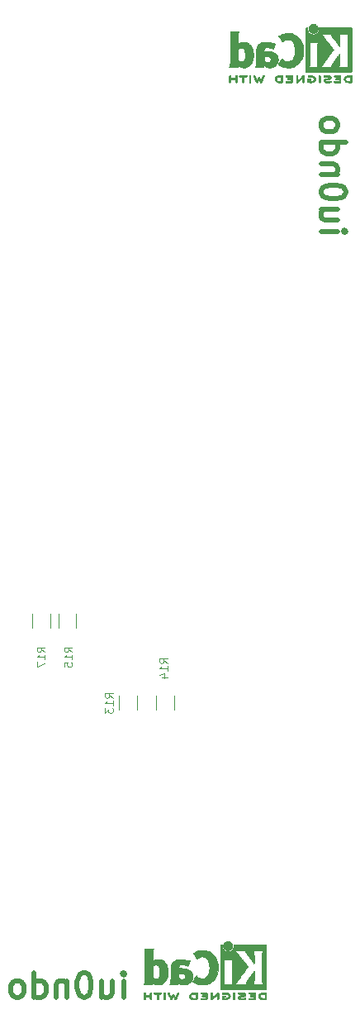
<source format=gbo>
%TF.GenerationSoftware,KiCad,Pcbnew,(6.0.1)*%
%TF.CreationDate,2022-02-08T10:08:30+01:00*%
%TF.ProjectId,CaricoFittizioStrumentato,43617269-636f-4466-9974-74697a696f53,rev?*%
%TF.SameCoordinates,Original*%
%TF.FileFunction,Legend,Bot*%
%TF.FilePolarity,Positive*%
%FSLAX46Y46*%
G04 Gerber Fmt 4.6, Leading zero omitted, Abs format (unit mm)*
G04 Created by KiCad (PCBNEW (6.0.1)) date 2022-02-08 10:08:30*
%MOMM*%
%LPD*%
G01*
G04 APERTURE LIST*
%ADD10C,0.500000*%
%ADD11C,0.120000*%
%ADD12C,0.010000*%
G04 APERTURE END LIST*
D10*
X129234485Y-183934752D02*
X129234485Y-182268085D01*
X129234485Y-181434752D02*
X129353533Y-181553800D01*
X129234485Y-181672847D01*
X129115438Y-181553800D01*
X129234485Y-181434752D01*
X129234485Y-181672847D01*
X126972580Y-182268085D02*
X126972580Y-183934752D01*
X128044009Y-182268085D02*
X128044009Y-183577609D01*
X127924961Y-183815704D01*
X127686866Y-183934752D01*
X127329723Y-183934752D01*
X127091628Y-183815704D01*
X126972580Y-183696657D01*
X125305914Y-181434752D02*
X125067819Y-181434752D01*
X124829723Y-181553800D01*
X124710676Y-181672847D01*
X124591628Y-181910942D01*
X124472580Y-182387133D01*
X124472580Y-182982371D01*
X124591628Y-183458561D01*
X124710676Y-183696657D01*
X124829723Y-183815704D01*
X125067819Y-183934752D01*
X125305914Y-183934752D01*
X125544009Y-183815704D01*
X125663057Y-183696657D01*
X125782104Y-183458561D01*
X125901152Y-182982371D01*
X125901152Y-182387133D01*
X125782104Y-181910942D01*
X125663057Y-181672847D01*
X125544009Y-181553800D01*
X125305914Y-181434752D01*
X123401152Y-182268085D02*
X123401152Y-183934752D01*
X123401152Y-182506180D02*
X123282104Y-182387133D01*
X123044009Y-182268085D01*
X122686866Y-182268085D01*
X122448771Y-182387133D01*
X122329723Y-182625228D01*
X122329723Y-183934752D01*
X120067819Y-183934752D02*
X120067819Y-181434752D01*
X120067819Y-183815704D02*
X120305914Y-183934752D01*
X120782104Y-183934752D01*
X121020200Y-183815704D01*
X121139247Y-183696657D01*
X121258295Y-183458561D01*
X121258295Y-182744276D01*
X121139247Y-182506180D01*
X121020200Y-182387133D01*
X120782104Y-182268085D01*
X120305914Y-182268085D01*
X120067819Y-182387133D01*
X118520200Y-183934752D02*
X118758295Y-183815704D01*
X118877342Y-183696657D01*
X118996390Y-183458561D01*
X118996390Y-182744276D01*
X118877342Y-182506180D01*
X118758295Y-182387133D01*
X118520200Y-182268085D01*
X118163057Y-182268085D01*
X117924961Y-182387133D01*
X117805914Y-182506180D01*
X117686866Y-182744276D01*
X117686866Y-183458561D01*
X117805914Y-183696657D01*
X117924961Y-183815704D01*
X118163057Y-183934752D01*
X118520200Y-183934752D01*
X149491047Y-105561685D02*
X151157714Y-105561685D01*
X151991047Y-105561685D02*
X151872000Y-105680733D01*
X151752952Y-105561685D01*
X151872000Y-105442638D01*
X151991047Y-105561685D01*
X151752952Y-105561685D01*
X151157714Y-103299780D02*
X149491047Y-103299780D01*
X151157714Y-104371209D02*
X149848190Y-104371209D01*
X149610095Y-104252161D01*
X149491047Y-104014066D01*
X149491047Y-103656923D01*
X149610095Y-103418828D01*
X149729142Y-103299780D01*
X151991047Y-101633114D02*
X151991047Y-101395019D01*
X151872000Y-101156923D01*
X151752952Y-101037876D01*
X151514857Y-100918828D01*
X151038666Y-100799780D01*
X150443428Y-100799780D01*
X149967238Y-100918828D01*
X149729142Y-101037876D01*
X149610095Y-101156923D01*
X149491047Y-101395019D01*
X149491047Y-101633114D01*
X149610095Y-101871209D01*
X149729142Y-101990257D01*
X149967238Y-102109304D01*
X150443428Y-102228352D01*
X151038666Y-102228352D01*
X151514857Y-102109304D01*
X151752952Y-101990257D01*
X151872000Y-101871209D01*
X151991047Y-101633114D01*
X151157714Y-99728352D02*
X149491047Y-99728352D01*
X150919619Y-99728352D02*
X151038666Y-99609304D01*
X151157714Y-99371209D01*
X151157714Y-99014066D01*
X151038666Y-98775971D01*
X150800571Y-98656923D01*
X149491047Y-98656923D01*
X149491047Y-96395019D02*
X151991047Y-96395019D01*
X149610095Y-96395019D02*
X149491047Y-96633114D01*
X149491047Y-97109304D01*
X149610095Y-97347400D01*
X149729142Y-97466447D01*
X149967238Y-97585495D01*
X150681523Y-97585495D01*
X150919619Y-97466447D01*
X151038666Y-97347400D01*
X151157714Y-97109304D01*
X151157714Y-96633114D01*
X151038666Y-96395019D01*
X149491047Y-94847400D02*
X149610095Y-95085495D01*
X149729142Y-95204542D01*
X149967238Y-95323590D01*
X150681523Y-95323590D01*
X150919619Y-95204542D01*
X151038666Y-95085495D01*
X151157714Y-94847400D01*
X151157714Y-94490257D01*
X151038666Y-94252161D01*
X150919619Y-94133114D01*
X150681523Y-94014066D01*
X149967238Y-94014066D01*
X149729142Y-94133114D01*
X149610095Y-94252161D01*
X149491047Y-94490257D01*
X149491047Y-94847400D01*
D11*
X123932904Y-148583714D02*
X123551952Y-148317047D01*
X123932904Y-148126571D02*
X123132904Y-148126571D01*
X123132904Y-148431333D01*
X123171000Y-148507523D01*
X123209095Y-148545619D01*
X123285285Y-148583714D01*
X123399571Y-148583714D01*
X123475761Y-148545619D01*
X123513857Y-148507523D01*
X123551952Y-148431333D01*
X123551952Y-148126571D01*
X123932904Y-149345619D02*
X123932904Y-148888476D01*
X123932904Y-149117047D02*
X123132904Y-149117047D01*
X123247190Y-149040857D01*
X123323380Y-148964666D01*
X123361476Y-148888476D01*
X123132904Y-150069428D02*
X123132904Y-149688476D01*
X123513857Y-149650380D01*
X123475761Y-149688476D01*
X123437666Y-149764666D01*
X123437666Y-149955142D01*
X123475761Y-150031333D01*
X123513857Y-150069428D01*
X123590047Y-150107523D01*
X123780523Y-150107523D01*
X123856714Y-150069428D01*
X123894809Y-150031333D01*
X123932904Y-149955142D01*
X123932904Y-149764666D01*
X123894809Y-149688476D01*
X123856714Y-149650380D01*
X128123904Y-153282714D02*
X127742952Y-153016047D01*
X128123904Y-152825571D02*
X127323904Y-152825571D01*
X127323904Y-153130333D01*
X127362000Y-153206523D01*
X127400095Y-153244619D01*
X127476285Y-153282714D01*
X127590571Y-153282714D01*
X127666761Y-153244619D01*
X127704857Y-153206523D01*
X127742952Y-153130333D01*
X127742952Y-152825571D01*
X128123904Y-154044619D02*
X128123904Y-153587476D01*
X128123904Y-153816047D02*
X127323904Y-153816047D01*
X127438190Y-153739857D01*
X127514380Y-153663666D01*
X127552476Y-153587476D01*
X127323904Y-154311285D02*
X127323904Y-154806523D01*
X127628666Y-154539857D01*
X127628666Y-154654142D01*
X127666761Y-154730333D01*
X127704857Y-154768428D01*
X127781047Y-154806523D01*
X127971523Y-154806523D01*
X128047714Y-154768428D01*
X128085809Y-154730333D01*
X128123904Y-154654142D01*
X128123904Y-154425571D01*
X128085809Y-154349380D01*
X128047714Y-154311285D01*
X121138904Y-148583714D02*
X120757952Y-148317047D01*
X121138904Y-148126571D02*
X120338904Y-148126571D01*
X120338904Y-148431333D01*
X120377000Y-148507523D01*
X120415095Y-148545619D01*
X120491285Y-148583714D01*
X120605571Y-148583714D01*
X120681761Y-148545619D01*
X120719857Y-148507523D01*
X120757952Y-148431333D01*
X120757952Y-148126571D01*
X121138904Y-149345619D02*
X121138904Y-148888476D01*
X121138904Y-149117047D02*
X120338904Y-149117047D01*
X120453190Y-149040857D01*
X120529380Y-148964666D01*
X120567476Y-148888476D01*
X120338904Y-149612285D02*
X120338904Y-150145619D01*
X121138904Y-149802761D01*
X133711904Y-149726714D02*
X133330952Y-149460047D01*
X133711904Y-149269571D02*
X132911904Y-149269571D01*
X132911904Y-149574333D01*
X132950000Y-149650523D01*
X132988095Y-149688619D01*
X133064285Y-149726714D01*
X133178571Y-149726714D01*
X133254761Y-149688619D01*
X133292857Y-149650523D01*
X133330952Y-149574333D01*
X133330952Y-149269571D01*
X133711904Y-150488619D02*
X133711904Y-150031476D01*
X133711904Y-150260047D02*
X132911904Y-150260047D01*
X133026190Y-150183857D01*
X133102380Y-150107666D01*
X133140476Y-150031476D01*
X133178571Y-151174333D02*
X133711904Y-151174333D01*
X132873809Y-150983857D02*
X133445238Y-150793380D01*
X133445238Y-151288619D01*
D12*
X131379893Y-180650445D02*
X131379874Y-180884862D01*
X131379874Y-180884862D02*
X131379848Y-181097803D01*
X131379848Y-181097803D02*
X131379775Y-181290368D01*
X131379775Y-181290368D02*
X131379618Y-181463659D01*
X131379618Y-181463659D02*
X131379336Y-181618776D01*
X131379336Y-181618776D02*
X131378891Y-181756820D01*
X131378891Y-181756820D02*
X131378244Y-181878892D01*
X131378244Y-181878892D02*
X131377355Y-181986094D01*
X131377355Y-181986094D02*
X131376187Y-182079526D01*
X131376187Y-182079526D02*
X131374699Y-182160290D01*
X131374699Y-182160290D02*
X131372854Y-182229486D01*
X131372854Y-182229486D02*
X131370611Y-182288215D01*
X131370611Y-182288215D02*
X131367931Y-182337579D01*
X131367931Y-182337579D02*
X131364777Y-182378678D01*
X131364777Y-182378678D02*
X131361108Y-182412613D01*
X131361108Y-182412613D02*
X131356887Y-182440486D01*
X131356887Y-182440486D02*
X131352073Y-182463398D01*
X131352073Y-182463398D02*
X131346627Y-182482449D01*
X131346627Y-182482449D02*
X131340512Y-182498740D01*
X131340512Y-182498740D02*
X131333688Y-182513373D01*
X131333688Y-182513373D02*
X131326115Y-182527449D01*
X131326115Y-182527449D02*
X131317755Y-182542068D01*
X131317755Y-182542068D02*
X131312561Y-182551174D01*
X131312561Y-182551174D02*
X131278296Y-182611889D01*
X131278296Y-182611889D02*
X132136445Y-182611889D01*
X132136445Y-182611889D02*
X132136445Y-182515933D01*
X132136445Y-182515933D02*
X132137176Y-182472570D01*
X132137176Y-182472570D02*
X132139128Y-182439405D01*
X132139128Y-182439405D02*
X132141937Y-182421624D01*
X132141937Y-182421624D02*
X132143179Y-182419978D01*
X132143179Y-182419978D02*
X132154601Y-182426862D01*
X132154601Y-182426862D02*
X132177316Y-182444705D01*
X132177316Y-182444705D02*
X132200015Y-182464079D01*
X132200015Y-182464079D02*
X132254600Y-182504814D01*
X132254600Y-182504814D02*
X132324079Y-182545817D01*
X132324079Y-182545817D02*
X132401130Y-182583323D01*
X132401130Y-182583323D02*
X132478435Y-182613564D01*
X132478435Y-182613564D02*
X132509287Y-182623212D01*
X132509287Y-182623212D02*
X132577784Y-182637778D01*
X132577784Y-182637778D02*
X132660636Y-182647739D01*
X132660636Y-182647739D02*
X132750029Y-182652783D01*
X132750029Y-182652783D02*
X132838152Y-182652596D01*
X132838152Y-182652596D02*
X132917193Y-182646866D01*
X132917193Y-182646866D02*
X132954889Y-182641058D01*
X132954889Y-182641058D02*
X133092986Y-182602997D01*
X133092986Y-182602997D02*
X133220287Y-182545273D01*
X133220287Y-182545273D02*
X133336108Y-182468411D01*
X133336108Y-182468411D02*
X133439763Y-182372939D01*
X133439763Y-182372939D02*
X133530567Y-182259379D01*
X133530567Y-182259379D02*
X133597369Y-182148581D01*
X133597369Y-182148581D02*
X133652236Y-182031825D01*
X133652236Y-182031825D02*
X133694237Y-181912476D01*
X133694237Y-181912476D02*
X133724233Y-181786483D01*
X133724233Y-181786483D02*
X133743089Y-181649794D01*
X133743089Y-181649794D02*
X133751668Y-181498358D01*
X133751668Y-181498358D02*
X133752394Y-181420911D01*
X133752394Y-181420911D02*
X133750300Y-181364134D01*
X133750300Y-181364134D02*
X132921183Y-181364134D01*
X132921183Y-181364134D02*
X132920976Y-181457202D01*
X132920976Y-181457202D02*
X132918063Y-181544892D01*
X132918063Y-181544892D02*
X132912400Y-181621972D01*
X132912400Y-181621972D02*
X132903945Y-181683209D01*
X132903945Y-181683209D02*
X132901362Y-181695550D01*
X132901362Y-181695550D02*
X132869560Y-181802833D01*
X132869560Y-181802833D02*
X132827902Y-181889858D01*
X132827902Y-181889858D02*
X132776037Y-181956842D01*
X132776037Y-181956842D02*
X132713619Y-182004005D01*
X132713619Y-182004005D02*
X132640300Y-182031565D01*
X132640300Y-182031565D02*
X132555731Y-182039741D01*
X132555731Y-182039741D02*
X132459565Y-182028751D01*
X132459565Y-182028751D02*
X132396089Y-182013029D01*
X132396089Y-182013029D02*
X132346946Y-181994839D01*
X132346946Y-181994839D02*
X132292817Y-181968991D01*
X132292817Y-181968991D02*
X132252156Y-181945289D01*
X132252156Y-181945289D02*
X132181600Y-181898921D01*
X132181600Y-181898921D02*
X132181600Y-180748730D01*
X132181600Y-180748730D02*
X132249008Y-180705162D01*
X132249008Y-180705162D02*
X132327533Y-180664240D01*
X132327533Y-180664240D02*
X132411719Y-180637589D01*
X132411719Y-180637589D02*
X132496843Y-180625665D01*
X132496843Y-180625665D02*
X132578184Y-180628922D01*
X132578184Y-180628922D02*
X132651020Y-180647815D01*
X132651020Y-180647815D02*
X132682974Y-180663384D01*
X132682974Y-180663384D02*
X132740899Y-180706381D01*
X132740899Y-180706381D02*
X132789856Y-180763153D01*
X132789856Y-180763153D02*
X132831010Y-180835775D01*
X132831010Y-180835775D02*
X132865526Y-180926321D01*
X132865526Y-180926321D02*
X132894567Y-181036866D01*
X132894567Y-181036866D02*
X132895848Y-181042733D01*
X132895848Y-181042733D02*
X132906019Y-181104988D01*
X132906019Y-181104988D02*
X132913661Y-181182794D01*
X132913661Y-181182794D02*
X132918730Y-181270920D01*
X132918730Y-181270920D02*
X132921183Y-181364134D01*
X132921183Y-181364134D02*
X133750300Y-181364134D01*
X133750300Y-181364134D02*
X133744543Y-181208095D01*
X133744543Y-181208095D02*
X133722598Y-181012259D01*
X133722598Y-181012259D02*
X133686614Y-180833532D01*
X133686614Y-180833532D02*
X133636641Y-180672045D01*
X133636641Y-180672045D02*
X133572732Y-180527926D01*
X133572732Y-180527926D02*
X133494938Y-180401306D01*
X133494938Y-180401306D02*
X133403311Y-180292315D01*
X133403311Y-180292315D02*
X133297903Y-180201083D01*
X133297903Y-180201083D02*
X133252738Y-180170132D01*
X133252738Y-180170132D02*
X133151789Y-180113985D01*
X133151789Y-180113985D02*
X133048499Y-180074374D01*
X133048499Y-180074374D02*
X132938411Y-180050214D01*
X132938411Y-180050214D02*
X132817070Y-180040419D01*
X132817070Y-180040419D02*
X132724564Y-180041465D01*
X132724564Y-180041465D02*
X132594910Y-180052431D01*
X132594910Y-180052431D02*
X132482316Y-180074246D01*
X132482316Y-180074246D02*
X132383525Y-180107914D01*
X132383525Y-180107914D02*
X132295279Y-180154436D01*
X132295279Y-180154436D02*
X132246414Y-180188648D01*
X132246414Y-180188648D02*
X132217047Y-180210562D01*
X132217047Y-180210562D02*
X132195357Y-180225533D01*
X132195357Y-180225533D02*
X132187147Y-180229933D01*
X132187147Y-180229933D02*
X132185532Y-180219104D01*
X132185532Y-180219104D02*
X132184241Y-180188451D01*
X132184241Y-180188451D02*
X132183262Y-180140726D01*
X132183262Y-180140726D02*
X132182583Y-180078679D01*
X132182583Y-180078679D02*
X132182190Y-180005062D01*
X132182190Y-180005062D02*
X132182070Y-179922627D01*
X132182070Y-179922627D02*
X132182212Y-179834125D01*
X132182212Y-179834125D02*
X132182603Y-179742307D01*
X132182603Y-179742307D02*
X132183229Y-179649924D01*
X132183229Y-179649924D02*
X132184080Y-179559728D01*
X132184080Y-179559728D02*
X132185140Y-179474471D01*
X132185140Y-179474471D02*
X132186399Y-179396903D01*
X132186399Y-179396903D02*
X132187844Y-179329776D01*
X132187844Y-179329776D02*
X132189462Y-179275841D01*
X132189462Y-179275841D02*
X132191239Y-179237850D01*
X132191239Y-179237850D02*
X132191731Y-179230867D01*
X132191731Y-179230867D02*
X132199308Y-179160451D01*
X132199308Y-179160451D02*
X132210869Y-179105302D01*
X132210869Y-179105302D02*
X132228608Y-179058181D01*
X132228608Y-179058181D02*
X132254718Y-179011847D01*
X132254718Y-179011847D02*
X132260985Y-179002267D01*
X132260985Y-179002267D02*
X132285417Y-178965578D01*
X132285417Y-178965578D02*
X131380089Y-178965578D01*
X131380089Y-178965578D02*
X131379893Y-180650445D01*
X131379893Y-180650445D02*
X131379893Y-180650445D01*
G36*
X133751668Y-181498358D02*
G01*
X133743089Y-181649794D01*
X133724233Y-181786483D01*
X133694237Y-181912476D01*
X133652236Y-182031825D01*
X133597369Y-182148581D01*
X133530567Y-182259379D01*
X133439763Y-182372939D01*
X133336108Y-182468411D01*
X133220287Y-182545273D01*
X133092986Y-182602997D01*
X132954889Y-182641058D01*
X132917193Y-182646866D01*
X132838152Y-182652596D01*
X132750029Y-182652783D01*
X132660636Y-182647739D01*
X132577784Y-182637778D01*
X132509287Y-182623212D01*
X132478435Y-182613564D01*
X132401130Y-182583323D01*
X132324079Y-182545817D01*
X132254600Y-182504814D01*
X132200015Y-182464079D01*
X132177316Y-182444705D01*
X132154601Y-182426862D01*
X132143179Y-182419978D01*
X132141937Y-182421624D01*
X132139128Y-182439405D01*
X132137176Y-182472570D01*
X132136445Y-182515933D01*
X132136445Y-182611889D01*
X131278296Y-182611889D01*
X131312561Y-182551174D01*
X131317755Y-182542068D01*
X131326115Y-182527449D01*
X131333688Y-182513373D01*
X131340512Y-182498740D01*
X131346627Y-182482449D01*
X131352073Y-182463398D01*
X131356887Y-182440486D01*
X131361108Y-182412613D01*
X131364777Y-182378678D01*
X131367931Y-182337579D01*
X131370611Y-182288215D01*
X131372854Y-182229486D01*
X131374699Y-182160290D01*
X131376187Y-182079526D01*
X131377355Y-181986094D01*
X131378078Y-181898921D01*
X132181600Y-181898921D01*
X132252156Y-181945289D01*
X132292817Y-181968991D01*
X132346946Y-181994839D01*
X132396089Y-182013029D01*
X132459565Y-182028751D01*
X132555731Y-182039741D01*
X132640300Y-182031565D01*
X132713619Y-182004005D01*
X132776037Y-181956842D01*
X132827902Y-181889858D01*
X132869560Y-181802833D01*
X132901362Y-181695550D01*
X132903945Y-181683209D01*
X132912400Y-181621972D01*
X132918063Y-181544892D01*
X132920976Y-181457202D01*
X132921183Y-181364134D01*
X132918730Y-181270920D01*
X132913661Y-181182794D01*
X132906019Y-181104988D01*
X132895848Y-181042733D01*
X132894567Y-181036866D01*
X132865526Y-180926321D01*
X132831010Y-180835775D01*
X132789856Y-180763153D01*
X132740899Y-180706381D01*
X132682974Y-180663384D01*
X132651020Y-180647815D01*
X132578184Y-180628922D01*
X132496843Y-180625665D01*
X132411719Y-180637589D01*
X132327533Y-180664240D01*
X132249008Y-180705162D01*
X132181600Y-180748730D01*
X132181600Y-181898921D01*
X131378078Y-181898921D01*
X131378244Y-181878892D01*
X131378891Y-181756820D01*
X131379336Y-181618776D01*
X131379618Y-181463659D01*
X131379775Y-181290368D01*
X131379848Y-181097803D01*
X131379874Y-180884862D01*
X131379893Y-180650445D01*
X131380089Y-178965578D01*
X132285417Y-178965578D01*
X132260985Y-179002267D01*
X132254718Y-179011847D01*
X132228608Y-179058181D01*
X132210869Y-179105302D01*
X132199308Y-179160451D01*
X132191731Y-179230867D01*
X132191239Y-179237850D01*
X132189462Y-179275841D01*
X132187844Y-179329776D01*
X132186399Y-179396903D01*
X132185140Y-179474471D01*
X132184080Y-179559728D01*
X132183229Y-179649924D01*
X132182603Y-179742307D01*
X132182212Y-179834125D01*
X132182070Y-179922627D01*
X132182190Y-180005062D01*
X132182583Y-180078679D01*
X132183262Y-180140726D01*
X132184241Y-180188451D01*
X132185532Y-180219104D01*
X132187147Y-180229933D01*
X132195357Y-180225533D01*
X132217047Y-180210562D01*
X132246414Y-180188648D01*
X132295279Y-180154436D01*
X132383525Y-180107914D01*
X132482316Y-180074246D01*
X132594910Y-180052431D01*
X132724564Y-180041465D01*
X132817070Y-180040419D01*
X132938411Y-180050214D01*
X133048499Y-180074374D01*
X133151789Y-180113985D01*
X133252738Y-180170132D01*
X133297903Y-180201083D01*
X133403311Y-180292315D01*
X133494938Y-180401306D01*
X133572732Y-180527926D01*
X133636641Y-180672045D01*
X133686614Y-180833532D01*
X133722598Y-181012259D01*
X133744543Y-181208095D01*
X133750300Y-181364134D01*
X133752394Y-181420911D01*
X133751668Y-181498358D01*
G37*
X133751668Y-181498358D02*
X133743089Y-181649794D01*
X133724233Y-181786483D01*
X133694237Y-181912476D01*
X133652236Y-182031825D01*
X133597369Y-182148581D01*
X133530567Y-182259379D01*
X133439763Y-182372939D01*
X133336108Y-182468411D01*
X133220287Y-182545273D01*
X133092986Y-182602997D01*
X132954889Y-182641058D01*
X132917193Y-182646866D01*
X132838152Y-182652596D01*
X132750029Y-182652783D01*
X132660636Y-182647739D01*
X132577784Y-182637778D01*
X132509287Y-182623212D01*
X132478435Y-182613564D01*
X132401130Y-182583323D01*
X132324079Y-182545817D01*
X132254600Y-182504814D01*
X132200015Y-182464079D01*
X132177316Y-182444705D01*
X132154601Y-182426862D01*
X132143179Y-182419978D01*
X132141937Y-182421624D01*
X132139128Y-182439405D01*
X132137176Y-182472570D01*
X132136445Y-182515933D01*
X132136445Y-182611889D01*
X131278296Y-182611889D01*
X131312561Y-182551174D01*
X131317755Y-182542068D01*
X131326115Y-182527449D01*
X131333688Y-182513373D01*
X131340512Y-182498740D01*
X131346627Y-182482449D01*
X131352073Y-182463398D01*
X131356887Y-182440486D01*
X131361108Y-182412613D01*
X131364777Y-182378678D01*
X131367931Y-182337579D01*
X131370611Y-182288215D01*
X131372854Y-182229486D01*
X131374699Y-182160290D01*
X131376187Y-182079526D01*
X131377355Y-181986094D01*
X131378078Y-181898921D01*
X132181600Y-181898921D01*
X132252156Y-181945289D01*
X132292817Y-181968991D01*
X132346946Y-181994839D01*
X132396089Y-182013029D01*
X132459565Y-182028751D01*
X132555731Y-182039741D01*
X132640300Y-182031565D01*
X132713619Y-182004005D01*
X132776037Y-181956842D01*
X132827902Y-181889858D01*
X132869560Y-181802833D01*
X132901362Y-181695550D01*
X132903945Y-181683209D01*
X132912400Y-181621972D01*
X132918063Y-181544892D01*
X132920976Y-181457202D01*
X132921183Y-181364134D01*
X132918730Y-181270920D01*
X132913661Y-181182794D01*
X132906019Y-181104988D01*
X132895848Y-181042733D01*
X132894567Y-181036866D01*
X132865526Y-180926321D01*
X132831010Y-180835775D01*
X132789856Y-180763153D01*
X132740899Y-180706381D01*
X132682974Y-180663384D01*
X132651020Y-180647815D01*
X132578184Y-180628922D01*
X132496843Y-180625665D01*
X132411719Y-180637589D01*
X132327533Y-180664240D01*
X132249008Y-180705162D01*
X132181600Y-180748730D01*
X132181600Y-181898921D01*
X131378078Y-181898921D01*
X131378244Y-181878892D01*
X131378891Y-181756820D01*
X131379336Y-181618776D01*
X131379618Y-181463659D01*
X131379775Y-181290368D01*
X131379848Y-181097803D01*
X131379874Y-180884862D01*
X131379893Y-180650445D01*
X131380089Y-178965578D01*
X132285417Y-178965578D01*
X132260985Y-179002267D01*
X132254718Y-179011847D01*
X132228608Y-179058181D01*
X132210869Y-179105302D01*
X132199308Y-179160451D01*
X132191731Y-179230867D01*
X132191239Y-179237850D01*
X132189462Y-179275841D01*
X132187844Y-179329776D01*
X132186399Y-179396903D01*
X132185140Y-179474471D01*
X132184080Y-179559728D01*
X132183229Y-179649924D01*
X132182603Y-179742307D01*
X132182212Y-179834125D01*
X132182070Y-179922627D01*
X132182190Y-180005062D01*
X132182583Y-180078679D01*
X132183262Y-180140726D01*
X132184241Y-180188451D01*
X132185532Y-180219104D01*
X132187147Y-180229933D01*
X132195357Y-180225533D01*
X132217047Y-180210562D01*
X132246414Y-180188648D01*
X132295279Y-180154436D01*
X132383525Y-180107914D01*
X132482316Y-180074246D01*
X132594910Y-180052431D01*
X132724564Y-180041465D01*
X132817070Y-180040419D01*
X132938411Y-180050214D01*
X133048499Y-180074374D01*
X133151789Y-180113985D01*
X133252738Y-180170132D01*
X133297903Y-180201083D01*
X133403311Y-180292315D01*
X133494938Y-180401306D01*
X133572732Y-180527926D01*
X133636641Y-180672045D01*
X133686614Y-180833532D01*
X133722598Y-181012259D01*
X133744543Y-181208095D01*
X133750300Y-181364134D01*
X133752394Y-181420911D01*
X133751668Y-181498358D01*
X132603335Y-183447363D02*
X132524628Y-183447742D01*
X132524628Y-183447742D02*
X132463537Y-183448533D01*
X132463537Y-183448533D02*
X132417583Y-183449870D01*
X132417583Y-183449870D02*
X132384286Y-183451883D01*
X132384286Y-183451883D02*
X132361164Y-183454706D01*
X132361164Y-183454706D02*
X132345738Y-183458469D01*
X132345738Y-183458469D02*
X132335529Y-183463305D01*
X132335529Y-183463305D02*
X132330587Y-183467022D01*
X132330587Y-183467022D02*
X132304943Y-183499558D01*
X132304943Y-183499558D02*
X132301841Y-183533338D01*
X132301841Y-183533338D02*
X132317689Y-183564026D01*
X132317689Y-183564026D02*
X132328052Y-183576289D01*
X132328052Y-183576289D02*
X132339204Y-183584650D01*
X132339204Y-183584650D02*
X132355365Y-183589857D01*
X132355365Y-183589857D02*
X132380758Y-183592657D01*
X132380758Y-183592657D02*
X132419602Y-183593796D01*
X132419602Y-183593796D02*
X132476120Y-183594021D01*
X132476120Y-183594021D02*
X132487220Y-183594022D01*
X132487220Y-183594022D02*
X132633156Y-183594022D01*
X132633156Y-183594022D02*
X132633156Y-183864956D01*
X132633156Y-183864956D02*
X132633252Y-183950354D01*
X132633252Y-183950354D02*
X132633689Y-184016064D01*
X132633689Y-184016064D02*
X132634688Y-184064974D01*
X132634688Y-184064974D02*
X132636472Y-184099973D01*
X132636472Y-184099973D02*
X132639263Y-184123949D01*
X132639263Y-184123949D02*
X132643283Y-184139793D01*
X132643283Y-184139793D02*
X132648755Y-184150391D01*
X132648755Y-184150391D02*
X132655734Y-184158467D01*
X132655734Y-184158467D02*
X132688666Y-184178312D01*
X132688666Y-184178312D02*
X132723046Y-184176748D01*
X132723046Y-184176748D02*
X132754224Y-184154106D01*
X132754224Y-184154106D02*
X132756514Y-184151300D01*
X132756514Y-184151300D02*
X132763971Y-184140692D01*
X132763971Y-184140692D02*
X132769653Y-184128281D01*
X132769653Y-184128281D02*
X132773799Y-184111050D01*
X132773799Y-184111050D02*
X132776650Y-184085984D01*
X132776650Y-184085984D02*
X132778446Y-184050067D01*
X132778446Y-184050067D02*
X132779428Y-184000283D01*
X132779428Y-184000283D02*
X132779836Y-183933617D01*
X132779836Y-183933617D02*
X132779911Y-183857789D01*
X132779911Y-183857789D02*
X132779911Y-183594022D01*
X132779911Y-183594022D02*
X132919273Y-183594022D01*
X132919273Y-183594022D02*
X132979078Y-183593618D01*
X132979078Y-183593618D02*
X133020482Y-183592040D01*
X133020482Y-183592040D02*
X133047652Y-183588747D01*
X133047652Y-183588747D02*
X133064754Y-183583192D01*
X133064754Y-183583192D02*
X133075957Y-183574831D01*
X133075957Y-183574831D02*
X133077317Y-183573378D01*
X133077317Y-183573378D02*
X133093675Y-183540139D01*
X133093675Y-183540139D02*
X133092228Y-183502562D01*
X133092228Y-183502562D02*
X133073422Y-183469845D01*
X133073422Y-183469845D02*
X133066150Y-183463498D01*
X133066150Y-183463498D02*
X133056773Y-183458466D01*
X133056773Y-183458466D02*
X133042791Y-183454596D01*
X133042791Y-183454596D02*
X133021704Y-183451737D01*
X133021704Y-183451737D02*
X132991011Y-183449735D01*
X132991011Y-183449735D02*
X132948211Y-183448439D01*
X132948211Y-183448439D02*
X132890805Y-183447698D01*
X132890805Y-183447698D02*
X132816290Y-183447358D01*
X132816290Y-183447358D02*
X132722167Y-183447268D01*
X132722167Y-183447268D02*
X132702140Y-183447267D01*
X132702140Y-183447267D02*
X132603335Y-183447363D01*
X132603335Y-183447363D02*
X132603335Y-183447363D01*
G36*
X132722167Y-183447268D02*
G01*
X132816290Y-183447358D01*
X132890805Y-183447698D01*
X132948211Y-183448439D01*
X132991011Y-183449735D01*
X133021704Y-183451737D01*
X133042791Y-183454596D01*
X133056773Y-183458466D01*
X133066150Y-183463498D01*
X133073422Y-183469845D01*
X133092228Y-183502562D01*
X133093675Y-183540139D01*
X133077317Y-183573378D01*
X133075957Y-183574831D01*
X133064754Y-183583192D01*
X133047652Y-183588747D01*
X133020482Y-183592040D01*
X132979078Y-183593618D01*
X132919273Y-183594022D01*
X132779911Y-183594022D01*
X132779911Y-183857789D01*
X132779836Y-183933617D01*
X132779428Y-184000283D01*
X132778446Y-184050067D01*
X132776650Y-184085984D01*
X132773799Y-184111050D01*
X132769653Y-184128281D01*
X132763971Y-184140692D01*
X132756514Y-184151300D01*
X132754224Y-184154106D01*
X132723046Y-184176748D01*
X132688666Y-184178312D01*
X132655734Y-184158467D01*
X132648755Y-184150391D01*
X132643283Y-184139793D01*
X132639263Y-184123949D01*
X132636472Y-184099973D01*
X132634688Y-184064974D01*
X132633689Y-184016064D01*
X132633252Y-183950354D01*
X132633156Y-183864956D01*
X132633156Y-183594022D01*
X132487220Y-183594022D01*
X132476120Y-183594021D01*
X132419602Y-183593796D01*
X132380758Y-183592657D01*
X132355365Y-183589857D01*
X132339204Y-183584650D01*
X132328052Y-183576289D01*
X132317689Y-183564026D01*
X132301841Y-183533338D01*
X132304943Y-183499558D01*
X132330587Y-183467022D01*
X132335529Y-183463305D01*
X132345738Y-183458469D01*
X132361164Y-183454706D01*
X132384286Y-183451883D01*
X132417583Y-183449870D01*
X132463537Y-183448533D01*
X132524628Y-183447742D01*
X132603335Y-183447363D01*
X132702140Y-183447267D01*
X132722167Y-183447268D01*
G37*
X132722167Y-183447268D02*
X132816290Y-183447358D01*
X132890805Y-183447698D01*
X132948211Y-183448439D01*
X132991011Y-183449735D01*
X133021704Y-183451737D01*
X133042791Y-183454596D01*
X133056773Y-183458466D01*
X133066150Y-183463498D01*
X133073422Y-183469845D01*
X133092228Y-183502562D01*
X133093675Y-183540139D01*
X133077317Y-183573378D01*
X133075957Y-183574831D01*
X133064754Y-183583192D01*
X133047652Y-183588747D01*
X133020482Y-183592040D01*
X132979078Y-183593618D01*
X132919273Y-183594022D01*
X132779911Y-183594022D01*
X132779911Y-183857789D01*
X132779836Y-183933617D01*
X132779428Y-184000283D01*
X132778446Y-184050067D01*
X132776650Y-184085984D01*
X132773799Y-184111050D01*
X132769653Y-184128281D01*
X132763971Y-184140692D01*
X132756514Y-184151300D01*
X132754224Y-184154106D01*
X132723046Y-184176748D01*
X132688666Y-184178312D01*
X132655734Y-184158467D01*
X132648755Y-184150391D01*
X132643283Y-184139793D01*
X132639263Y-184123949D01*
X132636472Y-184099973D01*
X132634688Y-184064974D01*
X132633689Y-184016064D01*
X132633252Y-183950354D01*
X132633156Y-183864956D01*
X132633156Y-183594022D01*
X132487220Y-183594022D01*
X132476120Y-183594021D01*
X132419602Y-183593796D01*
X132380758Y-183592657D01*
X132355365Y-183589857D01*
X132339204Y-183584650D01*
X132328052Y-183576289D01*
X132317689Y-183564026D01*
X132301841Y-183533338D01*
X132304943Y-183499558D01*
X132330587Y-183467022D01*
X132335529Y-183463305D01*
X132345738Y-183458469D01*
X132361164Y-183454706D01*
X132384286Y-183451883D01*
X132417583Y-183449870D01*
X132463537Y-183448533D01*
X132524628Y-183447742D01*
X132603335Y-183447363D01*
X132702140Y-183447267D01*
X132722167Y-183447268D01*
X143687771Y-183447266D02*
X143648289Y-183447667D01*
X143648289Y-183447667D02*
X143532600Y-183450459D01*
X143532600Y-183450459D02*
X143435711Y-183458750D01*
X143435711Y-183458750D02*
X143354319Y-183473432D01*
X143354319Y-183473432D02*
X143285123Y-183495393D01*
X143285123Y-183495393D02*
X143224820Y-183525522D01*
X143224820Y-183525522D02*
X143170108Y-183564710D01*
X143170108Y-183564710D02*
X143150567Y-183581732D01*
X143150567Y-183581732D02*
X143118150Y-183621563D01*
X143118150Y-183621563D02*
X143088920Y-183675613D01*
X143088920Y-183675613D02*
X143066391Y-183735523D01*
X143066391Y-183735523D02*
X143054079Y-183792939D01*
X143054079Y-183792939D02*
X143052800Y-183814156D01*
X143052800Y-183814156D02*
X143060817Y-183872969D01*
X143060817Y-183872969D02*
X143082299Y-183937213D01*
X143082299Y-183937213D02*
X143113399Y-183998021D01*
X143113399Y-183998021D02*
X143150266Y-184046530D01*
X143150266Y-184046530D02*
X143156254Y-184052382D01*
X143156254Y-184052382D02*
X143206979Y-184093521D01*
X143206979Y-184093521D02*
X143262525Y-184125635D01*
X143262525Y-184125635D02*
X143326096Y-184149565D01*
X143326096Y-184149565D02*
X143400894Y-184166153D01*
X143400894Y-184166153D02*
X143490122Y-184176241D01*
X143490122Y-184176241D02*
X143596982Y-184180669D01*
X143596982Y-184180669D02*
X143645928Y-184181045D01*
X143645928Y-184181045D02*
X143708162Y-184180745D01*
X143708162Y-184180745D02*
X143751928Y-184179492D01*
X143751928Y-184179492D02*
X143781331Y-184176754D01*
X143781331Y-184176754D02*
X143800479Y-184172001D01*
X143800479Y-184172001D02*
X143813477Y-184164701D01*
X143813477Y-184164701D02*
X143820445Y-184158467D01*
X143820445Y-184158467D02*
X143827026Y-184150894D01*
X143827026Y-184150894D02*
X143832188Y-184141124D01*
X143832188Y-184141124D02*
X143836103Y-184126540D01*
X143836103Y-184126540D02*
X143838943Y-184104526D01*
X143838943Y-184104526D02*
X143840880Y-184072464D01*
X143840880Y-184072464D02*
X143842084Y-184027736D01*
X143842084Y-184027736D02*
X143842728Y-183967726D01*
X143842728Y-183967726D02*
X143842983Y-183889817D01*
X143842983Y-183889817D02*
X143843022Y-183814156D01*
X143843022Y-183814156D02*
X143843270Y-183713241D01*
X143843270Y-183713241D02*
X143843217Y-183632627D01*
X143843217Y-183632627D02*
X143842257Y-183594022D01*
X143842257Y-183594022D02*
X143696267Y-183594022D01*
X143696267Y-183594022D02*
X143696267Y-184034289D01*
X143696267Y-184034289D02*
X143603134Y-184034204D01*
X143603134Y-184034204D02*
X143547093Y-184032596D01*
X143547093Y-184032596D02*
X143488399Y-184028456D01*
X143488399Y-184028456D02*
X143439428Y-184022664D01*
X143439428Y-184022664D02*
X143437938Y-184022426D01*
X143437938Y-184022426D02*
X143358792Y-184003290D01*
X143358792Y-184003290D02*
X143297402Y-183973487D01*
X143297402Y-183973487D02*
X143250705Y-183931078D01*
X143250705Y-183931078D02*
X143221035Y-183885161D01*
X143221035Y-183885161D02*
X143202753Y-183834226D01*
X143202753Y-183834226D02*
X143204171Y-183786400D01*
X143204171Y-183786400D02*
X143225388Y-183735133D01*
X143225388Y-183735133D02*
X143266889Y-183682099D01*
X143266889Y-183682099D02*
X143324398Y-183642800D01*
X143324398Y-183642800D02*
X143399150Y-183616531D01*
X143399150Y-183616531D02*
X143449108Y-183607235D01*
X143449108Y-183607235D02*
X143505816Y-183600707D01*
X143505816Y-183600707D02*
X143565919Y-183595982D01*
X143565919Y-183595982D02*
X143617039Y-183594017D01*
X143617039Y-183594017D02*
X143620067Y-183594008D01*
X143620067Y-183594008D02*
X143696267Y-183594022D01*
X143696267Y-183594022D02*
X143842257Y-183594022D01*
X143842257Y-183594022D02*
X143841660Y-183570051D01*
X143841660Y-183570051D02*
X143837398Y-183523255D01*
X143837398Y-183523255D02*
X143829230Y-183489978D01*
X143829230Y-183489978D02*
X143815956Y-183467959D01*
X143815956Y-183467959D02*
X143796374Y-183454939D01*
X143796374Y-183454939D02*
X143769283Y-183448657D01*
X143769283Y-183448657D02*
X143733482Y-183446853D01*
X143733482Y-183446853D02*
X143687771Y-183447266D01*
X143687771Y-183447266D02*
X143687771Y-183447266D01*
G36*
X143843270Y-183713241D02*
G01*
X143843022Y-183814156D01*
X143842983Y-183889817D01*
X143842728Y-183967726D01*
X143842084Y-184027736D01*
X143840880Y-184072464D01*
X143838943Y-184104526D01*
X143836103Y-184126540D01*
X143832188Y-184141124D01*
X143827026Y-184150894D01*
X143820445Y-184158467D01*
X143813477Y-184164701D01*
X143800479Y-184172001D01*
X143781331Y-184176754D01*
X143751928Y-184179492D01*
X143708162Y-184180745D01*
X143645928Y-184181045D01*
X143596982Y-184180669D01*
X143490122Y-184176241D01*
X143400894Y-184166153D01*
X143326096Y-184149565D01*
X143262525Y-184125635D01*
X143206979Y-184093521D01*
X143156254Y-184052382D01*
X143150266Y-184046530D01*
X143113399Y-183998021D01*
X143082299Y-183937213D01*
X143060817Y-183872969D01*
X143055536Y-183834226D01*
X143202753Y-183834226D01*
X143221035Y-183885161D01*
X143250705Y-183931078D01*
X143297402Y-183973487D01*
X143358792Y-184003290D01*
X143437938Y-184022426D01*
X143439428Y-184022664D01*
X143488399Y-184028456D01*
X143547093Y-184032596D01*
X143603134Y-184034204D01*
X143696267Y-184034289D01*
X143696267Y-183594022D01*
X143620067Y-183594008D01*
X143617039Y-183594017D01*
X143565919Y-183595982D01*
X143505816Y-183600707D01*
X143449108Y-183607235D01*
X143399150Y-183616531D01*
X143324398Y-183642800D01*
X143266889Y-183682099D01*
X143225388Y-183735133D01*
X143204171Y-183786400D01*
X143202753Y-183834226D01*
X143055536Y-183834226D01*
X143052800Y-183814156D01*
X143054079Y-183792939D01*
X143066391Y-183735523D01*
X143088920Y-183675613D01*
X143118150Y-183621563D01*
X143150567Y-183581732D01*
X143170108Y-183564710D01*
X143224820Y-183525522D01*
X143285123Y-183495393D01*
X143354319Y-183473432D01*
X143435711Y-183458750D01*
X143532600Y-183450459D01*
X143648289Y-183447667D01*
X143687771Y-183447266D01*
X143733482Y-183446853D01*
X143769283Y-183448657D01*
X143796374Y-183454939D01*
X143815956Y-183467959D01*
X143829230Y-183489978D01*
X143837398Y-183523255D01*
X143841660Y-183570051D01*
X143842257Y-183594022D01*
X143843217Y-183632627D01*
X143843270Y-183713241D01*
G37*
X143843270Y-183713241D02*
X143843022Y-183814156D01*
X143842983Y-183889817D01*
X143842728Y-183967726D01*
X143842084Y-184027736D01*
X143840880Y-184072464D01*
X143838943Y-184104526D01*
X143836103Y-184126540D01*
X143832188Y-184141124D01*
X143827026Y-184150894D01*
X143820445Y-184158467D01*
X143813477Y-184164701D01*
X143800479Y-184172001D01*
X143781331Y-184176754D01*
X143751928Y-184179492D01*
X143708162Y-184180745D01*
X143645928Y-184181045D01*
X143596982Y-184180669D01*
X143490122Y-184176241D01*
X143400894Y-184166153D01*
X143326096Y-184149565D01*
X143262525Y-184125635D01*
X143206979Y-184093521D01*
X143156254Y-184052382D01*
X143150266Y-184046530D01*
X143113399Y-183998021D01*
X143082299Y-183937213D01*
X143060817Y-183872969D01*
X143055536Y-183834226D01*
X143202753Y-183834226D01*
X143221035Y-183885161D01*
X143250705Y-183931078D01*
X143297402Y-183973487D01*
X143358792Y-184003290D01*
X143437938Y-184022426D01*
X143439428Y-184022664D01*
X143488399Y-184028456D01*
X143547093Y-184032596D01*
X143603134Y-184034204D01*
X143696267Y-184034289D01*
X143696267Y-183594022D01*
X143620067Y-183594008D01*
X143617039Y-183594017D01*
X143565919Y-183595982D01*
X143505816Y-183600707D01*
X143449108Y-183607235D01*
X143399150Y-183616531D01*
X143324398Y-183642800D01*
X143266889Y-183682099D01*
X143225388Y-183735133D01*
X143204171Y-183786400D01*
X143202753Y-183834226D01*
X143055536Y-183834226D01*
X143052800Y-183814156D01*
X143054079Y-183792939D01*
X143066391Y-183735523D01*
X143088920Y-183675613D01*
X143118150Y-183621563D01*
X143150567Y-183581732D01*
X143170108Y-183564710D01*
X143224820Y-183525522D01*
X143285123Y-183495393D01*
X143354319Y-183473432D01*
X143435711Y-183458750D01*
X143532600Y-183450459D01*
X143648289Y-183447667D01*
X143687771Y-183447266D01*
X143733482Y-183446853D01*
X143769283Y-183448657D01*
X143796374Y-183454939D01*
X143815956Y-183467959D01*
X143829230Y-183489978D01*
X143837398Y-183523255D01*
X143841660Y-183570051D01*
X143842257Y-183594022D01*
X143843217Y-183632627D01*
X143843270Y-183713241D01*
X133821735Y-183449234D02*
X133802145Y-183456235D01*
X133802145Y-183456235D02*
X133801390Y-183456577D01*
X133801390Y-183456577D02*
X133774787Y-183476878D01*
X133774787Y-183476878D02*
X133760130Y-183497761D01*
X133760130Y-183497761D02*
X133757262Y-183507552D01*
X133757262Y-183507552D02*
X133757404Y-183520561D01*
X133757404Y-183520561D02*
X133761439Y-183539095D01*
X133761439Y-183539095D02*
X133770254Y-183565457D01*
X133770254Y-183565457D02*
X133784731Y-183601952D01*
X133784731Y-183601952D02*
X133805755Y-183650887D01*
X133805755Y-183650887D02*
X133834212Y-183714565D01*
X133834212Y-183714565D02*
X133870985Y-183795293D01*
X133870985Y-183795293D02*
X133891225Y-183839416D01*
X133891225Y-183839416D02*
X133927775Y-183918185D01*
X133927775Y-183918185D02*
X133962085Y-183990623D01*
X133962085Y-183990623D02*
X133992848Y-184054080D01*
X133992848Y-184054080D02*
X134018752Y-184105908D01*
X134018752Y-184105908D02*
X134038490Y-184143459D01*
X134038490Y-184143459D02*
X134050750Y-184164084D01*
X134050750Y-184164084D02*
X134053176Y-184166933D01*
X134053176Y-184166933D02*
X134084217Y-184179502D01*
X134084217Y-184179502D02*
X134119279Y-184177819D01*
X134119279Y-184177819D02*
X134147400Y-184162532D01*
X134147400Y-184162532D02*
X134148546Y-184161289D01*
X134148546Y-184161289D02*
X134159732Y-184144354D01*
X134159732Y-184144354D02*
X134178496Y-184111370D01*
X134178496Y-184111370D02*
X134202525Y-184066580D01*
X134202525Y-184066580D02*
X134229503Y-184014232D01*
X134229503Y-184014232D02*
X134239199Y-183994942D01*
X134239199Y-183994942D02*
X134312386Y-183848350D01*
X134312386Y-183848350D02*
X134392160Y-184007593D01*
X134392160Y-184007593D02*
X134420633Y-184062615D01*
X134420633Y-184062615D02*
X134447050Y-184110332D01*
X134447050Y-184110332D02*
X134469252Y-184147093D01*
X134469252Y-184147093D02*
X134485081Y-184169244D01*
X134485081Y-184169244D02*
X134490446Y-184173941D01*
X134490446Y-184173941D02*
X134532143Y-184180302D01*
X134532143Y-184180302D02*
X134566551Y-184166933D01*
X134566551Y-184166933D02*
X134576672Y-184152646D01*
X134576672Y-184152646D02*
X134594186Y-184120892D01*
X134594186Y-184120892D02*
X134617665Y-184074797D01*
X134617665Y-184074797D02*
X134645680Y-184017485D01*
X134645680Y-184017485D02*
X134676801Y-183952080D01*
X134676801Y-183952080D02*
X134709601Y-183881707D01*
X134709601Y-183881707D02*
X134742650Y-183809491D01*
X134742650Y-183809491D02*
X134774519Y-183738555D01*
X134774519Y-183738555D02*
X134803781Y-183672025D01*
X134803781Y-183672025D02*
X134829005Y-183613026D01*
X134829005Y-183613026D02*
X134848764Y-183564681D01*
X134848764Y-183564681D02*
X134861628Y-183530115D01*
X134861628Y-183530115D02*
X134866169Y-183512453D01*
X134866169Y-183512453D02*
X134866123Y-183511813D01*
X134866123Y-183511813D02*
X134855074Y-183489588D01*
X134855074Y-183489588D02*
X134832990Y-183466953D01*
X134832990Y-183466953D02*
X134831690Y-183465968D01*
X134831690Y-183465968D02*
X134804547Y-183450625D01*
X134804547Y-183450625D02*
X134779442Y-183450774D01*
X134779442Y-183450774D02*
X134770032Y-183453666D01*
X134770032Y-183453666D02*
X134758566Y-183459918D01*
X134758566Y-183459918D02*
X134746390Y-183472214D01*
X134746390Y-183472214D02*
X134732043Y-183493108D01*
X134732043Y-183493108D02*
X134714064Y-183525149D01*
X134714064Y-183525149D02*
X134690993Y-183570888D01*
X134690993Y-183570888D02*
X134661370Y-183632877D01*
X134661370Y-183632877D02*
X134634655Y-183690098D01*
X134634655Y-183690098D02*
X134603920Y-183756426D01*
X134603920Y-183756426D02*
X134576379Y-183816074D01*
X134576379Y-183816074D02*
X134553462Y-183865925D01*
X134553462Y-183865925D02*
X134536602Y-183902864D01*
X134536602Y-183902864D02*
X134527227Y-183923773D01*
X134527227Y-183923773D02*
X134525860Y-183927045D01*
X134525860Y-183927045D02*
X134519711Y-183921697D01*
X134519711Y-183921697D02*
X134505578Y-183899309D01*
X134505578Y-183899309D02*
X134485343Y-183863146D01*
X134485343Y-183863146D02*
X134460885Y-183816477D01*
X134460885Y-183816477D02*
X134451152Y-183797222D01*
X134451152Y-183797222D02*
X134418183Y-183732204D01*
X134418183Y-183732204D02*
X134392757Y-183684854D01*
X134392757Y-183684854D02*
X134372788Y-183652419D01*
X134372788Y-183652419D02*
X134356190Y-183632146D01*
X134356190Y-183632146D02*
X134340876Y-183621282D01*
X134340876Y-183621282D02*
X134324760Y-183617075D01*
X134324760Y-183617075D02*
X134314257Y-183616600D01*
X134314257Y-183616600D02*
X134295730Y-183618242D01*
X134295730Y-183618242D02*
X134279496Y-183625031D01*
X134279496Y-183625031D02*
X134263365Y-183639766D01*
X134263365Y-183639766D02*
X134245149Y-183665244D01*
X134245149Y-183665244D02*
X134222661Y-183704261D01*
X134222661Y-183704261D02*
X134193711Y-183759614D01*
X134193711Y-183759614D02*
X134177738Y-183791103D01*
X134177738Y-183791103D02*
X134151830Y-183841287D01*
X134151830Y-183841287D02*
X134129233Y-183882904D01*
X134129233Y-183882904D02*
X134111942Y-183912442D01*
X134111942Y-183912442D02*
X134101950Y-183926389D01*
X134101950Y-183926389D02*
X134100591Y-183926970D01*
X134100591Y-183926970D02*
X134094139Y-183915993D01*
X134094139Y-183915993D02*
X134079692Y-183887490D01*
X134079692Y-183887490D02*
X134058697Y-183844444D01*
X134058697Y-183844444D02*
X134032603Y-183789838D01*
X134032603Y-183789838D02*
X134002854Y-183726654D01*
X134002854Y-183726654D02*
X133988220Y-183695271D01*
X133988220Y-183695271D02*
X133950150Y-183614278D01*
X133950150Y-183614278D02*
X133919495Y-183551956D01*
X133919495Y-183551956D02*
X133894663Y-183506271D01*
X133894663Y-183506271D02*
X133874063Y-183475189D01*
X133874063Y-183475189D02*
X133856102Y-183456678D01*
X133856102Y-183456678D02*
X133839190Y-183448704D01*
X133839190Y-183448704D02*
X133821735Y-183449234D01*
X133821735Y-183449234D02*
X133821735Y-183449234D01*
G36*
X133856102Y-183456678D02*
G01*
X133874063Y-183475189D01*
X133894663Y-183506271D01*
X133919495Y-183551956D01*
X133950150Y-183614278D01*
X133988220Y-183695271D01*
X134002854Y-183726654D01*
X134032603Y-183789838D01*
X134058697Y-183844444D01*
X134079692Y-183887490D01*
X134094139Y-183915993D01*
X134100591Y-183926970D01*
X134101950Y-183926389D01*
X134111942Y-183912442D01*
X134129233Y-183882904D01*
X134151830Y-183841287D01*
X134177738Y-183791103D01*
X134193711Y-183759614D01*
X134222661Y-183704261D01*
X134245149Y-183665244D01*
X134263365Y-183639766D01*
X134279496Y-183625031D01*
X134295730Y-183618242D01*
X134314257Y-183616600D01*
X134324760Y-183617075D01*
X134340876Y-183621282D01*
X134356190Y-183632146D01*
X134372788Y-183652419D01*
X134392757Y-183684854D01*
X134418183Y-183732204D01*
X134451152Y-183797222D01*
X134460885Y-183816477D01*
X134485343Y-183863146D01*
X134505578Y-183899309D01*
X134519711Y-183921697D01*
X134525860Y-183927045D01*
X134527227Y-183923773D01*
X134536602Y-183902864D01*
X134553462Y-183865925D01*
X134576379Y-183816074D01*
X134603920Y-183756426D01*
X134634655Y-183690098D01*
X134661370Y-183632877D01*
X134690993Y-183570888D01*
X134714064Y-183525149D01*
X134732043Y-183493108D01*
X134746390Y-183472214D01*
X134758566Y-183459918D01*
X134770032Y-183453666D01*
X134779442Y-183450774D01*
X134804547Y-183450625D01*
X134831690Y-183465968D01*
X134832990Y-183466953D01*
X134855074Y-183489588D01*
X134866123Y-183511813D01*
X134866169Y-183512453D01*
X134861628Y-183530115D01*
X134848764Y-183564681D01*
X134829005Y-183613026D01*
X134803781Y-183672025D01*
X134774519Y-183738555D01*
X134742650Y-183809491D01*
X134709601Y-183881707D01*
X134676801Y-183952080D01*
X134645680Y-184017485D01*
X134617665Y-184074797D01*
X134594186Y-184120892D01*
X134576672Y-184152646D01*
X134566551Y-184166933D01*
X134532143Y-184180302D01*
X134490446Y-184173941D01*
X134485081Y-184169244D01*
X134469252Y-184147093D01*
X134447050Y-184110332D01*
X134420633Y-184062615D01*
X134392160Y-184007593D01*
X134312386Y-183848350D01*
X134239199Y-183994942D01*
X134229503Y-184014232D01*
X134202525Y-184066580D01*
X134178496Y-184111370D01*
X134159732Y-184144354D01*
X134148546Y-184161289D01*
X134147400Y-184162532D01*
X134119279Y-184177819D01*
X134084217Y-184179502D01*
X134053176Y-184166933D01*
X134050750Y-184164084D01*
X134038490Y-184143459D01*
X134018752Y-184105908D01*
X133992848Y-184054080D01*
X133962085Y-183990623D01*
X133927775Y-183918185D01*
X133891225Y-183839416D01*
X133870985Y-183795293D01*
X133834212Y-183714565D01*
X133805755Y-183650887D01*
X133784731Y-183601952D01*
X133770254Y-183565457D01*
X133761439Y-183539095D01*
X133757404Y-183520561D01*
X133757262Y-183507552D01*
X133760130Y-183497761D01*
X133774787Y-183476878D01*
X133801390Y-183456577D01*
X133802145Y-183456235D01*
X133821735Y-183449234D01*
X133839190Y-183448704D01*
X133856102Y-183456678D01*
G37*
X133856102Y-183456678D02*
X133874063Y-183475189D01*
X133894663Y-183506271D01*
X133919495Y-183551956D01*
X133950150Y-183614278D01*
X133988220Y-183695271D01*
X134002854Y-183726654D01*
X134032603Y-183789838D01*
X134058697Y-183844444D01*
X134079692Y-183887490D01*
X134094139Y-183915993D01*
X134100591Y-183926970D01*
X134101950Y-183926389D01*
X134111942Y-183912442D01*
X134129233Y-183882904D01*
X134151830Y-183841287D01*
X134177738Y-183791103D01*
X134193711Y-183759614D01*
X134222661Y-183704261D01*
X134245149Y-183665244D01*
X134263365Y-183639766D01*
X134279496Y-183625031D01*
X134295730Y-183618242D01*
X134314257Y-183616600D01*
X134324760Y-183617075D01*
X134340876Y-183621282D01*
X134356190Y-183632146D01*
X134372788Y-183652419D01*
X134392757Y-183684854D01*
X134418183Y-183732204D01*
X134451152Y-183797222D01*
X134460885Y-183816477D01*
X134485343Y-183863146D01*
X134505578Y-183899309D01*
X134519711Y-183921697D01*
X134525860Y-183927045D01*
X134527227Y-183923773D01*
X134536602Y-183902864D01*
X134553462Y-183865925D01*
X134576379Y-183816074D01*
X134603920Y-183756426D01*
X134634655Y-183690098D01*
X134661370Y-183632877D01*
X134690993Y-183570888D01*
X134714064Y-183525149D01*
X134732043Y-183493108D01*
X134746390Y-183472214D01*
X134758566Y-183459918D01*
X134770032Y-183453666D01*
X134779442Y-183450774D01*
X134804547Y-183450625D01*
X134831690Y-183465968D01*
X134832990Y-183466953D01*
X134855074Y-183489588D01*
X134866123Y-183511813D01*
X134866169Y-183512453D01*
X134861628Y-183530115D01*
X134848764Y-183564681D01*
X134829005Y-183613026D01*
X134803781Y-183672025D01*
X134774519Y-183738555D01*
X134742650Y-183809491D01*
X134709601Y-183881707D01*
X134676801Y-183952080D01*
X134645680Y-184017485D01*
X134617665Y-184074797D01*
X134594186Y-184120892D01*
X134576672Y-184152646D01*
X134566551Y-184166933D01*
X134532143Y-184180302D01*
X134490446Y-184173941D01*
X134485081Y-184169244D01*
X134469252Y-184147093D01*
X134447050Y-184110332D01*
X134420633Y-184062615D01*
X134392160Y-184007593D01*
X134312386Y-183848350D01*
X134239199Y-183994942D01*
X134229503Y-184014232D01*
X134202525Y-184066580D01*
X134178496Y-184111370D01*
X134159732Y-184144354D01*
X134148546Y-184161289D01*
X134147400Y-184162532D01*
X134119279Y-184177819D01*
X134084217Y-184179502D01*
X134053176Y-184166933D01*
X134050750Y-184164084D01*
X134038490Y-184143459D01*
X134018752Y-184105908D01*
X133992848Y-184054080D01*
X133962085Y-183990623D01*
X133927775Y-183918185D01*
X133891225Y-183839416D01*
X133870985Y-183795293D01*
X133834212Y-183714565D01*
X133805755Y-183650887D01*
X133784731Y-183601952D01*
X133770254Y-183565457D01*
X133761439Y-183539095D01*
X133757404Y-183520561D01*
X133757262Y-183507552D01*
X133760130Y-183497761D01*
X133774787Y-183476878D01*
X133801390Y-183456577D01*
X133802145Y-183456235D01*
X133821735Y-183449234D01*
X133839190Y-183448704D01*
X133856102Y-183456678D01*
X140512800Y-178667254D02*
X140501935Y-178781193D01*
X140501935Y-178781193D02*
X140470318Y-178888816D01*
X140470318Y-178888816D02*
X140419415Y-178987815D01*
X140419415Y-178987815D02*
X140350693Y-179075884D01*
X140350693Y-179075884D02*
X140265619Y-179150716D01*
X140265619Y-179150716D02*
X140168632Y-179208584D01*
X140168632Y-179208584D02*
X140062364Y-179248205D01*
X140062364Y-179248205D02*
X139955350Y-179266773D01*
X139955350Y-179266773D02*
X139849700Y-179265634D01*
X139849700Y-179265634D02*
X139747525Y-179246130D01*
X139747525Y-179246130D02*
X139650934Y-179209606D01*
X139650934Y-179209606D02*
X139562038Y-179157405D01*
X139562038Y-179157405D02*
X139482946Y-179090873D01*
X139482946Y-179090873D02*
X139415769Y-179011352D01*
X139415769Y-179011352D02*
X139362617Y-178920187D01*
X139362617Y-178920187D02*
X139325599Y-178818723D01*
X139325599Y-178818723D02*
X139306827Y-178708302D01*
X139306827Y-178708302D02*
X139304889Y-178658406D01*
X139304889Y-178658406D02*
X139304889Y-178570467D01*
X139304889Y-178570467D02*
X139252960Y-178570467D01*
X139252960Y-178570467D02*
X139216653Y-178573311D01*
X139216653Y-178573311D02*
X139189755Y-178585111D01*
X139189755Y-178585111D02*
X139162649Y-178608849D01*
X139162649Y-178608849D02*
X139124267Y-178647231D01*
X139124267Y-178647231D02*
X139124267Y-180838802D01*
X139124267Y-180838802D02*
X139124276Y-181100939D01*
X139124276Y-181100939D02*
X139124308Y-181341441D01*
X139124308Y-181341441D02*
X139124372Y-181561248D01*
X139124372Y-181561248D02*
X139124476Y-181761301D01*
X139124476Y-181761301D02*
X139124627Y-181942544D01*
X139124627Y-181942544D02*
X139124834Y-182105916D01*
X139124834Y-182105916D02*
X139125106Y-182252360D01*
X139125106Y-182252360D02*
X139125450Y-182382817D01*
X139125450Y-182382817D02*
X139125874Y-182498229D01*
X139125874Y-182498229D02*
X139126387Y-182599538D01*
X139126387Y-182599538D02*
X139126997Y-182687684D01*
X139126997Y-182687684D02*
X139127712Y-182763610D01*
X139127712Y-182763610D02*
X139128540Y-182828257D01*
X139128540Y-182828257D02*
X139129489Y-182882567D01*
X139129489Y-182882567D02*
X139130567Y-182927480D01*
X139130567Y-182927480D02*
X139131783Y-182963940D01*
X139131783Y-182963940D02*
X139133145Y-182992887D01*
X139133145Y-182992887D02*
X139134661Y-183015263D01*
X139134661Y-183015263D02*
X139136338Y-183032009D01*
X139136338Y-183032009D02*
X139138186Y-183044068D01*
X139138186Y-183044068D02*
X139140213Y-183052380D01*
X139140213Y-183052380D02*
X139142425Y-183057887D01*
X139142425Y-183057887D02*
X139143508Y-183059737D01*
X139143508Y-183059737D02*
X139147671Y-183066749D01*
X139147671Y-183066749D02*
X139151205Y-183073196D01*
X139151205Y-183073196D02*
X139155035Y-183079100D01*
X139155035Y-183079100D02*
X139160082Y-183084486D01*
X139160082Y-183084486D02*
X139167271Y-183089378D01*
X139167271Y-183089378D02*
X139177523Y-183093798D01*
X139177523Y-183093798D02*
X139191764Y-183097772D01*
X139191764Y-183097772D02*
X139210914Y-183101321D01*
X139210914Y-183101321D02*
X139235899Y-183104470D01*
X139235899Y-183104470D02*
X139267640Y-183107242D01*
X139267640Y-183107242D02*
X139307062Y-183109661D01*
X139307062Y-183109661D02*
X139355086Y-183111751D01*
X139355086Y-183111751D02*
X139412637Y-183113535D01*
X139412637Y-183113535D02*
X139480637Y-183115037D01*
X139480637Y-183115037D02*
X139560010Y-183116280D01*
X139560010Y-183116280D02*
X139651679Y-183117289D01*
X139651679Y-183117289D02*
X139756566Y-183118085D01*
X139756566Y-183118085D02*
X139875596Y-183118694D01*
X139875596Y-183118694D02*
X140009690Y-183119139D01*
X140009690Y-183119139D02*
X140159773Y-183119443D01*
X140159773Y-183119443D02*
X140326767Y-183119630D01*
X140326767Y-183119630D02*
X140511596Y-183119724D01*
X140511596Y-183119724D02*
X140715183Y-183119748D01*
X140715183Y-183119748D02*
X140938450Y-183119725D01*
X140938450Y-183119725D02*
X141182322Y-183119680D01*
X141182322Y-183119680D02*
X141447721Y-183119637D01*
X141447721Y-183119637D02*
X141486104Y-183119632D01*
X141486104Y-183119632D02*
X141753082Y-183119589D01*
X141753082Y-183119589D02*
X141998402Y-183119518D01*
X141998402Y-183119518D02*
X142222983Y-183119413D01*
X142222983Y-183119413D02*
X142427745Y-183119266D01*
X142427745Y-183119266D02*
X142613606Y-183119069D01*
X142613606Y-183119069D02*
X142781488Y-183118816D01*
X142781488Y-183118816D02*
X142932308Y-183118500D01*
X142932308Y-183118500D02*
X143066987Y-183118113D01*
X143066987Y-183118113D02*
X143186444Y-183117647D01*
X143186444Y-183117647D02*
X143291599Y-183117097D01*
X143291599Y-183117097D02*
X143383371Y-183116453D01*
X143383371Y-183116453D02*
X143462679Y-183115711D01*
X143462679Y-183115711D02*
X143530443Y-183114861D01*
X143530443Y-183114861D02*
X143587582Y-183113897D01*
X143587582Y-183113897D02*
X143635017Y-183112811D01*
X143635017Y-183112811D02*
X143673666Y-183111597D01*
X143673666Y-183111597D02*
X143704449Y-183110247D01*
X143704449Y-183110247D02*
X143728285Y-183108755D01*
X143728285Y-183108755D02*
X143746094Y-183107111D01*
X143746094Y-183107111D02*
X143758795Y-183105311D01*
X143758795Y-183105311D02*
X143767308Y-183103345D01*
X143767308Y-183103345D02*
X143771666Y-183101677D01*
X143771666Y-183101677D02*
X143780128Y-183098106D01*
X143780128Y-183098106D02*
X143787897Y-183095470D01*
X143787897Y-183095470D02*
X143795002Y-183092834D01*
X143795002Y-183092834D02*
X143801473Y-183089262D01*
X143801473Y-183089262D02*
X143807339Y-183083821D01*
X143807339Y-183083821D02*
X143812629Y-183075575D01*
X143812629Y-183075575D02*
X143817374Y-183063590D01*
X143817374Y-183063590D02*
X143821602Y-183046931D01*
X143821602Y-183046931D02*
X143825343Y-183024663D01*
X143825343Y-183024663D02*
X143828627Y-182995852D01*
X143828627Y-182995852D02*
X143831483Y-182959563D01*
X143831483Y-182959563D02*
X143833940Y-182914861D01*
X143833940Y-182914861D02*
X143836029Y-182860811D01*
X143836029Y-182860811D02*
X143837778Y-182796479D01*
X143837778Y-182796479D02*
X143839217Y-182720930D01*
X143839217Y-182720930D02*
X143840376Y-182633230D01*
X143840376Y-182633230D02*
X143841283Y-182532443D01*
X143841283Y-182532443D02*
X143841969Y-182417634D01*
X143841969Y-182417634D02*
X143842463Y-182287870D01*
X143842463Y-182287870D02*
X143842795Y-182142215D01*
X143842795Y-182142215D02*
X143842993Y-181979735D01*
X143842993Y-181979735D02*
X143843087Y-181799495D01*
X143843087Y-181799495D02*
X143843108Y-181600560D01*
X143843108Y-181600560D02*
X143843085Y-181381996D01*
X143843085Y-181381996D02*
X143843046Y-181142868D01*
X143843046Y-181142868D02*
X143843022Y-180882240D01*
X143843022Y-180882240D02*
X143843022Y-180840089D01*
X143843022Y-180840089D02*
X143843036Y-180577192D01*
X143843036Y-180577192D02*
X143843061Y-180335932D01*
X143843061Y-180335932D02*
X143843071Y-180115365D01*
X143843071Y-180115365D02*
X143843042Y-179914552D01*
X143843042Y-179914552D02*
X143842948Y-179732549D01*
X143842948Y-179732549D02*
X143842762Y-179568416D01*
X143842762Y-179568416D02*
X143842459Y-179421211D01*
X143842459Y-179421211D02*
X143842014Y-179289992D01*
X143842014Y-179289992D02*
X143841434Y-179180067D01*
X143841434Y-179180067D02*
X143538597Y-179180067D01*
X143538597Y-179180067D02*
X143498807Y-179237911D01*
X143498807Y-179237911D02*
X143487636Y-179253679D01*
X143487636Y-179253679D02*
X143477566Y-179267641D01*
X143477566Y-179267641D02*
X143468538Y-179280984D01*
X143468538Y-179280984D02*
X143460497Y-179294893D01*
X143460497Y-179294893D02*
X143453386Y-179310556D01*
X143453386Y-179310556D02*
X143447147Y-179329158D01*
X143447147Y-179329158D02*
X143441725Y-179351886D01*
X143441725Y-179351886D02*
X143437062Y-179379927D01*
X143437062Y-179379927D02*
X143433101Y-179414467D01*
X143433101Y-179414467D02*
X143429785Y-179456692D01*
X143429785Y-179456692D02*
X143427059Y-179507789D01*
X143427059Y-179507789D02*
X143424864Y-179568944D01*
X143424864Y-179568944D02*
X143423145Y-179641344D01*
X143423145Y-179641344D02*
X143421844Y-179726175D01*
X143421844Y-179726175D02*
X143420905Y-179824622D01*
X143420905Y-179824622D02*
X143420270Y-179937874D01*
X143420270Y-179937874D02*
X143419884Y-180067116D01*
X143419884Y-180067116D02*
X143419688Y-180213534D01*
X143419688Y-180213534D02*
X143419627Y-180378316D01*
X143419627Y-180378316D02*
X143419643Y-180562647D01*
X143419643Y-180562647D02*
X143419680Y-180767713D01*
X143419680Y-180767713D02*
X143419689Y-180890333D01*
X143419689Y-180890333D02*
X143419665Y-181107282D01*
X143419665Y-181107282D02*
X143419631Y-181302842D01*
X143419631Y-181302842D02*
X143419643Y-181478199D01*
X143419643Y-181478199D02*
X143419758Y-181634541D01*
X143419758Y-181634541D02*
X143420030Y-181773057D01*
X143420030Y-181773057D02*
X143420518Y-181894934D01*
X143420518Y-181894934D02*
X143421276Y-182001360D01*
X143421276Y-182001360D02*
X143422362Y-182093522D01*
X143422362Y-182093522D02*
X143423831Y-182172609D01*
X143423831Y-182172609D02*
X143425740Y-182239808D01*
X143425740Y-182239808D02*
X143428144Y-182296307D01*
X143428144Y-182296307D02*
X143431101Y-182343293D01*
X143431101Y-182343293D02*
X143434666Y-182381955D01*
X143434666Y-182381955D02*
X143438895Y-182413480D01*
X143438895Y-182413480D02*
X143443846Y-182439055D01*
X143443846Y-182439055D02*
X143449573Y-182459870D01*
X143449573Y-182459870D02*
X143456133Y-182477111D01*
X143456133Y-182477111D02*
X143463583Y-182491965D01*
X143463583Y-182491965D02*
X143471979Y-182505622D01*
X143471979Y-182505622D02*
X143481376Y-182519269D01*
X143481376Y-182519269D02*
X143491832Y-182534093D01*
X143491832Y-182534093D02*
X143497923Y-182542983D01*
X143497923Y-182542983D02*
X143536696Y-182600600D01*
X143536696Y-182600600D02*
X143005132Y-182600600D01*
X143005132Y-182600600D02*
X142881883Y-182600565D01*
X142881883Y-182600565D02*
X142779387Y-182600415D01*
X142779387Y-182600415D02*
X142695820Y-182600078D01*
X142695820Y-182600078D02*
X142629356Y-182599486D01*
X142629356Y-182599486D02*
X142578171Y-182598567D01*
X142578171Y-182598567D02*
X142540441Y-182597251D01*
X142540441Y-182597251D02*
X142514340Y-182595469D01*
X142514340Y-182595469D02*
X142498044Y-182593151D01*
X142498044Y-182593151D02*
X142489728Y-182590226D01*
X142489728Y-182590226D02*
X142487568Y-182586624D01*
X142487568Y-182586624D02*
X142489739Y-182582275D01*
X142489739Y-182582275D02*
X142490935Y-182580845D01*
X142490935Y-182580845D02*
X142516085Y-182543773D01*
X142516085Y-182543773D02*
X142541983Y-182490972D01*
X142541983Y-182490972D02*
X142565592Y-182428970D01*
X142565592Y-182428970D02*
X142573861Y-182402557D01*
X142573861Y-182402557D02*
X142578478Y-182384616D01*
X142578478Y-182384616D02*
X142582379Y-182363555D01*
X142582379Y-182363555D02*
X142585648Y-182337289D01*
X142585648Y-182337289D02*
X142588366Y-182303732D01*
X142588366Y-182303732D02*
X142590615Y-182260799D01*
X142590615Y-182260799D02*
X142592477Y-182206404D01*
X142592477Y-182206404D02*
X142594036Y-182138462D01*
X142594036Y-182138462D02*
X142595372Y-182054888D01*
X142595372Y-182054888D02*
X142596569Y-181953595D01*
X142596569Y-181953595D02*
X142597708Y-181832500D01*
X142597708Y-181832500D02*
X142598085Y-181787800D01*
X142598085Y-181787800D02*
X142599102Y-181662649D01*
X142599102Y-181662649D02*
X142599860Y-181558282D01*
X142599860Y-181558282D02*
X142600303Y-181472907D01*
X142600303Y-181472907D02*
X142600370Y-181404733D01*
X142600370Y-181404733D02*
X142600005Y-181351965D01*
X142600005Y-181351965D02*
X142599148Y-181312814D01*
X142599148Y-181312814D02*
X142597741Y-181285485D01*
X142597741Y-181285485D02*
X142595725Y-181268186D01*
X142595725Y-181268186D02*
X142593043Y-181259126D01*
X142593043Y-181259126D02*
X142589636Y-181256512D01*
X142589636Y-181256512D02*
X142585444Y-181258551D01*
X142585444Y-181258551D02*
X142580971Y-181262867D01*
X142580971Y-181262867D02*
X142570616Y-181275802D01*
X142570616Y-181275802D02*
X142548558Y-181304876D01*
X142548558Y-181304876D02*
X142516357Y-181347959D01*
X142516357Y-181347959D02*
X142475574Y-181402918D01*
X142475574Y-181402918D02*
X142427770Y-181467623D01*
X142427770Y-181467623D02*
X142374505Y-181539942D01*
X142374505Y-181539942D02*
X142317340Y-181617744D01*
X142317340Y-181617744D02*
X142257837Y-181698898D01*
X142257837Y-181698898D02*
X142197555Y-181781272D01*
X142197555Y-181781272D02*
X142138055Y-181862736D01*
X142138055Y-181862736D02*
X142080898Y-181941157D01*
X142080898Y-181941157D02*
X142027645Y-182014404D01*
X142027645Y-182014404D02*
X141979857Y-182080347D01*
X141979857Y-182080347D02*
X141939093Y-182136854D01*
X141939093Y-182136854D02*
X141906916Y-182181793D01*
X141906916Y-182181793D02*
X141884885Y-182213034D01*
X141884885Y-182213034D02*
X141880317Y-182219666D01*
X141880317Y-182219666D02*
X141857396Y-182256569D01*
X141857396Y-182256569D02*
X141830588Y-182304559D01*
X141830588Y-182304559D02*
X141805189Y-182354097D01*
X141805189Y-182354097D02*
X141801968Y-182360777D01*
X141801968Y-182360777D02*
X141780290Y-182408972D01*
X141780290Y-182408972D02*
X141767704Y-182446534D01*
X141767704Y-182446534D02*
X141761974Y-182482360D01*
X141761974Y-182482360D02*
X141760856Y-182524400D01*
X141760856Y-182524400D02*
X141761490Y-182600600D01*
X141761490Y-182600600D02*
X140607051Y-182600600D01*
X140607051Y-182600600D02*
X140698215Y-182506869D01*
X140698215Y-182506869D02*
X140745012Y-182456975D01*
X140745012Y-182456975D02*
X140795299Y-182400495D01*
X140795299Y-182400495D02*
X140841344Y-182346226D01*
X140841344Y-182346226D02*
X140861769Y-182320873D01*
X140861769Y-182320873D02*
X140892207Y-182281328D01*
X140892207Y-182281328D02*
X140932262Y-182228116D01*
X140932262Y-182228116D02*
X140980761Y-182162867D01*
X140980761Y-182162867D02*
X141036535Y-182087211D01*
X141036535Y-182087211D02*
X141098411Y-182002777D01*
X141098411Y-182002777D02*
X141165219Y-181911194D01*
X141165219Y-181911194D02*
X141235787Y-181814092D01*
X141235787Y-181814092D02*
X141308945Y-181713101D01*
X141308945Y-181713101D02*
X141383521Y-181609850D01*
X141383521Y-181609850D02*
X141458344Y-181505968D01*
X141458344Y-181505968D02*
X141532243Y-181403085D01*
X141532243Y-181403085D02*
X141604046Y-181302831D01*
X141604046Y-181302831D02*
X141672584Y-181206836D01*
X141672584Y-181206836D02*
X141736684Y-181116727D01*
X141736684Y-181116727D02*
X141795175Y-181034136D01*
X141795175Y-181034136D02*
X141846886Y-180960692D01*
X141846886Y-180960692D02*
X141890647Y-180898024D01*
X141890647Y-180898024D02*
X141925285Y-180847761D01*
X141925285Y-180847761D02*
X141949630Y-180811534D01*
X141949630Y-180811534D02*
X141962511Y-180790971D01*
X141962511Y-180790971D02*
X141964269Y-180786868D01*
X141964269Y-180786868D02*
X141956310Y-180775542D01*
X141956310Y-180775542D02*
X141935515Y-180748362D01*
X141935515Y-180748362D02*
X141903247Y-180707029D01*
X141903247Y-180707029D02*
X141860870Y-180653244D01*
X141860870Y-180653244D02*
X141809747Y-180588706D01*
X141809747Y-180588706D02*
X141751241Y-180515118D01*
X141751241Y-180515118D02*
X141686714Y-180434178D01*
X141686714Y-180434178D02*
X141617531Y-180347588D01*
X141617531Y-180347588D02*
X141545053Y-180257048D01*
X141545053Y-180257048D02*
X141470646Y-180164260D01*
X141470646Y-180164260D02*
X141410917Y-180089902D01*
X141410917Y-180089902D02*
X140399911Y-180089902D01*
X140399911Y-180089902D02*
X140394002Y-180102859D01*
X140394002Y-180102859D02*
X140379672Y-180125108D01*
X140379672Y-180125108D02*
X140378625Y-180126591D01*
X140378625Y-180126591D02*
X140359838Y-180156744D01*
X140359838Y-180156744D02*
X140340191Y-180193575D01*
X140340191Y-180193575D02*
X140336292Y-180201711D01*
X140336292Y-180201711D02*
X140332756Y-180210140D01*
X140332756Y-180210140D02*
X140329630Y-180220259D01*
X140329630Y-180220259D02*
X140326886Y-180233460D01*
X140326886Y-180233460D02*
X140324492Y-180251138D01*
X140324492Y-180251138D02*
X140322419Y-180274684D01*
X140322419Y-180274684D02*
X140320635Y-180305493D01*
X140320635Y-180305493D02*
X140319112Y-180344957D01*
X140319112Y-180344957D02*
X140317819Y-180394469D01*
X140317819Y-180394469D02*
X140316726Y-180455423D01*
X140316726Y-180455423D02*
X140315803Y-180529211D01*
X140315803Y-180529211D02*
X140315019Y-180617228D01*
X140315019Y-180617228D02*
X140314345Y-180720865D01*
X140314345Y-180720865D02*
X140313750Y-180841516D01*
X140313750Y-180841516D02*
X140313205Y-180980574D01*
X140313205Y-180980574D02*
X140312679Y-181139432D01*
X140312679Y-181139432D02*
X140312145Y-181318289D01*
X140312145Y-181318289D02*
X140311606Y-181503407D01*
X140311606Y-181503407D02*
X140311172Y-181667345D01*
X140311172Y-181667345D02*
X140310909Y-181811503D01*
X140310909Y-181811503D02*
X140310884Y-181937279D01*
X140310884Y-181937279D02*
X140311165Y-182046071D01*
X140311165Y-182046071D02*
X140311819Y-182139277D01*
X140311819Y-182139277D02*
X140312914Y-182218297D01*
X140312914Y-182218297D02*
X140314518Y-182284528D01*
X140314518Y-182284528D02*
X140316697Y-182339370D01*
X140316697Y-182339370D02*
X140319519Y-182384221D01*
X140319519Y-182384221D02*
X140323051Y-182420478D01*
X140323051Y-182420478D02*
X140327361Y-182449541D01*
X140327361Y-182449541D02*
X140332517Y-182472809D01*
X140332517Y-182472809D02*
X140338585Y-182491679D01*
X140338585Y-182491679D02*
X140345633Y-182507551D01*
X140345633Y-182507551D02*
X140353729Y-182521822D01*
X140353729Y-182521822D02*
X140362940Y-182535891D01*
X140362940Y-182535891D02*
X140371440Y-182548358D01*
X140371440Y-182548358D02*
X140388576Y-182574652D01*
X140388576Y-182574652D02*
X140398722Y-182592237D01*
X140398722Y-182592237D02*
X140399911Y-182595457D01*
X140399911Y-182595457D02*
X140389004Y-182596534D01*
X140389004Y-182596534D02*
X140357811Y-182597535D01*
X140357811Y-182597535D02*
X140308623Y-182598435D01*
X140308623Y-182598435D02*
X140243733Y-182599210D01*
X140243733Y-182599210D02*
X140165430Y-182599837D01*
X140165430Y-182599837D02*
X140076007Y-182600291D01*
X140076007Y-182600291D02*
X139977756Y-182600549D01*
X139977756Y-182600549D02*
X139908845Y-182600600D01*
X139908845Y-182600600D02*
X139803852Y-182600380D01*
X139803852Y-182600380D02*
X139707010Y-182599748D01*
X139707010Y-182599748D02*
X139620507Y-182598749D01*
X139620507Y-182598749D02*
X139546532Y-182597427D01*
X139546532Y-182597427D02*
X139487274Y-182595826D01*
X139487274Y-182595826D02*
X139444920Y-182593991D01*
X139444920Y-182593991D02*
X139421660Y-182591965D01*
X139421660Y-182591965D02*
X139417778Y-182590693D01*
X139417778Y-182590693D02*
X139425476Y-182575791D01*
X139425476Y-182575791D02*
X139433474Y-182567760D01*
X139433474Y-182567760D02*
X139446646Y-182550634D01*
X139446646Y-182550634D02*
X139463885Y-182520383D01*
X139463885Y-182520383D02*
X139475807Y-182495822D01*
X139475807Y-182495822D02*
X139502445Y-182436911D01*
X139502445Y-182436911D02*
X139505520Y-181260045D01*
X139505520Y-181260045D02*
X139508595Y-180083178D01*
X139508595Y-180083178D02*
X139954253Y-180083178D01*
X139954253Y-180083178D02*
X140052070Y-180083342D01*
X140052070Y-180083342D02*
X140142464Y-180083811D01*
X140142464Y-180083811D02*
X140223030Y-180084547D01*
X140223030Y-180084547D02*
X140291362Y-180085516D01*
X140291362Y-180085516D02*
X140345056Y-180086680D01*
X140345056Y-180086680D02*
X140381705Y-180088003D01*
X140381705Y-180088003D02*
X140398904Y-180089449D01*
X140398904Y-180089449D02*
X140399911Y-180089902D01*
X140399911Y-180089902D02*
X141410917Y-180089902D01*
X141410917Y-180089902D02*
X141395670Y-180070922D01*
X141395670Y-180070922D02*
X141321490Y-179978737D01*
X141321490Y-179978737D02*
X141249469Y-179889404D01*
X141249469Y-179889404D02*
X141180969Y-179804624D01*
X141180969Y-179804624D02*
X141117355Y-179726098D01*
X141117355Y-179726098D02*
X141059988Y-179655526D01*
X141059988Y-179655526D02*
X141010233Y-179594609D01*
X141010233Y-179594609D02*
X140969452Y-179545047D01*
X140969452Y-179545047D02*
X140952288Y-179524378D01*
X140952288Y-179524378D02*
X140865996Y-179423716D01*
X140865996Y-179423716D02*
X140789397Y-179340459D01*
X140789397Y-179340459D02*
X140720583Y-179272638D01*
X140720583Y-179272638D02*
X140657648Y-179218289D01*
X140657648Y-179218289D02*
X140648267Y-179210922D01*
X140648267Y-179210922D02*
X140608756Y-179180317D01*
X140608756Y-179180317D02*
X141740516Y-179180067D01*
X141740516Y-179180067D02*
X141735227Y-179228044D01*
X141735227Y-179228044D02*
X141738530Y-179285388D01*
X141738530Y-179285388D02*
X141760061Y-179353663D01*
X141760061Y-179353663D02*
X141800035Y-179433412D01*
X141800035Y-179433412D02*
X141845343Y-179505695D01*
X141845343Y-179505695D02*
X141861561Y-179528340D01*
X141861561Y-179528340D02*
X141889614Y-179565896D01*
X141889614Y-179565896D02*
X141927830Y-179616221D01*
X141927830Y-179616221D02*
X141974537Y-179677173D01*
X141974537Y-179677173D02*
X142028061Y-179746611D01*
X142028061Y-179746611D02*
X142086731Y-179822394D01*
X142086731Y-179822394D02*
X142148875Y-179902380D01*
X142148875Y-179902380D02*
X142212821Y-179984428D01*
X142212821Y-179984428D02*
X142276895Y-180066396D01*
X142276895Y-180066396D02*
X142339427Y-180146143D01*
X142339427Y-180146143D02*
X142398743Y-180221527D01*
X142398743Y-180221527D02*
X142453171Y-180290407D01*
X142453171Y-180290407D02*
X142501039Y-180350642D01*
X142501039Y-180350642D02*
X142540675Y-180400089D01*
X142540675Y-180400089D02*
X142570406Y-180436608D01*
X142570406Y-180436608D02*
X142588561Y-180458058D01*
X142588561Y-180458058D02*
X142591620Y-180461356D01*
X142591620Y-180461356D02*
X142594479Y-180453349D01*
X142594479Y-180453349D02*
X142596693Y-180423055D01*
X142596693Y-180423055D02*
X142598257Y-180370756D01*
X142598257Y-180370756D02*
X142599167Y-180296731D01*
X142599167Y-180296731D02*
X142599420Y-180201263D01*
X142599420Y-180201263D02*
X142599013Y-180084634D01*
X142599013Y-180084634D02*
X142598104Y-179964645D01*
X142598104Y-179964645D02*
X142596782Y-179832533D01*
X142596782Y-179832533D02*
X142595257Y-179720794D01*
X142595257Y-179720794D02*
X142593281Y-179627225D01*
X142593281Y-179627225D02*
X142590606Y-179549619D01*
X142590606Y-179549619D02*
X142586982Y-179485774D01*
X142586982Y-179485774D02*
X142582161Y-179433483D01*
X142582161Y-179433483D02*
X142575894Y-179390544D01*
X142575894Y-179390544D02*
X142567932Y-179354751D01*
X142567932Y-179354751D02*
X142558027Y-179323900D01*
X142558027Y-179323900D02*
X142545931Y-179295786D01*
X142545931Y-179295786D02*
X142531393Y-179268205D01*
X142531393Y-179268205D02*
X142516711Y-179243166D01*
X142516711Y-179243166D02*
X142478714Y-179180067D01*
X142478714Y-179180067D02*
X143538597Y-179180067D01*
X143538597Y-179180067D02*
X143841434Y-179180067D01*
X143841434Y-179180067D02*
X143841401Y-179173817D01*
X143841401Y-179173817D02*
X143840595Y-179071744D01*
X143840595Y-179071744D02*
X143839570Y-178982833D01*
X143839570Y-178982833D02*
X143838300Y-178906141D01*
X143838300Y-178906141D02*
X143836760Y-178840727D01*
X143836760Y-178840727D02*
X143834924Y-178785649D01*
X143834924Y-178785649D02*
X143832767Y-178739965D01*
X143832767Y-178739965D02*
X143830263Y-178702734D01*
X143830263Y-178702734D02*
X143827387Y-178673013D01*
X143827387Y-178673013D02*
X143824113Y-178649862D01*
X143824113Y-178649862D02*
X143820415Y-178632339D01*
X143820415Y-178632339D02*
X143816269Y-178619501D01*
X143816269Y-178619501D02*
X143811647Y-178610408D01*
X143811647Y-178610408D02*
X143806526Y-178604118D01*
X143806526Y-178604118D02*
X143800878Y-178599688D01*
X143800878Y-178599688D02*
X143794679Y-178596178D01*
X143794679Y-178596178D02*
X143787904Y-178592645D01*
X143787904Y-178592645D02*
X143781908Y-178589076D01*
X143781908Y-178589076D02*
X143776675Y-178586500D01*
X143776675Y-178586500D02*
X143768499Y-178584172D01*
X143768499Y-178584172D02*
X143756286Y-178582078D01*
X143756286Y-178582078D02*
X143738941Y-178580207D01*
X143738941Y-178580207D02*
X143715369Y-178578547D01*
X143715369Y-178578547D02*
X143684477Y-178577084D01*
X143684477Y-178577084D02*
X143645168Y-178575808D01*
X143645168Y-178575808D02*
X143596350Y-178574704D01*
X143596350Y-178574704D02*
X143536927Y-178573761D01*
X143536927Y-178573761D02*
X143465804Y-178572967D01*
X143465804Y-178572967D02*
X143381888Y-178572309D01*
X143381888Y-178572309D02*
X143284083Y-178571775D01*
X143284083Y-178571775D02*
X143171294Y-178571353D01*
X143171294Y-178571353D02*
X143042429Y-178571029D01*
X143042429Y-178571029D02*
X142896391Y-178570792D01*
X142896391Y-178570792D02*
X142732086Y-178570630D01*
X142732086Y-178570630D02*
X142548420Y-178570530D01*
X142548420Y-178570530D02*
X142344297Y-178570480D01*
X142344297Y-178570480D02*
X142133153Y-178570467D01*
X142133153Y-178570467D02*
X140512800Y-178570467D01*
X140512800Y-178570467D02*
X140512800Y-178667254D01*
X140512800Y-178667254D02*
X140512800Y-178667254D01*
G36*
X143842459Y-179421211D02*
G01*
X143842762Y-179568416D01*
X143842948Y-179732549D01*
X143843042Y-179914552D01*
X143843071Y-180115365D01*
X143843061Y-180335932D01*
X143843036Y-180577192D01*
X143843022Y-180840089D01*
X143843022Y-180882240D01*
X143843046Y-181142868D01*
X143843085Y-181381996D01*
X143843108Y-181600560D01*
X143843087Y-181799495D01*
X143842993Y-181979735D01*
X143842795Y-182142215D01*
X143842463Y-182287870D01*
X143841969Y-182417634D01*
X143841283Y-182532443D01*
X143840376Y-182633230D01*
X143839217Y-182720930D01*
X143837778Y-182796479D01*
X143836029Y-182860811D01*
X143833940Y-182914861D01*
X143831483Y-182959563D01*
X143828627Y-182995852D01*
X143825343Y-183024663D01*
X143821602Y-183046931D01*
X143817374Y-183063590D01*
X143812629Y-183075575D01*
X143807339Y-183083821D01*
X143801473Y-183089262D01*
X143795002Y-183092834D01*
X143787897Y-183095470D01*
X143780128Y-183098106D01*
X143771666Y-183101677D01*
X143767308Y-183103345D01*
X143758795Y-183105311D01*
X143746094Y-183107111D01*
X143728285Y-183108755D01*
X143704449Y-183110247D01*
X143673666Y-183111597D01*
X143635017Y-183112811D01*
X143587582Y-183113897D01*
X143530443Y-183114861D01*
X143462679Y-183115711D01*
X143383371Y-183116453D01*
X143291599Y-183117097D01*
X143186444Y-183117647D01*
X143066987Y-183118113D01*
X142932308Y-183118500D01*
X142781488Y-183118816D01*
X142613606Y-183119069D01*
X142427745Y-183119266D01*
X142222983Y-183119413D01*
X141998402Y-183119518D01*
X141753082Y-183119589D01*
X141486104Y-183119632D01*
X141447721Y-183119637D01*
X141182322Y-183119680D01*
X140938450Y-183119725D01*
X140715183Y-183119748D01*
X140511596Y-183119724D01*
X140326767Y-183119630D01*
X140159773Y-183119443D01*
X140009690Y-183119139D01*
X139875596Y-183118694D01*
X139756566Y-183118085D01*
X139651679Y-183117289D01*
X139560010Y-183116280D01*
X139480637Y-183115037D01*
X139412637Y-183113535D01*
X139355086Y-183111751D01*
X139307062Y-183109661D01*
X139267640Y-183107242D01*
X139235899Y-183104470D01*
X139210914Y-183101321D01*
X139191764Y-183097772D01*
X139177523Y-183093798D01*
X139167271Y-183089378D01*
X139160082Y-183084486D01*
X139155035Y-183079100D01*
X139151205Y-183073196D01*
X139147671Y-183066749D01*
X139143508Y-183059737D01*
X139142425Y-183057887D01*
X139140213Y-183052380D01*
X139138186Y-183044068D01*
X139136338Y-183032009D01*
X139134661Y-183015263D01*
X139133145Y-182992887D01*
X139131783Y-182963940D01*
X139130567Y-182927480D01*
X139129489Y-182882567D01*
X139128540Y-182828257D01*
X139127712Y-182763610D01*
X139126997Y-182687684D01*
X139126387Y-182599538D01*
X139126342Y-182590693D01*
X139417778Y-182590693D01*
X139421660Y-182591965D01*
X139444920Y-182593991D01*
X139487274Y-182595826D01*
X139546532Y-182597427D01*
X139620507Y-182598749D01*
X139707010Y-182599748D01*
X139803852Y-182600380D01*
X139908845Y-182600600D01*
X140607051Y-182600600D01*
X141761490Y-182600600D01*
X141760856Y-182524400D01*
X141761974Y-182482360D01*
X141767704Y-182446534D01*
X141780290Y-182408972D01*
X141801968Y-182360777D01*
X141805189Y-182354097D01*
X141830588Y-182304559D01*
X141857396Y-182256569D01*
X141880317Y-182219666D01*
X141884885Y-182213034D01*
X141906916Y-182181793D01*
X141939093Y-182136854D01*
X141979857Y-182080347D01*
X142027645Y-182014404D01*
X142080898Y-181941157D01*
X142138055Y-181862736D01*
X142197555Y-181781272D01*
X142257837Y-181698898D01*
X142317340Y-181617744D01*
X142374505Y-181539942D01*
X142427770Y-181467623D01*
X142475574Y-181402918D01*
X142516357Y-181347959D01*
X142548558Y-181304876D01*
X142570616Y-181275802D01*
X142580971Y-181262867D01*
X142585444Y-181258551D01*
X142589636Y-181256512D01*
X142593043Y-181259126D01*
X142595725Y-181268186D01*
X142597741Y-181285485D01*
X142599148Y-181312814D01*
X142600005Y-181351965D01*
X142600370Y-181404733D01*
X142600303Y-181472907D01*
X142599860Y-181558282D01*
X142599102Y-181662649D01*
X142598085Y-181787800D01*
X142597708Y-181832500D01*
X142596569Y-181953595D01*
X142595372Y-182054888D01*
X142594036Y-182138462D01*
X142592477Y-182206404D01*
X142590615Y-182260799D01*
X142588366Y-182303732D01*
X142585648Y-182337289D01*
X142582379Y-182363555D01*
X142578478Y-182384616D01*
X142573861Y-182402557D01*
X142565592Y-182428970D01*
X142541983Y-182490972D01*
X142516085Y-182543773D01*
X142490935Y-182580845D01*
X142489739Y-182582275D01*
X142487568Y-182586624D01*
X142489728Y-182590226D01*
X142498044Y-182593151D01*
X142514340Y-182595469D01*
X142540441Y-182597251D01*
X142578171Y-182598567D01*
X142629356Y-182599486D01*
X142695820Y-182600078D01*
X142779387Y-182600415D01*
X142881883Y-182600565D01*
X143005132Y-182600600D01*
X143536696Y-182600600D01*
X143497923Y-182542983D01*
X143491832Y-182534093D01*
X143481376Y-182519269D01*
X143471979Y-182505622D01*
X143463583Y-182491965D01*
X143456133Y-182477111D01*
X143449573Y-182459870D01*
X143443846Y-182439055D01*
X143438895Y-182413480D01*
X143434666Y-182381955D01*
X143431101Y-182343293D01*
X143428144Y-182296307D01*
X143425740Y-182239808D01*
X143423831Y-182172609D01*
X143422362Y-182093522D01*
X143421276Y-182001360D01*
X143420518Y-181894934D01*
X143420030Y-181773057D01*
X143419758Y-181634541D01*
X143419643Y-181478199D01*
X143419631Y-181302842D01*
X143419665Y-181107282D01*
X143419689Y-180890333D01*
X143419680Y-180767713D01*
X143419643Y-180562647D01*
X143419627Y-180378316D01*
X143419688Y-180213534D01*
X143419884Y-180067116D01*
X143420270Y-179937874D01*
X143420905Y-179824622D01*
X143421844Y-179726175D01*
X143423145Y-179641344D01*
X143424864Y-179568944D01*
X143427059Y-179507789D01*
X143429785Y-179456692D01*
X143433101Y-179414467D01*
X143437062Y-179379927D01*
X143441725Y-179351886D01*
X143447147Y-179329158D01*
X143453386Y-179310556D01*
X143460497Y-179294893D01*
X143468538Y-179280984D01*
X143477566Y-179267641D01*
X143487636Y-179253679D01*
X143498807Y-179237911D01*
X143538597Y-179180067D01*
X142478714Y-179180067D01*
X142516711Y-179243166D01*
X142531393Y-179268205D01*
X142545931Y-179295786D01*
X142558027Y-179323900D01*
X142567932Y-179354751D01*
X142575894Y-179390544D01*
X142582161Y-179433483D01*
X142586982Y-179485774D01*
X142590606Y-179549619D01*
X142593281Y-179627225D01*
X142595257Y-179720794D01*
X142596782Y-179832533D01*
X142598104Y-179964645D01*
X142599013Y-180084634D01*
X142599420Y-180201263D01*
X142599167Y-180296731D01*
X142598257Y-180370756D01*
X142596693Y-180423055D01*
X142594479Y-180453349D01*
X142591620Y-180461356D01*
X142588561Y-180458058D01*
X142570406Y-180436608D01*
X142540675Y-180400089D01*
X142501039Y-180350642D01*
X142453171Y-180290407D01*
X142398743Y-180221527D01*
X142339427Y-180146143D01*
X142276895Y-180066396D01*
X142212821Y-179984428D01*
X142148875Y-179902380D01*
X142086731Y-179822394D01*
X142028061Y-179746611D01*
X141974537Y-179677173D01*
X141927830Y-179616221D01*
X141889614Y-179565896D01*
X141861561Y-179528340D01*
X141845343Y-179505695D01*
X141800035Y-179433412D01*
X141760061Y-179353663D01*
X141738530Y-179285388D01*
X141735227Y-179228044D01*
X141740516Y-179180067D01*
X140608756Y-179180317D01*
X140648267Y-179210922D01*
X140657648Y-179218289D01*
X140720583Y-179272638D01*
X140789397Y-179340459D01*
X140865996Y-179423716D01*
X140952288Y-179524378D01*
X140969452Y-179545047D01*
X141010233Y-179594609D01*
X141059988Y-179655526D01*
X141117355Y-179726098D01*
X141180969Y-179804624D01*
X141249469Y-179889404D01*
X141321490Y-179978737D01*
X141395670Y-180070922D01*
X141410917Y-180089902D01*
X141470646Y-180164260D01*
X141545053Y-180257048D01*
X141617531Y-180347588D01*
X141686714Y-180434178D01*
X141751241Y-180515118D01*
X141809747Y-180588706D01*
X141860870Y-180653244D01*
X141903247Y-180707029D01*
X141935515Y-180748362D01*
X141956310Y-180775542D01*
X141964269Y-180786868D01*
X141962511Y-180790971D01*
X141949630Y-180811534D01*
X141925285Y-180847761D01*
X141890647Y-180898024D01*
X141846886Y-180960692D01*
X141795175Y-181034136D01*
X141736684Y-181116727D01*
X141672584Y-181206836D01*
X141604046Y-181302831D01*
X141532243Y-181403085D01*
X141458344Y-181505968D01*
X141383521Y-181609850D01*
X141308945Y-181713101D01*
X141235787Y-181814092D01*
X141165219Y-181911194D01*
X141098411Y-182002777D01*
X141036535Y-182087211D01*
X140980761Y-182162867D01*
X140932262Y-182228116D01*
X140892207Y-182281328D01*
X140861769Y-182320873D01*
X140841344Y-182346226D01*
X140795299Y-182400495D01*
X140745012Y-182456975D01*
X140698215Y-182506869D01*
X140607051Y-182600600D01*
X139908845Y-182600600D01*
X139977756Y-182600549D01*
X140076007Y-182600291D01*
X140165430Y-182599837D01*
X140243733Y-182599210D01*
X140308623Y-182598435D01*
X140357811Y-182597535D01*
X140389004Y-182596534D01*
X140399911Y-182595457D01*
X140398722Y-182592237D01*
X140388576Y-182574652D01*
X140371440Y-182548358D01*
X140362940Y-182535891D01*
X140353729Y-182521822D01*
X140345633Y-182507551D01*
X140338585Y-182491679D01*
X140332517Y-182472809D01*
X140327361Y-182449541D01*
X140323051Y-182420478D01*
X140319519Y-182384221D01*
X140316697Y-182339370D01*
X140314518Y-182284528D01*
X140312914Y-182218297D01*
X140311819Y-182139277D01*
X140311165Y-182046071D01*
X140310884Y-181937279D01*
X140310909Y-181811503D01*
X140311172Y-181667345D01*
X140311606Y-181503407D01*
X140312145Y-181318289D01*
X140312679Y-181139432D01*
X140313205Y-180980574D01*
X140313750Y-180841516D01*
X140314345Y-180720865D01*
X140315019Y-180617228D01*
X140315803Y-180529211D01*
X140316726Y-180455423D01*
X140317819Y-180394469D01*
X140319112Y-180344957D01*
X140320635Y-180305493D01*
X140322419Y-180274684D01*
X140324492Y-180251138D01*
X140326886Y-180233460D01*
X140329630Y-180220259D01*
X140332756Y-180210140D01*
X140336292Y-180201711D01*
X140340191Y-180193575D01*
X140359838Y-180156744D01*
X140378625Y-180126591D01*
X140379672Y-180125108D01*
X140394002Y-180102859D01*
X140399911Y-180089902D01*
X140398904Y-180089449D01*
X140381705Y-180088003D01*
X140345056Y-180086680D01*
X140291362Y-180085516D01*
X140223030Y-180084547D01*
X140142464Y-180083811D01*
X140052070Y-180083342D01*
X139954253Y-180083178D01*
X139508595Y-180083178D01*
X139505520Y-181260045D01*
X139502445Y-182436911D01*
X139475807Y-182495822D01*
X139463885Y-182520383D01*
X139446646Y-182550634D01*
X139433474Y-182567760D01*
X139425476Y-182575791D01*
X139417778Y-182590693D01*
X139126342Y-182590693D01*
X139125874Y-182498229D01*
X139125450Y-182382817D01*
X139125106Y-182252360D01*
X139124834Y-182105916D01*
X139124627Y-181942544D01*
X139124476Y-181761301D01*
X139124372Y-181561248D01*
X139124308Y-181341441D01*
X139124276Y-181100939D01*
X139124267Y-180838802D01*
X139124267Y-178647231D01*
X139162649Y-178608849D01*
X139189755Y-178585111D01*
X139216653Y-178573311D01*
X139252960Y-178570467D01*
X139304889Y-178570467D01*
X139304889Y-178658406D01*
X139306827Y-178708302D01*
X139325599Y-178818723D01*
X139362617Y-178920187D01*
X139415769Y-179011352D01*
X139482946Y-179090873D01*
X139562038Y-179157405D01*
X139650934Y-179209606D01*
X139747525Y-179246130D01*
X139849700Y-179265634D01*
X139955350Y-179266773D01*
X140062364Y-179248205D01*
X140168632Y-179208584D01*
X140265619Y-179150716D01*
X140350693Y-179075884D01*
X140419415Y-178987815D01*
X140470318Y-178888816D01*
X140501935Y-178781193D01*
X140512800Y-178667254D01*
X140512800Y-178570467D01*
X142133153Y-178570467D01*
X142344297Y-178570480D01*
X142548420Y-178570530D01*
X142732086Y-178570630D01*
X142896391Y-178570792D01*
X143042429Y-178571029D01*
X143171294Y-178571353D01*
X143284083Y-178571775D01*
X143381888Y-178572309D01*
X143465804Y-178572967D01*
X143536927Y-178573761D01*
X143596350Y-178574704D01*
X143645168Y-178575808D01*
X143684477Y-178577084D01*
X143715369Y-178578547D01*
X143738941Y-178580207D01*
X143756286Y-178582078D01*
X143768499Y-178584172D01*
X143776675Y-178586500D01*
X143781908Y-178589076D01*
X143787904Y-178592645D01*
X143794679Y-178596178D01*
X143800878Y-178599688D01*
X143806526Y-178604118D01*
X143811647Y-178610408D01*
X143816269Y-178619501D01*
X143820415Y-178632339D01*
X143824113Y-178649862D01*
X143827387Y-178673013D01*
X143830263Y-178702734D01*
X143832767Y-178739965D01*
X143834924Y-178785649D01*
X143836760Y-178840727D01*
X143838300Y-178906141D01*
X143839570Y-178982833D01*
X143840595Y-179071744D01*
X143841401Y-179173817D01*
X143841434Y-179180067D01*
X143842014Y-179289992D01*
X143842459Y-179421211D01*
G37*
X143842459Y-179421211D02*
X143842762Y-179568416D01*
X143842948Y-179732549D01*
X143843042Y-179914552D01*
X143843071Y-180115365D01*
X143843061Y-180335932D01*
X143843036Y-180577192D01*
X143843022Y-180840089D01*
X143843022Y-180882240D01*
X143843046Y-181142868D01*
X143843085Y-181381996D01*
X143843108Y-181600560D01*
X143843087Y-181799495D01*
X143842993Y-181979735D01*
X143842795Y-182142215D01*
X143842463Y-182287870D01*
X143841969Y-182417634D01*
X143841283Y-182532443D01*
X143840376Y-182633230D01*
X143839217Y-182720930D01*
X143837778Y-182796479D01*
X143836029Y-182860811D01*
X143833940Y-182914861D01*
X143831483Y-182959563D01*
X143828627Y-182995852D01*
X143825343Y-183024663D01*
X143821602Y-183046931D01*
X143817374Y-183063590D01*
X143812629Y-183075575D01*
X143807339Y-183083821D01*
X143801473Y-183089262D01*
X143795002Y-183092834D01*
X143787897Y-183095470D01*
X143780128Y-183098106D01*
X143771666Y-183101677D01*
X143767308Y-183103345D01*
X143758795Y-183105311D01*
X143746094Y-183107111D01*
X143728285Y-183108755D01*
X143704449Y-183110247D01*
X143673666Y-183111597D01*
X143635017Y-183112811D01*
X143587582Y-183113897D01*
X143530443Y-183114861D01*
X143462679Y-183115711D01*
X143383371Y-183116453D01*
X143291599Y-183117097D01*
X143186444Y-183117647D01*
X143066987Y-183118113D01*
X142932308Y-183118500D01*
X142781488Y-183118816D01*
X142613606Y-183119069D01*
X142427745Y-183119266D01*
X142222983Y-183119413D01*
X141998402Y-183119518D01*
X141753082Y-183119589D01*
X141486104Y-183119632D01*
X141447721Y-183119637D01*
X141182322Y-183119680D01*
X140938450Y-183119725D01*
X140715183Y-183119748D01*
X140511596Y-183119724D01*
X140326767Y-183119630D01*
X140159773Y-183119443D01*
X140009690Y-183119139D01*
X139875596Y-183118694D01*
X139756566Y-183118085D01*
X139651679Y-183117289D01*
X139560010Y-183116280D01*
X139480637Y-183115037D01*
X139412637Y-183113535D01*
X139355086Y-183111751D01*
X139307062Y-183109661D01*
X139267640Y-183107242D01*
X139235899Y-183104470D01*
X139210914Y-183101321D01*
X139191764Y-183097772D01*
X139177523Y-183093798D01*
X139167271Y-183089378D01*
X139160082Y-183084486D01*
X139155035Y-183079100D01*
X139151205Y-183073196D01*
X139147671Y-183066749D01*
X139143508Y-183059737D01*
X139142425Y-183057887D01*
X139140213Y-183052380D01*
X139138186Y-183044068D01*
X139136338Y-183032009D01*
X139134661Y-183015263D01*
X139133145Y-182992887D01*
X139131783Y-182963940D01*
X139130567Y-182927480D01*
X139129489Y-182882567D01*
X139128540Y-182828257D01*
X139127712Y-182763610D01*
X139126997Y-182687684D01*
X139126387Y-182599538D01*
X139126342Y-182590693D01*
X139417778Y-182590693D01*
X139421660Y-182591965D01*
X139444920Y-182593991D01*
X139487274Y-182595826D01*
X139546532Y-182597427D01*
X139620507Y-182598749D01*
X139707010Y-182599748D01*
X139803852Y-182600380D01*
X139908845Y-182600600D01*
X140607051Y-182600600D01*
X141761490Y-182600600D01*
X141760856Y-182524400D01*
X141761974Y-182482360D01*
X141767704Y-182446534D01*
X141780290Y-182408972D01*
X141801968Y-182360777D01*
X141805189Y-182354097D01*
X141830588Y-182304559D01*
X141857396Y-182256569D01*
X141880317Y-182219666D01*
X141884885Y-182213034D01*
X141906916Y-182181793D01*
X141939093Y-182136854D01*
X141979857Y-182080347D01*
X142027645Y-182014404D01*
X142080898Y-181941157D01*
X142138055Y-181862736D01*
X142197555Y-181781272D01*
X142257837Y-181698898D01*
X142317340Y-181617744D01*
X142374505Y-181539942D01*
X142427770Y-181467623D01*
X142475574Y-181402918D01*
X142516357Y-181347959D01*
X142548558Y-181304876D01*
X142570616Y-181275802D01*
X142580971Y-181262867D01*
X142585444Y-181258551D01*
X142589636Y-181256512D01*
X142593043Y-181259126D01*
X142595725Y-181268186D01*
X142597741Y-181285485D01*
X142599148Y-181312814D01*
X142600005Y-181351965D01*
X142600370Y-181404733D01*
X142600303Y-181472907D01*
X142599860Y-181558282D01*
X142599102Y-181662649D01*
X142598085Y-181787800D01*
X142597708Y-181832500D01*
X142596569Y-181953595D01*
X142595372Y-182054888D01*
X142594036Y-182138462D01*
X142592477Y-182206404D01*
X142590615Y-182260799D01*
X142588366Y-182303732D01*
X142585648Y-182337289D01*
X142582379Y-182363555D01*
X142578478Y-182384616D01*
X142573861Y-182402557D01*
X142565592Y-182428970D01*
X142541983Y-182490972D01*
X142516085Y-182543773D01*
X142490935Y-182580845D01*
X142489739Y-182582275D01*
X142487568Y-182586624D01*
X142489728Y-182590226D01*
X142498044Y-182593151D01*
X142514340Y-182595469D01*
X142540441Y-182597251D01*
X142578171Y-182598567D01*
X142629356Y-182599486D01*
X142695820Y-182600078D01*
X142779387Y-182600415D01*
X142881883Y-182600565D01*
X143005132Y-182600600D01*
X143536696Y-182600600D01*
X143497923Y-182542983D01*
X143491832Y-182534093D01*
X143481376Y-182519269D01*
X143471979Y-182505622D01*
X143463583Y-182491965D01*
X143456133Y-182477111D01*
X143449573Y-182459870D01*
X143443846Y-182439055D01*
X143438895Y-182413480D01*
X143434666Y-182381955D01*
X143431101Y-182343293D01*
X143428144Y-182296307D01*
X143425740Y-182239808D01*
X143423831Y-182172609D01*
X143422362Y-182093522D01*
X143421276Y-182001360D01*
X143420518Y-181894934D01*
X143420030Y-181773057D01*
X143419758Y-181634541D01*
X143419643Y-181478199D01*
X143419631Y-181302842D01*
X143419665Y-181107282D01*
X143419689Y-180890333D01*
X143419680Y-180767713D01*
X143419643Y-180562647D01*
X143419627Y-180378316D01*
X143419688Y-180213534D01*
X143419884Y-180067116D01*
X143420270Y-179937874D01*
X143420905Y-179824622D01*
X143421844Y-179726175D01*
X143423145Y-179641344D01*
X143424864Y-179568944D01*
X143427059Y-179507789D01*
X143429785Y-179456692D01*
X143433101Y-179414467D01*
X143437062Y-179379927D01*
X143441725Y-179351886D01*
X143447147Y-179329158D01*
X143453386Y-179310556D01*
X143460497Y-179294893D01*
X143468538Y-179280984D01*
X143477566Y-179267641D01*
X143487636Y-179253679D01*
X143498807Y-179237911D01*
X143538597Y-179180067D01*
X142478714Y-179180067D01*
X142516711Y-179243166D01*
X142531393Y-179268205D01*
X142545931Y-179295786D01*
X142558027Y-179323900D01*
X142567932Y-179354751D01*
X142575894Y-179390544D01*
X142582161Y-179433483D01*
X142586982Y-179485774D01*
X142590606Y-179549619D01*
X142593281Y-179627225D01*
X142595257Y-179720794D01*
X142596782Y-179832533D01*
X142598104Y-179964645D01*
X142599013Y-180084634D01*
X142599420Y-180201263D01*
X142599167Y-180296731D01*
X142598257Y-180370756D01*
X142596693Y-180423055D01*
X142594479Y-180453349D01*
X142591620Y-180461356D01*
X142588561Y-180458058D01*
X142570406Y-180436608D01*
X142540675Y-180400089D01*
X142501039Y-180350642D01*
X142453171Y-180290407D01*
X142398743Y-180221527D01*
X142339427Y-180146143D01*
X142276895Y-180066396D01*
X142212821Y-179984428D01*
X142148875Y-179902380D01*
X142086731Y-179822394D01*
X142028061Y-179746611D01*
X141974537Y-179677173D01*
X141927830Y-179616221D01*
X141889614Y-179565896D01*
X141861561Y-179528340D01*
X141845343Y-179505695D01*
X141800035Y-179433412D01*
X141760061Y-179353663D01*
X141738530Y-179285388D01*
X141735227Y-179228044D01*
X141740516Y-179180067D01*
X140608756Y-179180317D01*
X140648267Y-179210922D01*
X140657648Y-179218289D01*
X140720583Y-179272638D01*
X140789397Y-179340459D01*
X140865996Y-179423716D01*
X140952288Y-179524378D01*
X140969452Y-179545047D01*
X141010233Y-179594609D01*
X141059988Y-179655526D01*
X141117355Y-179726098D01*
X141180969Y-179804624D01*
X141249469Y-179889404D01*
X141321490Y-179978737D01*
X141395670Y-180070922D01*
X141410917Y-180089902D01*
X141470646Y-180164260D01*
X141545053Y-180257048D01*
X141617531Y-180347588D01*
X141686714Y-180434178D01*
X141751241Y-180515118D01*
X141809747Y-180588706D01*
X141860870Y-180653244D01*
X141903247Y-180707029D01*
X141935515Y-180748362D01*
X141956310Y-180775542D01*
X141964269Y-180786868D01*
X141962511Y-180790971D01*
X141949630Y-180811534D01*
X141925285Y-180847761D01*
X141890647Y-180898024D01*
X141846886Y-180960692D01*
X141795175Y-181034136D01*
X141736684Y-181116727D01*
X141672584Y-181206836D01*
X141604046Y-181302831D01*
X141532243Y-181403085D01*
X141458344Y-181505968D01*
X141383521Y-181609850D01*
X141308945Y-181713101D01*
X141235787Y-181814092D01*
X141165219Y-181911194D01*
X141098411Y-182002777D01*
X141036535Y-182087211D01*
X140980761Y-182162867D01*
X140932262Y-182228116D01*
X140892207Y-182281328D01*
X140861769Y-182320873D01*
X140841344Y-182346226D01*
X140795299Y-182400495D01*
X140745012Y-182456975D01*
X140698215Y-182506869D01*
X140607051Y-182600600D01*
X139908845Y-182600600D01*
X139977756Y-182600549D01*
X140076007Y-182600291D01*
X140165430Y-182599837D01*
X140243733Y-182599210D01*
X140308623Y-182598435D01*
X140357811Y-182597535D01*
X140389004Y-182596534D01*
X140399911Y-182595457D01*
X140398722Y-182592237D01*
X140388576Y-182574652D01*
X140371440Y-182548358D01*
X140362940Y-182535891D01*
X140353729Y-182521822D01*
X140345633Y-182507551D01*
X140338585Y-182491679D01*
X140332517Y-182472809D01*
X140327361Y-182449541D01*
X140323051Y-182420478D01*
X140319519Y-182384221D01*
X140316697Y-182339370D01*
X140314518Y-182284528D01*
X140312914Y-182218297D01*
X140311819Y-182139277D01*
X140311165Y-182046071D01*
X140310884Y-181937279D01*
X140310909Y-181811503D01*
X140311172Y-181667345D01*
X140311606Y-181503407D01*
X140312145Y-181318289D01*
X140312679Y-181139432D01*
X140313205Y-180980574D01*
X140313750Y-180841516D01*
X140314345Y-180720865D01*
X140315019Y-180617228D01*
X140315803Y-180529211D01*
X140316726Y-180455423D01*
X140317819Y-180394469D01*
X140319112Y-180344957D01*
X140320635Y-180305493D01*
X140322419Y-180274684D01*
X140324492Y-180251138D01*
X140326886Y-180233460D01*
X140329630Y-180220259D01*
X140332756Y-180210140D01*
X140336292Y-180201711D01*
X140340191Y-180193575D01*
X140359838Y-180156744D01*
X140378625Y-180126591D01*
X140379672Y-180125108D01*
X140394002Y-180102859D01*
X140399911Y-180089902D01*
X140398904Y-180089449D01*
X140381705Y-180088003D01*
X140345056Y-180086680D01*
X140291362Y-180085516D01*
X140223030Y-180084547D01*
X140142464Y-180083811D01*
X140052070Y-180083342D01*
X139954253Y-180083178D01*
X139508595Y-180083178D01*
X139505520Y-181260045D01*
X139502445Y-182436911D01*
X139475807Y-182495822D01*
X139463885Y-182520383D01*
X139446646Y-182550634D01*
X139433474Y-182567760D01*
X139425476Y-182575791D01*
X139417778Y-182590693D01*
X139126342Y-182590693D01*
X139125874Y-182498229D01*
X139125450Y-182382817D01*
X139125106Y-182252360D01*
X139124834Y-182105916D01*
X139124627Y-181942544D01*
X139124476Y-181761301D01*
X139124372Y-181561248D01*
X139124308Y-181341441D01*
X139124276Y-181100939D01*
X139124267Y-180838802D01*
X139124267Y-178647231D01*
X139162649Y-178608849D01*
X139189755Y-178585111D01*
X139216653Y-178573311D01*
X139252960Y-178570467D01*
X139304889Y-178570467D01*
X139304889Y-178658406D01*
X139306827Y-178708302D01*
X139325599Y-178818723D01*
X139362617Y-178920187D01*
X139415769Y-179011352D01*
X139482946Y-179090873D01*
X139562038Y-179157405D01*
X139650934Y-179209606D01*
X139747525Y-179246130D01*
X139849700Y-179265634D01*
X139955350Y-179266773D01*
X140062364Y-179248205D01*
X140168632Y-179208584D01*
X140265619Y-179150716D01*
X140350693Y-179075884D01*
X140419415Y-178987815D01*
X140470318Y-178888816D01*
X140501935Y-178781193D01*
X140512800Y-178667254D01*
X140512800Y-178570467D01*
X142133153Y-178570467D01*
X142344297Y-178570480D01*
X142548420Y-178570530D01*
X142732086Y-178570630D01*
X142896391Y-178570792D01*
X143042429Y-178571029D01*
X143171294Y-178571353D01*
X143284083Y-178571775D01*
X143381888Y-178572309D01*
X143465804Y-178572967D01*
X143536927Y-178573761D01*
X143596350Y-178574704D01*
X143645168Y-178575808D01*
X143684477Y-178577084D01*
X143715369Y-178578547D01*
X143738941Y-178580207D01*
X143756286Y-178582078D01*
X143768499Y-178584172D01*
X143776675Y-178586500D01*
X143781908Y-178589076D01*
X143787904Y-178592645D01*
X143794679Y-178596178D01*
X143800878Y-178599688D01*
X143806526Y-178604118D01*
X143811647Y-178610408D01*
X143816269Y-178619501D01*
X143820415Y-178632339D01*
X143824113Y-178649862D01*
X143827387Y-178673013D01*
X143830263Y-178702734D01*
X143832767Y-178739965D01*
X143834924Y-178785649D01*
X143836760Y-178840727D01*
X143838300Y-178906141D01*
X143839570Y-178982833D01*
X143840595Y-179071744D01*
X143841401Y-179173817D01*
X143841434Y-179180067D01*
X143842014Y-179289992D01*
X143842459Y-179421211D01*
X139839443Y-178204771D02*
X139743168Y-178229009D01*
X139743168Y-178229009D02*
X139656584Y-178271841D01*
X139656584Y-178271841D02*
X139581773Y-178331619D01*
X139581773Y-178331619D02*
X139520818Y-178406694D01*
X139520818Y-178406694D02*
X139475799Y-178495420D01*
X139475799Y-178495420D02*
X139449536Y-178591730D01*
X139449536Y-178591730D02*
X139443686Y-178688995D01*
X139443686Y-178688995D02*
X139458540Y-178782854D01*
X139458540Y-178782854D02*
X139492240Y-178870711D01*
X139492240Y-178870711D02*
X139542928Y-178949970D01*
X139542928Y-178949970D02*
X139608745Y-179018036D01*
X139608745Y-179018036D02*
X139687834Y-179072312D01*
X139687834Y-179072312D02*
X139778334Y-179110202D01*
X139778334Y-179110202D02*
X139829600Y-179122626D01*
X139829600Y-179122626D02*
X139874098Y-179130147D01*
X139874098Y-179130147D02*
X139908399Y-179133119D01*
X139908399Y-179133119D02*
X139941360Y-179131294D01*
X139941360Y-179131294D02*
X139981834Y-179124425D01*
X139981834Y-179124425D02*
X140014931Y-179117450D01*
X140014931Y-179117450D02*
X140108347Y-179085941D01*
X140108347Y-179085941D02*
X140192019Y-179034817D01*
X140192019Y-179034817D02*
X140264065Y-178965629D01*
X140264065Y-178965629D02*
X140322600Y-178879928D01*
X140322600Y-178879928D02*
X140336548Y-178852689D01*
X140336548Y-178852689D02*
X140352986Y-178816322D01*
X140352986Y-178816322D02*
X140363294Y-178785782D01*
X140363294Y-178785782D02*
X140368860Y-178753650D01*
X140368860Y-178753650D02*
X140371069Y-178712507D01*
X140371069Y-178712507D02*
X140371348Y-178666422D01*
X140371348Y-178666422D02*
X140367261Y-178582065D01*
X140367261Y-178582065D02*
X140353846Y-178512786D01*
X140353846Y-178512786D02*
X140328656Y-178452161D01*
X140328656Y-178452161D02*
X140289246Y-178393767D01*
X140289246Y-178393767D02*
X140250698Y-178349502D01*
X140250698Y-178349502D02*
X140178806Y-178283684D01*
X140178806Y-178283684D02*
X140103713Y-178238253D01*
X140103713Y-178238253D02*
X140020962Y-178211050D01*
X140020962Y-178211050D02*
X139943328Y-178200776D01*
X139943328Y-178200776D02*
X139839443Y-178204771D01*
X139839443Y-178204771D02*
X139839443Y-178204771D01*
G36*
X140020962Y-178211050D02*
G01*
X140103713Y-178238253D01*
X140178806Y-178283684D01*
X140250698Y-178349502D01*
X140289246Y-178393767D01*
X140328656Y-178452161D01*
X140353846Y-178512786D01*
X140367261Y-178582065D01*
X140371348Y-178666422D01*
X140371069Y-178712507D01*
X140368860Y-178753650D01*
X140363294Y-178785782D01*
X140352986Y-178816322D01*
X140336548Y-178852689D01*
X140322600Y-178879928D01*
X140264065Y-178965629D01*
X140192019Y-179034817D01*
X140108347Y-179085941D01*
X140014931Y-179117450D01*
X139981834Y-179124425D01*
X139941360Y-179131294D01*
X139908399Y-179133119D01*
X139874098Y-179130147D01*
X139829600Y-179122626D01*
X139778334Y-179110202D01*
X139687834Y-179072312D01*
X139608745Y-179018036D01*
X139542928Y-178949970D01*
X139492240Y-178870711D01*
X139458540Y-178782854D01*
X139443686Y-178688995D01*
X139449536Y-178591730D01*
X139475799Y-178495420D01*
X139520818Y-178406694D01*
X139581773Y-178331619D01*
X139656584Y-178271841D01*
X139743168Y-178229009D01*
X139839443Y-178204771D01*
X139943328Y-178200776D01*
X140020962Y-178211050D01*
G37*
X140020962Y-178211050D02*
X140103713Y-178238253D01*
X140178806Y-178283684D01*
X140250698Y-178349502D01*
X140289246Y-178393767D01*
X140328656Y-178452161D01*
X140353846Y-178512786D01*
X140367261Y-178582065D01*
X140371348Y-178666422D01*
X140371069Y-178712507D01*
X140368860Y-178753650D01*
X140363294Y-178785782D01*
X140352986Y-178816322D01*
X140336548Y-178852689D01*
X140322600Y-178879928D01*
X140264065Y-178965629D01*
X140192019Y-179034817D01*
X140108347Y-179085941D01*
X140014931Y-179117450D01*
X139981834Y-179124425D01*
X139941360Y-179131294D01*
X139908399Y-179133119D01*
X139874098Y-179130147D01*
X139829600Y-179122626D01*
X139778334Y-179110202D01*
X139687834Y-179072312D01*
X139608745Y-179018036D01*
X139542928Y-178949970D01*
X139492240Y-178870711D01*
X139458540Y-178782854D01*
X139443686Y-178688995D01*
X139449536Y-178591730D01*
X139475799Y-178495420D01*
X139520818Y-178406694D01*
X139581773Y-178331619D01*
X139656584Y-178271841D01*
X139743168Y-178229009D01*
X139839443Y-178204771D01*
X139943328Y-178200776D01*
X140020962Y-178211050D01*
X138866514Y-183451648D02*
X138842948Y-183465473D01*
X138842948Y-183465473D02*
X138812135Y-183488081D01*
X138812135Y-183488081D02*
X138772478Y-183520538D01*
X138772478Y-183520538D02*
X138722380Y-183563908D01*
X138722380Y-183563908D02*
X138660243Y-183619258D01*
X138660243Y-183619258D02*
X138584472Y-183687651D01*
X138584472Y-183687651D02*
X138497734Y-183766284D01*
X138497734Y-183766284D02*
X138317111Y-183930078D01*
X138317111Y-183930078D02*
X138311467Y-183710229D01*
X138311467Y-183710229D02*
X138309429Y-183634551D01*
X138309429Y-183634551D02*
X138307463Y-183578194D01*
X138307463Y-183578194D02*
X138305134Y-183537906D01*
X138305134Y-183537906D02*
X138302006Y-183510435D01*
X138302006Y-183510435D02*
X138297645Y-183492529D01*
X138297645Y-183492529D02*
X138291616Y-183480937D01*
X138291616Y-183480937D02*
X138283484Y-183472408D01*
X138283484Y-183472408D02*
X138279172Y-183468823D01*
X138279172Y-183468823D02*
X138244641Y-183449870D01*
X138244641Y-183449870D02*
X138211783Y-183452641D01*
X138211783Y-183452641D02*
X138185718Y-183468833D01*
X138185718Y-183468833D02*
X138159067Y-183490399D01*
X138159067Y-183490399D02*
X138155752Y-183805351D01*
X138155752Y-183805351D02*
X138154835Y-183897979D01*
X138154835Y-183897979D02*
X138154368Y-183970744D01*
X138154368Y-183970744D02*
X138154513Y-184026361D01*
X138154513Y-184026361D02*
X138155432Y-184067542D01*
X138155432Y-184067542D02*
X138157287Y-184097003D01*
X138157287Y-184097003D02*
X138160239Y-184117455D01*
X138160239Y-184117455D02*
X138164450Y-184131613D01*
X138164450Y-184131613D02*
X138170082Y-184142191D01*
X138170082Y-184142191D02*
X138176327Y-184150674D01*
X138176327Y-184150674D02*
X138189839Y-184166407D01*
X138189839Y-184166407D02*
X138203283Y-184176836D01*
X138203283Y-184176836D02*
X138218524Y-184180839D01*
X138218524Y-184180839D02*
X138237426Y-184177294D01*
X138237426Y-184177294D02*
X138261855Y-184165079D01*
X138261855Y-184165079D02*
X138293673Y-184143071D01*
X138293673Y-184143071D02*
X138334748Y-184110149D01*
X138334748Y-184110149D02*
X138386942Y-184065191D01*
X138386942Y-184065191D02*
X138452122Y-184007075D01*
X138452122Y-184007075D02*
X138525956Y-183940299D01*
X138525956Y-183940299D02*
X138791245Y-183699658D01*
X138791245Y-183699658D02*
X138796889Y-183918789D01*
X138796889Y-183918789D02*
X138798931Y-183994328D01*
X138798931Y-183994328D02*
X138800902Y-184050554D01*
X138800902Y-184050554D02*
X138803239Y-184090724D01*
X138803239Y-184090724D02*
X138806381Y-184118096D01*
X138806381Y-184118096D02*
X138810764Y-184135928D01*
X138810764Y-184135928D02*
X138816824Y-184147479D01*
X138816824Y-184147479D02*
X138825000Y-184156007D01*
X138825000Y-184156007D02*
X138829184Y-184159482D01*
X138829184Y-184159482D02*
X138866165Y-184178572D01*
X138866165Y-184178572D02*
X138901108Y-184175693D01*
X138901108Y-184175693D02*
X138931536Y-184151300D01*
X138931536Y-184151300D02*
X138938497Y-184141486D01*
X138938497Y-184141486D02*
X138943923Y-184130026D01*
X138943923Y-184130026D02*
X138948003Y-184114168D01*
X138948003Y-184114168D02*
X138950929Y-184091163D01*
X138950929Y-184091163D02*
X138952892Y-184058262D01*
X138952892Y-184058262D02*
X138954083Y-184012716D01*
X138954083Y-184012716D02*
X138954692Y-183951773D01*
X138954692Y-183951773D02*
X138954911Y-183872686D01*
X138954911Y-183872686D02*
X138954934Y-183814156D01*
X138954934Y-183814156D02*
X138954860Y-183722607D01*
X138954860Y-183722607D02*
X138954513Y-183650887D01*
X138954513Y-183650887D02*
X138953701Y-183596245D01*
X138953701Y-183596245D02*
X138952233Y-183555932D01*
X138952233Y-183555932D02*
X138949919Y-183527198D01*
X138949919Y-183527198D02*
X138946567Y-183507293D01*
X138946567Y-183507293D02*
X138941988Y-183493468D01*
X138941988Y-183493468D02*
X138935989Y-183482972D01*
X138935989Y-183482972D02*
X138931536Y-183477011D01*
X138931536Y-183477011D02*
X138920250Y-183462891D01*
X138920250Y-183462891D02*
X138909701Y-183452229D01*
X138909701Y-183452229D02*
X138898293Y-183446092D01*
X138898293Y-183446092D02*
X138884430Y-183445543D01*
X138884430Y-183445543D02*
X138866514Y-183451648D01*
X138866514Y-183451648D02*
X138866514Y-183451648D01*
G36*
X138898293Y-183446092D02*
G01*
X138909701Y-183452229D01*
X138920250Y-183462891D01*
X138931536Y-183477011D01*
X138935989Y-183482972D01*
X138941988Y-183493468D01*
X138946567Y-183507293D01*
X138949919Y-183527198D01*
X138952233Y-183555932D01*
X138953701Y-183596245D01*
X138954513Y-183650887D01*
X138954860Y-183722607D01*
X138954934Y-183814156D01*
X138954911Y-183872686D01*
X138954692Y-183951773D01*
X138954083Y-184012716D01*
X138952892Y-184058262D01*
X138950929Y-184091163D01*
X138948003Y-184114168D01*
X138943923Y-184130026D01*
X138938497Y-184141486D01*
X138931536Y-184151300D01*
X138901108Y-184175693D01*
X138866165Y-184178572D01*
X138829184Y-184159482D01*
X138825000Y-184156007D01*
X138816824Y-184147479D01*
X138810764Y-184135928D01*
X138806381Y-184118096D01*
X138803239Y-184090724D01*
X138800902Y-184050554D01*
X138798931Y-183994328D01*
X138796889Y-183918789D01*
X138791245Y-183699658D01*
X138525956Y-183940299D01*
X138452122Y-184007075D01*
X138386942Y-184065191D01*
X138334748Y-184110149D01*
X138293673Y-184143071D01*
X138261855Y-184165079D01*
X138237426Y-184177294D01*
X138218524Y-184180839D01*
X138203283Y-184176836D01*
X138189839Y-184166407D01*
X138176327Y-184150674D01*
X138170082Y-184142191D01*
X138164450Y-184131613D01*
X138160239Y-184117455D01*
X138157287Y-184097003D01*
X138155432Y-184067542D01*
X138154513Y-184026361D01*
X138154368Y-183970744D01*
X138154835Y-183897979D01*
X138155752Y-183805351D01*
X138159067Y-183490399D01*
X138185718Y-183468833D01*
X138211783Y-183452641D01*
X138244641Y-183449870D01*
X138279172Y-183468823D01*
X138283484Y-183472408D01*
X138291616Y-183480937D01*
X138297645Y-183492529D01*
X138302006Y-183510435D01*
X138305134Y-183537906D01*
X138307463Y-183578194D01*
X138309429Y-183634551D01*
X138311467Y-183710229D01*
X138317111Y-183930078D01*
X138497734Y-183766284D01*
X138584472Y-183687651D01*
X138660243Y-183619258D01*
X138722380Y-183563908D01*
X138772478Y-183520538D01*
X138812135Y-183488081D01*
X138842948Y-183465473D01*
X138866514Y-183451648D01*
X138884430Y-183445543D01*
X138898293Y-183446092D01*
G37*
X138898293Y-183446092D02*
X138909701Y-183452229D01*
X138920250Y-183462891D01*
X138931536Y-183477011D01*
X138935989Y-183482972D01*
X138941988Y-183493468D01*
X138946567Y-183507293D01*
X138949919Y-183527198D01*
X138952233Y-183555932D01*
X138953701Y-183596245D01*
X138954513Y-183650887D01*
X138954860Y-183722607D01*
X138954934Y-183814156D01*
X138954911Y-183872686D01*
X138954692Y-183951773D01*
X138954083Y-184012716D01*
X138952892Y-184058262D01*
X138950929Y-184091163D01*
X138948003Y-184114168D01*
X138943923Y-184130026D01*
X138938497Y-184141486D01*
X138931536Y-184151300D01*
X138901108Y-184175693D01*
X138866165Y-184178572D01*
X138829184Y-184159482D01*
X138825000Y-184156007D01*
X138816824Y-184147479D01*
X138810764Y-184135928D01*
X138806381Y-184118096D01*
X138803239Y-184090724D01*
X138800902Y-184050554D01*
X138798931Y-183994328D01*
X138796889Y-183918789D01*
X138791245Y-183699658D01*
X138525956Y-183940299D01*
X138452122Y-184007075D01*
X138386942Y-184065191D01*
X138334748Y-184110149D01*
X138293673Y-184143071D01*
X138261855Y-184165079D01*
X138237426Y-184177294D01*
X138218524Y-184180839D01*
X138203283Y-184176836D01*
X138189839Y-184166407D01*
X138176327Y-184150674D01*
X138170082Y-184142191D01*
X138164450Y-184131613D01*
X138160239Y-184117455D01*
X138157287Y-184097003D01*
X138155432Y-184067542D01*
X138154513Y-184026361D01*
X138154368Y-183970744D01*
X138154835Y-183897979D01*
X138155752Y-183805351D01*
X138159067Y-183490399D01*
X138185718Y-183468833D01*
X138211783Y-183452641D01*
X138244641Y-183449870D01*
X138279172Y-183468823D01*
X138283484Y-183472408D01*
X138291616Y-183480937D01*
X138297645Y-183492529D01*
X138302006Y-183510435D01*
X138305134Y-183537906D01*
X138307463Y-183578194D01*
X138309429Y-183634551D01*
X138311467Y-183710229D01*
X138317111Y-183930078D01*
X138497734Y-183766284D01*
X138584472Y-183687651D01*
X138660243Y-183619258D01*
X138722380Y-183563908D01*
X138772478Y-183520538D01*
X138812135Y-183488081D01*
X138842948Y-183465473D01*
X138866514Y-183451648D01*
X138884430Y-183445543D01*
X138898293Y-183446092D01*
X142279194Y-183447346D02*
X142209786Y-183447718D01*
X142209786Y-183447718D02*
X142157397Y-183448585D01*
X142157397Y-183448585D02*
X142119247Y-183450146D01*
X142119247Y-183450146D02*
X142092559Y-183452603D01*
X142092559Y-183452603D02*
X142074553Y-183456157D01*
X142074553Y-183456157D02*
X142062449Y-183461010D01*
X142062449Y-183461010D02*
X142053469Y-183467361D01*
X142053469Y-183467361D02*
X142050218Y-183470284D01*
X142050218Y-183470284D02*
X142030443Y-183501342D01*
X142030443Y-183501342D02*
X142026882Y-183537028D01*
X142026882Y-183537028D02*
X142039891Y-183568710D01*
X142039891Y-183568710D02*
X142045906Y-183575113D01*
X142045906Y-183575113D02*
X142055635Y-183581321D01*
X142055635Y-183581321D02*
X142071301Y-183586110D01*
X142071301Y-183586110D02*
X142095808Y-183589714D01*
X142095808Y-183589714D02*
X142132061Y-183592364D01*
X142132061Y-183592364D02*
X142182965Y-183594295D01*
X142182965Y-183594295D02*
X142251426Y-183595739D01*
X142251426Y-183595739D02*
X142314017Y-183596618D01*
X142314017Y-183596618D02*
X142561734Y-183599667D01*
X142561734Y-183599667D02*
X142565119Y-183664578D01*
X142565119Y-183664578D02*
X142568505Y-183729489D01*
X142568505Y-183729489D02*
X142400358Y-183729489D01*
X142400358Y-183729489D02*
X142327359Y-183730119D01*
X142327359Y-183730119D02*
X142273917Y-183732753D01*
X142273917Y-183732753D02*
X142237028Y-183738509D01*
X142237028Y-183738509D02*
X142213688Y-183748504D01*
X142213688Y-183748504D02*
X142200894Y-183763856D01*
X142200894Y-183763856D02*
X142195642Y-183785682D01*
X142195642Y-183785682D02*
X142194845Y-183805938D01*
X142194845Y-183805938D02*
X142197323Y-183830792D01*
X142197323Y-183830792D02*
X142206677Y-183849106D01*
X142206677Y-183849106D02*
X142225783Y-183861837D01*
X142225783Y-183861837D02*
X142257518Y-183869941D01*
X142257518Y-183869941D02*
X142304759Y-183874376D01*
X142304759Y-183874376D02*
X142370383Y-183876099D01*
X142370383Y-183876099D02*
X142406201Y-183876245D01*
X142406201Y-183876245D02*
X142567378Y-183876245D01*
X142567378Y-183876245D02*
X142567378Y-184034289D01*
X142567378Y-184034289D02*
X142319022Y-184034289D01*
X142319022Y-184034289D02*
X142237613Y-184034402D01*
X142237613Y-184034402D02*
X142175742Y-184034912D01*
X142175742Y-184034912D02*
X142130368Y-184036070D01*
X142130368Y-184036070D02*
X142098454Y-184038130D01*
X142098454Y-184038130D02*
X142076959Y-184041346D01*
X142076959Y-184041346D02*
X142062843Y-184045972D01*
X142062843Y-184045972D02*
X142053068Y-184052259D01*
X142053068Y-184052259D02*
X142048089Y-184056867D01*
X142048089Y-184056867D02*
X142031010Y-184083760D01*
X142031010Y-184083760D02*
X142025511Y-184107667D01*
X142025511Y-184107667D02*
X142033363Y-184136867D01*
X142033363Y-184136867D02*
X142048089Y-184158467D01*
X142048089Y-184158467D02*
X142055946Y-184165266D01*
X142055946Y-184165266D02*
X142066088Y-184170546D01*
X142066088Y-184170546D02*
X142081244Y-184174498D01*
X142081244Y-184174498D02*
X142104141Y-184177313D01*
X142104141Y-184177313D02*
X142137509Y-184179182D01*
X142137509Y-184179182D02*
X142184075Y-184180298D01*
X142184075Y-184180298D02*
X142246567Y-184180851D01*
X142246567Y-184180851D02*
X142327714Y-184181033D01*
X142327714Y-184181033D02*
X142369822Y-184181045D01*
X142369822Y-184181045D02*
X142459998Y-184180965D01*
X142459998Y-184180965D02*
X142530324Y-184180598D01*
X142530324Y-184180598D02*
X142583529Y-184179752D01*
X142583529Y-184179752D02*
X142622340Y-184178236D01*
X142622340Y-184178236D02*
X142649487Y-184175859D01*
X142649487Y-184175859D02*
X142667698Y-184172429D01*
X142667698Y-184172429D02*
X142679700Y-184167754D01*
X142679700Y-184167754D02*
X142688222Y-184161644D01*
X142688222Y-184161644D02*
X142691556Y-184158467D01*
X142691556Y-184158467D02*
X142698155Y-184150870D01*
X142698155Y-184150870D02*
X142703327Y-184141070D01*
X142703327Y-184141070D02*
X142707246Y-184126439D01*
X142707246Y-184126439D02*
X142710084Y-184104352D01*
X142710084Y-184104352D02*
X142712015Y-184072182D01*
X142712015Y-184072182D02*
X142713212Y-184027303D01*
X142713212Y-184027303D02*
X142713848Y-183967089D01*
X142713848Y-183967089D02*
X142714097Y-183888913D01*
X142714097Y-183888913D02*
X142714134Y-183816123D01*
X142714134Y-183816123D02*
X142714100Y-183722907D01*
X142714100Y-183722907D02*
X142713865Y-183649631D01*
X142713865Y-183649631D02*
X142713230Y-183593658D01*
X142713230Y-183593658D02*
X142711994Y-183552351D01*
X142711994Y-183552351D02*
X142709956Y-183523072D01*
X142709956Y-183523072D02*
X142706917Y-183503184D01*
X142706917Y-183503184D02*
X142702677Y-183490050D01*
X142702677Y-183490050D02*
X142697035Y-183481032D01*
X142697035Y-183481032D02*
X142689791Y-183473493D01*
X142689791Y-183473493D02*
X142688006Y-183471812D01*
X142688006Y-183471812D02*
X142679345Y-183464372D01*
X142679345Y-183464372D02*
X142669282Y-183458609D01*
X142669282Y-183458609D02*
X142655025Y-183454312D01*
X142655025Y-183454312D02*
X142633783Y-183451264D01*
X142633783Y-183451264D02*
X142602764Y-183449251D01*
X142602764Y-183449251D02*
X142559177Y-183448060D01*
X142559177Y-183448060D02*
X142500231Y-183447475D01*
X142500231Y-183447475D02*
X142423134Y-183447283D01*
X142423134Y-183447283D02*
X142368401Y-183447267D01*
X142368401Y-183447267D02*
X142279194Y-183447346D01*
X142279194Y-183447346D02*
X142279194Y-183447346D01*
G36*
X142423134Y-183447283D02*
G01*
X142500231Y-183447475D01*
X142559177Y-183448060D01*
X142602764Y-183449251D01*
X142633783Y-183451264D01*
X142655025Y-183454312D01*
X142669282Y-183458609D01*
X142679345Y-183464372D01*
X142688006Y-183471812D01*
X142689791Y-183473493D01*
X142697035Y-183481032D01*
X142702677Y-183490050D01*
X142706917Y-183503184D01*
X142709956Y-183523072D01*
X142711994Y-183552351D01*
X142713230Y-183593658D01*
X142713865Y-183649631D01*
X142714100Y-183722907D01*
X142714134Y-183816123D01*
X142714097Y-183888913D01*
X142713848Y-183967089D01*
X142713212Y-184027303D01*
X142712015Y-184072182D01*
X142710084Y-184104352D01*
X142707246Y-184126439D01*
X142703327Y-184141070D01*
X142698155Y-184150870D01*
X142691556Y-184158467D01*
X142688222Y-184161644D01*
X142679700Y-184167754D01*
X142667698Y-184172429D01*
X142649487Y-184175859D01*
X142622340Y-184178236D01*
X142583529Y-184179752D01*
X142530324Y-184180598D01*
X142459998Y-184180965D01*
X142369822Y-184181045D01*
X142327714Y-184181033D01*
X142246567Y-184180851D01*
X142184075Y-184180298D01*
X142137509Y-184179182D01*
X142104141Y-184177313D01*
X142081244Y-184174498D01*
X142066088Y-184170546D01*
X142055946Y-184165266D01*
X142048089Y-184158467D01*
X142033363Y-184136867D01*
X142025511Y-184107667D01*
X142031010Y-184083760D01*
X142048089Y-184056867D01*
X142053068Y-184052259D01*
X142062843Y-184045972D01*
X142076959Y-184041346D01*
X142098454Y-184038130D01*
X142130368Y-184036070D01*
X142175742Y-184034912D01*
X142237613Y-184034402D01*
X142319022Y-184034289D01*
X142567378Y-184034289D01*
X142567378Y-183876245D01*
X142406201Y-183876245D01*
X142370383Y-183876099D01*
X142304759Y-183874376D01*
X142257518Y-183869941D01*
X142225783Y-183861837D01*
X142206677Y-183849106D01*
X142197323Y-183830792D01*
X142194845Y-183805938D01*
X142195642Y-183785682D01*
X142200894Y-183763856D01*
X142213688Y-183748504D01*
X142237028Y-183738509D01*
X142273917Y-183732753D01*
X142327359Y-183730119D01*
X142400358Y-183729489D01*
X142568505Y-183729489D01*
X142565119Y-183664578D01*
X142561734Y-183599667D01*
X142314017Y-183596618D01*
X142251426Y-183595739D01*
X142182965Y-183594295D01*
X142132061Y-183592364D01*
X142095808Y-183589714D01*
X142071301Y-183586110D01*
X142055635Y-183581321D01*
X142045906Y-183575113D01*
X142039891Y-183568710D01*
X142026882Y-183537028D01*
X142030443Y-183501342D01*
X142050218Y-183470284D01*
X142053469Y-183467361D01*
X142062449Y-183461010D01*
X142074553Y-183456157D01*
X142092559Y-183452603D01*
X142119247Y-183450146D01*
X142157397Y-183448585D01*
X142209786Y-183447718D01*
X142279194Y-183447346D01*
X142368401Y-183447267D01*
X142423134Y-183447283D01*
G37*
X142423134Y-183447283D02*
X142500231Y-183447475D01*
X142559177Y-183448060D01*
X142602764Y-183449251D01*
X142633783Y-183451264D01*
X142655025Y-183454312D01*
X142669282Y-183458609D01*
X142679345Y-183464372D01*
X142688006Y-183471812D01*
X142689791Y-183473493D01*
X142697035Y-183481032D01*
X142702677Y-183490050D01*
X142706917Y-183503184D01*
X142709956Y-183523072D01*
X142711994Y-183552351D01*
X142713230Y-183593658D01*
X142713865Y-183649631D01*
X142714100Y-183722907D01*
X142714134Y-183816123D01*
X142714097Y-183888913D01*
X142713848Y-183967089D01*
X142713212Y-184027303D01*
X142712015Y-184072182D01*
X142710084Y-184104352D01*
X142707246Y-184126439D01*
X142703327Y-184141070D01*
X142698155Y-184150870D01*
X142691556Y-184158467D01*
X142688222Y-184161644D01*
X142679700Y-184167754D01*
X142667698Y-184172429D01*
X142649487Y-184175859D01*
X142622340Y-184178236D01*
X142583529Y-184179752D01*
X142530324Y-184180598D01*
X142459998Y-184180965D01*
X142369822Y-184181045D01*
X142327714Y-184181033D01*
X142246567Y-184180851D01*
X142184075Y-184180298D01*
X142137509Y-184179182D01*
X142104141Y-184177313D01*
X142081244Y-184174498D01*
X142066088Y-184170546D01*
X142055946Y-184165266D01*
X142048089Y-184158467D01*
X142033363Y-184136867D01*
X142025511Y-184107667D01*
X142031010Y-184083760D01*
X142048089Y-184056867D01*
X142053068Y-184052259D01*
X142062843Y-184045972D01*
X142076959Y-184041346D01*
X142098454Y-184038130D01*
X142130368Y-184036070D01*
X142175742Y-184034912D01*
X142237613Y-184034402D01*
X142319022Y-184034289D01*
X142567378Y-184034289D01*
X142567378Y-183876245D01*
X142406201Y-183876245D01*
X142370383Y-183876099D01*
X142304759Y-183874376D01*
X142257518Y-183869941D01*
X142225783Y-183861837D01*
X142206677Y-183849106D01*
X142197323Y-183830792D01*
X142194845Y-183805938D01*
X142195642Y-183785682D01*
X142200894Y-183763856D01*
X142213688Y-183748504D01*
X142237028Y-183738509D01*
X142273917Y-183732753D01*
X142327359Y-183730119D01*
X142400358Y-183729489D01*
X142568505Y-183729489D01*
X142565119Y-183664578D01*
X142561734Y-183599667D01*
X142314017Y-183596618D01*
X142251426Y-183595739D01*
X142182965Y-183594295D01*
X142132061Y-183592364D01*
X142095808Y-183589714D01*
X142071301Y-183586110D01*
X142055635Y-183581321D01*
X142045906Y-183575113D01*
X142039891Y-183568710D01*
X142026882Y-183537028D01*
X142030443Y-183501342D01*
X142050218Y-183470284D01*
X142053469Y-183467361D01*
X142062449Y-183461010D01*
X142074553Y-183456157D01*
X142092559Y-183452603D01*
X142119247Y-183450146D01*
X142157397Y-183448585D01*
X142209786Y-183447718D01*
X142279194Y-183447346D01*
X142368401Y-183447267D01*
X142423134Y-183447283D01*
X137336057Y-183447460D02*
X137259699Y-183448374D01*
X137259699Y-183448374D02*
X137201183Y-183450511D01*
X137201183Y-183450511D02*
X137158145Y-183454375D01*
X137158145Y-183454375D02*
X137128217Y-183460467D01*
X137128217Y-183460467D02*
X137109032Y-183469290D01*
X137109032Y-183469290D02*
X137098224Y-183481346D01*
X137098224Y-183481346D02*
X137093427Y-183497139D01*
X137093427Y-183497139D02*
X137092273Y-183517170D01*
X137092273Y-183517170D02*
X137092267Y-183519535D01*
X137092267Y-183519535D02*
X137093269Y-183542192D01*
X137093269Y-183542192D02*
X137098004Y-183559703D01*
X137098004Y-183559703D02*
X137109067Y-183572774D01*
X137109067Y-183572774D02*
X137129052Y-183582113D01*
X137129052Y-183582113D02*
X137160554Y-183588427D01*
X137160554Y-183588427D02*
X137206168Y-183592422D01*
X137206168Y-183592422D02*
X137268487Y-183594806D01*
X137268487Y-183594806D02*
X137350107Y-183596286D01*
X137350107Y-183596286D02*
X137375123Y-183596614D01*
X137375123Y-183596614D02*
X137617200Y-183599667D01*
X137617200Y-183599667D02*
X137620586Y-183664578D01*
X137620586Y-183664578D02*
X137623971Y-183729489D01*
X137623971Y-183729489D02*
X137455824Y-183729489D01*
X137455824Y-183729489D02*
X137390134Y-183729731D01*
X137390134Y-183729731D02*
X137343228Y-183730756D01*
X137343228Y-183730756D02*
X137311317Y-183733011D01*
X137311317Y-183733011D02*
X137290609Y-183736942D01*
X137290609Y-183736942D02*
X137277316Y-183742998D01*
X137277316Y-183742998D02*
X137267645Y-183751624D01*
X137267645Y-183751624D02*
X137267583Y-183751693D01*
X137267583Y-183751693D02*
X137250044Y-183785312D01*
X137250044Y-183785312D02*
X137250678Y-183821648D01*
X137250678Y-183821648D02*
X137269086Y-183852623D01*
X137269086Y-183852623D02*
X137272729Y-183855807D01*
X137272729Y-183855807D02*
X137285659Y-183864012D01*
X137285659Y-183864012D02*
X137303376Y-183869721D01*
X137303376Y-183869721D02*
X137329830Y-183873362D01*
X137329830Y-183873362D02*
X137368968Y-183875367D01*
X137368968Y-183875367D02*
X137424738Y-183876164D01*
X137424738Y-183876164D02*
X137460406Y-183876245D01*
X137460406Y-183876245D02*
X137622845Y-183876245D01*
X137622845Y-183876245D02*
X137622845Y-184034289D01*
X137622845Y-184034289D02*
X137376239Y-184034289D01*
X137376239Y-184034289D02*
X137294820Y-184034431D01*
X137294820Y-184034431D02*
X137232990Y-184035014D01*
X137232990Y-184035014D02*
X137187763Y-184036268D01*
X137187763Y-184036268D02*
X137156152Y-184038427D01*
X137156152Y-184038427D02*
X137135169Y-184041723D01*
X137135169Y-184041723D02*
X137121827Y-184046389D01*
X137121827Y-184046389D02*
X137113139Y-184052657D01*
X137113139Y-184052657D02*
X137110950Y-184054933D01*
X137110950Y-184054933D02*
X137094786Y-184086480D01*
X137094786Y-184086480D02*
X137093603Y-184122368D01*
X137093603Y-184122368D02*
X137106864Y-184153485D01*
X137106864Y-184153485D02*
X137117357Y-184163471D01*
X137117357Y-184163471D02*
X137128271Y-184168969D01*
X137128271Y-184168969D02*
X137145183Y-184173222D01*
X137145183Y-184173222D02*
X137170767Y-184176380D01*
X137170767Y-184176380D02*
X137207699Y-184178592D01*
X137207699Y-184178592D02*
X137258654Y-184180006D01*
X137258654Y-184180006D02*
X137326306Y-184180772D01*
X137326306Y-184180772D02*
X137413331Y-184181038D01*
X137413331Y-184181038D02*
X137433006Y-184181045D01*
X137433006Y-184181045D02*
X137521489Y-184180987D01*
X137521489Y-184180987D02*
X137590173Y-184180667D01*
X137590173Y-184180667D02*
X137641836Y-184179867D01*
X137641836Y-184179867D02*
X137679255Y-184178367D01*
X137679255Y-184178367D02*
X137705210Y-184175949D01*
X137705210Y-184175949D02*
X137722478Y-184172394D01*
X137722478Y-184172394D02*
X137733838Y-184167482D01*
X137733838Y-184167482D02*
X137742068Y-184160995D01*
X137742068Y-184160995D02*
X137746583Y-184156338D01*
X137746583Y-184156338D02*
X137753379Y-184148089D01*
X137753379Y-184148089D02*
X137758688Y-184137869D01*
X137758688Y-184137869D02*
X137762694Y-184123000D01*
X137762694Y-184123000D02*
X137765579Y-184100802D01*
X137765579Y-184100802D02*
X137767526Y-184068593D01*
X137767526Y-184068593D02*
X137768719Y-184023696D01*
X137768719Y-184023696D02*
X137769339Y-183963428D01*
X137769339Y-183963428D02*
X137769571Y-183885111D01*
X137769571Y-183885111D02*
X137769600Y-183819194D01*
X137769600Y-183819194D02*
X137769529Y-183726828D01*
X137769529Y-183726828D02*
X137769192Y-183654317D01*
X137769192Y-183654317D02*
X137768402Y-183598937D01*
X137768402Y-183598937D02*
X137766974Y-183557965D01*
X137766974Y-183557965D02*
X137764721Y-183528678D01*
X137764721Y-183528678D02*
X137761457Y-183508353D01*
X137761457Y-183508353D02*
X137756996Y-183494266D01*
X137756996Y-183494266D02*
X137751152Y-183483695D01*
X137751152Y-183483695D02*
X137746203Y-183477011D01*
X137746203Y-183477011D02*
X137722806Y-183447267D01*
X137722806Y-183447267D02*
X137432626Y-183447267D01*
X137432626Y-183447267D02*
X137336057Y-183447460D01*
X137336057Y-183447460D02*
X137336057Y-183447460D01*
G36*
X137746203Y-183477011D02*
G01*
X137751152Y-183483695D01*
X137756996Y-183494266D01*
X137761457Y-183508353D01*
X137764721Y-183528678D01*
X137766974Y-183557965D01*
X137768402Y-183598937D01*
X137769192Y-183654317D01*
X137769529Y-183726828D01*
X137769600Y-183819194D01*
X137769571Y-183885111D01*
X137769339Y-183963428D01*
X137768719Y-184023696D01*
X137767526Y-184068593D01*
X137765579Y-184100802D01*
X137762694Y-184123000D01*
X137758688Y-184137869D01*
X137753379Y-184148089D01*
X137746583Y-184156338D01*
X137742068Y-184160995D01*
X137733838Y-184167482D01*
X137722478Y-184172394D01*
X137705210Y-184175949D01*
X137679255Y-184178367D01*
X137641836Y-184179867D01*
X137590173Y-184180667D01*
X137521489Y-184180987D01*
X137433006Y-184181045D01*
X137413331Y-184181038D01*
X137326306Y-184180772D01*
X137258654Y-184180006D01*
X137207699Y-184178592D01*
X137170767Y-184176380D01*
X137145183Y-184173222D01*
X137128271Y-184168969D01*
X137117357Y-184163471D01*
X137106864Y-184153485D01*
X137093603Y-184122368D01*
X137094786Y-184086480D01*
X137110950Y-184054933D01*
X137113139Y-184052657D01*
X137121827Y-184046389D01*
X137135169Y-184041723D01*
X137156152Y-184038427D01*
X137187763Y-184036268D01*
X137232990Y-184035014D01*
X137294820Y-184034431D01*
X137376239Y-184034289D01*
X137622845Y-184034289D01*
X137622845Y-183876245D01*
X137460406Y-183876245D01*
X137424738Y-183876164D01*
X137368968Y-183875367D01*
X137329830Y-183873362D01*
X137303376Y-183869721D01*
X137285659Y-183864012D01*
X137272729Y-183855807D01*
X137269086Y-183852623D01*
X137250678Y-183821648D01*
X137250044Y-183785312D01*
X137267583Y-183751693D01*
X137267645Y-183751624D01*
X137277316Y-183742998D01*
X137290609Y-183736942D01*
X137311317Y-183733011D01*
X137343228Y-183730756D01*
X137390134Y-183729731D01*
X137455824Y-183729489D01*
X137623971Y-183729489D01*
X137620586Y-183664578D01*
X137617200Y-183599667D01*
X137375123Y-183596614D01*
X137350107Y-183596286D01*
X137268487Y-183594806D01*
X137206168Y-183592422D01*
X137160554Y-183588427D01*
X137129052Y-183582113D01*
X137109067Y-183572774D01*
X137098004Y-183559703D01*
X137093269Y-183542192D01*
X137092267Y-183519535D01*
X137092273Y-183517170D01*
X137093427Y-183497139D01*
X137098224Y-183481346D01*
X137109032Y-183469290D01*
X137128217Y-183460467D01*
X137158145Y-183454375D01*
X137201183Y-183450511D01*
X137259699Y-183448374D01*
X137336057Y-183447460D01*
X137432626Y-183447267D01*
X137722806Y-183447267D01*
X137746203Y-183477011D01*
G37*
X137746203Y-183477011D02*
X137751152Y-183483695D01*
X137756996Y-183494266D01*
X137761457Y-183508353D01*
X137764721Y-183528678D01*
X137766974Y-183557965D01*
X137768402Y-183598937D01*
X137769192Y-183654317D01*
X137769529Y-183726828D01*
X137769600Y-183819194D01*
X137769571Y-183885111D01*
X137769339Y-183963428D01*
X137768719Y-184023696D01*
X137767526Y-184068593D01*
X137765579Y-184100802D01*
X137762694Y-184123000D01*
X137758688Y-184137869D01*
X137753379Y-184148089D01*
X137746583Y-184156338D01*
X137742068Y-184160995D01*
X137733838Y-184167482D01*
X137722478Y-184172394D01*
X137705210Y-184175949D01*
X137679255Y-184178367D01*
X137641836Y-184179867D01*
X137590173Y-184180667D01*
X137521489Y-184180987D01*
X137433006Y-184181045D01*
X137413331Y-184181038D01*
X137326306Y-184180772D01*
X137258654Y-184180006D01*
X137207699Y-184178592D01*
X137170767Y-184176380D01*
X137145183Y-184173222D01*
X137128271Y-184168969D01*
X137117357Y-184163471D01*
X137106864Y-184153485D01*
X137093603Y-184122368D01*
X137094786Y-184086480D01*
X137110950Y-184054933D01*
X137113139Y-184052657D01*
X137121827Y-184046389D01*
X137135169Y-184041723D01*
X137156152Y-184038427D01*
X137187763Y-184036268D01*
X137232990Y-184035014D01*
X137294820Y-184034431D01*
X137376239Y-184034289D01*
X137622845Y-184034289D01*
X137622845Y-183876245D01*
X137460406Y-183876245D01*
X137424738Y-183876164D01*
X137368968Y-183875367D01*
X137329830Y-183873362D01*
X137303376Y-183869721D01*
X137285659Y-183864012D01*
X137272729Y-183855807D01*
X137269086Y-183852623D01*
X137250678Y-183821648D01*
X137250044Y-183785312D01*
X137267583Y-183751693D01*
X137267645Y-183751624D01*
X137277316Y-183742998D01*
X137290609Y-183736942D01*
X137311317Y-183733011D01*
X137343228Y-183730756D01*
X137390134Y-183729731D01*
X137455824Y-183729489D01*
X137623971Y-183729489D01*
X137620586Y-183664578D01*
X137617200Y-183599667D01*
X137375123Y-183596614D01*
X137350107Y-183596286D01*
X137268487Y-183594806D01*
X137206168Y-183592422D01*
X137160554Y-183588427D01*
X137129052Y-183582113D01*
X137109067Y-183572774D01*
X137098004Y-183559703D01*
X137093269Y-183542192D01*
X137092267Y-183519535D01*
X137092273Y-183517170D01*
X137093427Y-183497139D01*
X137098224Y-183481346D01*
X137109032Y-183469290D01*
X137128217Y-183460467D01*
X137158145Y-183454375D01*
X137201183Y-183450511D01*
X137259699Y-183448374D01*
X137336057Y-183447460D01*
X137432626Y-183447267D01*
X137722806Y-183447267D01*
X137746203Y-183477011D01*
X133377786Y-183454077D02*
X133354073Y-183468847D01*
X133354073Y-183468847D02*
X133327422Y-183490427D01*
X133327422Y-183490427D02*
X133327422Y-183811973D01*
X133327422Y-183811973D02*
X133327507Y-183906030D01*
X133327507Y-183906030D02*
X133327871Y-183980132D01*
X133327871Y-183980132D02*
X133328676Y-184036904D01*
X133328676Y-184036904D02*
X133330087Y-184078968D01*
X133330087Y-184078968D02*
X133332267Y-184108948D01*
X133332267Y-184108948D02*
X133335379Y-184129467D01*
X133335379Y-184129467D02*
X133339586Y-184143149D01*
X133339586Y-184143149D02*
X133345052Y-184152616D01*
X133345052Y-184152616D02*
X133348928Y-184157282D01*
X133348928Y-184157282D02*
X133380366Y-184177775D01*
X133380366Y-184177775D02*
X133416167Y-184176939D01*
X133416167Y-184176939D02*
X133447527Y-184159464D01*
X133447527Y-184159464D02*
X133474178Y-184137884D01*
X133474178Y-184137884D02*
X133474178Y-183490427D01*
X133474178Y-183490427D02*
X133447527Y-183468847D01*
X133447527Y-183468847D02*
X133421806Y-183453149D01*
X133421806Y-183453149D02*
X133400800Y-183447267D01*
X133400800Y-183447267D02*
X133377786Y-183454077D01*
X133377786Y-183454077D02*
X133377786Y-183454077D01*
G36*
X133421806Y-183453149D02*
G01*
X133447527Y-183468847D01*
X133474178Y-183490427D01*
X133474178Y-184137884D01*
X133447527Y-184159464D01*
X133416167Y-184176939D01*
X133380366Y-184177775D01*
X133348928Y-184157282D01*
X133345052Y-184152616D01*
X133339586Y-184143149D01*
X133335379Y-184129467D01*
X133332267Y-184108948D01*
X133330087Y-184078968D01*
X133328676Y-184036904D01*
X133327871Y-183980132D01*
X133327507Y-183906030D01*
X133327422Y-183811973D01*
X133327422Y-183490427D01*
X133354073Y-183468847D01*
X133377786Y-183454077D01*
X133400800Y-183447267D01*
X133421806Y-183453149D01*
G37*
X133421806Y-183453149D02*
X133447527Y-183468847D01*
X133474178Y-183490427D01*
X133474178Y-184137884D01*
X133447527Y-184159464D01*
X133416167Y-184176939D01*
X133380366Y-184177775D01*
X133348928Y-184157282D01*
X133345052Y-184152616D01*
X133339586Y-184143149D01*
X133335379Y-184129467D01*
X133332267Y-184108948D01*
X133330087Y-184078968D01*
X133328676Y-184036904D01*
X133327871Y-183980132D01*
X133327507Y-183906030D01*
X133327422Y-183811973D01*
X133327422Y-183490427D01*
X133354073Y-183468847D01*
X133377786Y-183454077D01*
X133400800Y-183447267D01*
X133421806Y-183453149D01*
X131337577Y-183452733D02*
X131306198Y-183474976D01*
X131306198Y-183474976D02*
X131278489Y-183502685D01*
X131278489Y-183502685D02*
X131278489Y-183812120D01*
X131278489Y-183812120D02*
X131278562Y-183903999D01*
X131278562Y-183903999D02*
X131278905Y-183976040D01*
X131278905Y-183976040D02*
X131279708Y-184030980D01*
X131279708Y-184030980D02*
X131281159Y-184071560D01*
X131281159Y-184071560D02*
X131283448Y-184100517D01*
X131283448Y-184100517D02*
X131286764Y-184120591D01*
X131286764Y-184120591D02*
X131291295Y-184134521D01*
X131291295Y-184134521D02*
X131297231Y-184145045D01*
X131297231Y-184145045D02*
X131301886Y-184151300D01*
X131301886Y-184151300D02*
X131332617Y-184175873D01*
X131332617Y-184175873D02*
X131367904Y-184178541D01*
X131367904Y-184178541D02*
X131400155Y-184163471D01*
X131400155Y-184163471D02*
X131410812Y-184154574D01*
X131410812Y-184154574D02*
X131417936Y-184142757D01*
X131417936Y-184142757D02*
X131422233Y-184123726D01*
X131422233Y-184123726D02*
X131424409Y-184093192D01*
X131424409Y-184093192D02*
X131425172Y-184046862D01*
X131425172Y-184046862D02*
X131425245Y-184011071D01*
X131425245Y-184011071D02*
X131425245Y-183876245D01*
X131425245Y-183876245D02*
X131921956Y-183876245D01*
X131921956Y-183876245D02*
X131921956Y-183998900D01*
X131921956Y-183998900D02*
X131922469Y-184054987D01*
X131922469Y-184054987D02*
X131924524Y-184093533D01*
X131924524Y-184093533D02*
X131928892Y-184119561D01*
X131928892Y-184119561D02*
X131936344Y-184138097D01*
X131936344Y-184138097D02*
X131945353Y-184151300D01*
X131945353Y-184151300D02*
X131976256Y-184175804D01*
X131976256Y-184175804D02*
X132011204Y-184178706D01*
X132011204Y-184178706D02*
X132044662Y-184161289D01*
X132044662Y-184161289D02*
X132053796Y-184152159D01*
X132053796Y-184152159D02*
X132060248Y-184140055D01*
X132060248Y-184140055D02*
X132064503Y-184121201D01*
X132064503Y-184121201D02*
X132067048Y-184091820D01*
X132067048Y-184091820D02*
X132068371Y-184048137D01*
X132068371Y-184048137D02*
X132068957Y-183986375D01*
X132068957Y-183986375D02*
X132069025Y-183972200D01*
X132069025Y-183972200D02*
X132069509Y-183855831D01*
X132069509Y-183855831D02*
X132069759Y-183759927D01*
X132069759Y-183759927D02*
X132069677Y-183682377D01*
X132069677Y-183682377D02*
X132069169Y-183621069D01*
X132069169Y-183621069D02*
X132068138Y-183573890D01*
X132068138Y-183573890D02*
X132066487Y-183538730D01*
X132066487Y-183538730D02*
X132064121Y-183513476D01*
X132064121Y-183513476D02*
X132060943Y-183496017D01*
X132060943Y-183496017D02*
X132056856Y-183484241D01*
X132056856Y-183484241D02*
X132051766Y-183476035D01*
X132051766Y-183476035D02*
X132046134Y-183469845D01*
X132046134Y-183469845D02*
X132014272Y-183450044D01*
X132014272Y-183450044D02*
X131981043Y-183452733D01*
X131981043Y-183452733D02*
X131949665Y-183474976D01*
X131949665Y-183474976D02*
X131936967Y-183489326D01*
X131936967Y-183489326D02*
X131928874Y-183505178D01*
X131928874Y-183505178D02*
X131924358Y-183527754D01*
X131924358Y-183527754D02*
X131922394Y-183562278D01*
X131922394Y-183562278D02*
X131921956Y-183613976D01*
X131921956Y-183613976D02*
X131921956Y-183729489D01*
X131921956Y-183729489D02*
X131425245Y-183729489D01*
X131425245Y-183729489D02*
X131425245Y-183610956D01*
X131425245Y-183610956D02*
X131424738Y-183556348D01*
X131424738Y-183556348D02*
X131422702Y-183519475D01*
X131422702Y-183519475D02*
X131418365Y-183495507D01*
X131418365Y-183495507D02*
X131410953Y-183479615D01*
X131410953Y-183479615D02*
X131402667Y-183469845D01*
X131402667Y-183469845D02*
X131370806Y-183450044D01*
X131370806Y-183450044D02*
X131337577Y-183452733D01*
X131337577Y-183452733D02*
X131337577Y-183452733D01*
G36*
X132046134Y-183469845D02*
G01*
X132051766Y-183476035D01*
X132056856Y-183484241D01*
X132060943Y-183496017D01*
X132064121Y-183513476D01*
X132066487Y-183538730D01*
X132068138Y-183573890D01*
X132069169Y-183621069D01*
X132069677Y-183682377D01*
X132069759Y-183759927D01*
X132069509Y-183855831D01*
X132069025Y-183972200D01*
X132068957Y-183986375D01*
X132068371Y-184048137D01*
X132067048Y-184091820D01*
X132064503Y-184121201D01*
X132060248Y-184140055D01*
X132053796Y-184152159D01*
X132044662Y-184161289D01*
X132011204Y-184178706D01*
X131976256Y-184175804D01*
X131945353Y-184151300D01*
X131936344Y-184138097D01*
X131928892Y-184119561D01*
X131924524Y-184093533D01*
X131922469Y-184054987D01*
X131921956Y-183998900D01*
X131921956Y-183876245D01*
X131425245Y-183876245D01*
X131425245Y-184011071D01*
X131425172Y-184046862D01*
X131424409Y-184093192D01*
X131422233Y-184123726D01*
X131417936Y-184142757D01*
X131410812Y-184154574D01*
X131400155Y-184163471D01*
X131367904Y-184178541D01*
X131332617Y-184175873D01*
X131301886Y-184151300D01*
X131297231Y-184145045D01*
X131291295Y-184134521D01*
X131286764Y-184120591D01*
X131283448Y-184100517D01*
X131281159Y-184071560D01*
X131279708Y-184030980D01*
X131278905Y-183976040D01*
X131278562Y-183903999D01*
X131278489Y-183812120D01*
X131278489Y-183502685D01*
X131306198Y-183474976D01*
X131337577Y-183452733D01*
X131370806Y-183450044D01*
X131402667Y-183469845D01*
X131410953Y-183479615D01*
X131418365Y-183495507D01*
X131422702Y-183519475D01*
X131424738Y-183556348D01*
X131425245Y-183610956D01*
X131425245Y-183729489D01*
X131921956Y-183729489D01*
X131921956Y-183613976D01*
X131922394Y-183562278D01*
X131924358Y-183527754D01*
X131928874Y-183505178D01*
X131936967Y-183489326D01*
X131949665Y-183474976D01*
X131981043Y-183452733D01*
X132014272Y-183450044D01*
X132046134Y-183469845D01*
G37*
X132046134Y-183469845D02*
X132051766Y-183476035D01*
X132056856Y-183484241D01*
X132060943Y-183496017D01*
X132064121Y-183513476D01*
X132066487Y-183538730D01*
X132068138Y-183573890D01*
X132069169Y-183621069D01*
X132069677Y-183682377D01*
X132069759Y-183759927D01*
X132069509Y-183855831D01*
X132069025Y-183972200D01*
X132068957Y-183986375D01*
X132068371Y-184048137D01*
X132067048Y-184091820D01*
X132064503Y-184121201D01*
X132060248Y-184140055D01*
X132053796Y-184152159D01*
X132044662Y-184161289D01*
X132011204Y-184178706D01*
X131976256Y-184175804D01*
X131945353Y-184151300D01*
X131936344Y-184138097D01*
X131928892Y-184119561D01*
X131924524Y-184093533D01*
X131922469Y-184054987D01*
X131921956Y-183998900D01*
X131921956Y-183876245D01*
X131425245Y-183876245D01*
X131425245Y-184011071D01*
X131425172Y-184046862D01*
X131424409Y-184093192D01*
X131422233Y-184123726D01*
X131417936Y-184142757D01*
X131410812Y-184154574D01*
X131400155Y-184163471D01*
X131367904Y-184178541D01*
X131332617Y-184175873D01*
X131301886Y-184151300D01*
X131297231Y-184145045D01*
X131291295Y-184134521D01*
X131286764Y-184120591D01*
X131283448Y-184100517D01*
X131281159Y-184071560D01*
X131279708Y-184030980D01*
X131278905Y-183976040D01*
X131278562Y-183903999D01*
X131278489Y-183812120D01*
X131278489Y-183502685D01*
X131306198Y-183474976D01*
X131337577Y-183452733D01*
X131370806Y-183450044D01*
X131402667Y-183469845D01*
X131410953Y-183479615D01*
X131418365Y-183495507D01*
X131422702Y-183519475D01*
X131424738Y-183556348D01*
X131425245Y-183610956D01*
X131425245Y-183729489D01*
X131921956Y-183729489D01*
X131921956Y-183613976D01*
X131922394Y-183562278D01*
X131924358Y-183527754D01*
X131928874Y-183505178D01*
X131936967Y-183489326D01*
X131949665Y-183474976D01*
X131981043Y-183452733D01*
X132014272Y-183450044D01*
X132046134Y-183469845D01*
X139516481Y-183452799D02*
X139447965Y-183464295D01*
X139447965Y-183464295D02*
X139395343Y-183482167D01*
X139395343Y-183482167D02*
X139361108Y-183505699D01*
X139361108Y-183505699D02*
X139351779Y-183519124D01*
X139351779Y-183519124D02*
X139342293Y-183550348D01*
X139342293Y-183550348D02*
X139348677Y-183578595D01*
X139348677Y-183578595D02*
X139368830Y-183605382D01*
X139368830Y-183605382D02*
X139400145Y-183617913D01*
X139400145Y-183617913D02*
X139445583Y-183616896D01*
X139445583Y-183616896D02*
X139480726Y-183610106D01*
X139480726Y-183610106D02*
X139558819Y-183597171D01*
X139558819Y-183597171D02*
X139638626Y-183595942D01*
X139638626Y-183595942D02*
X139727955Y-183606441D01*
X139727955Y-183606441D02*
X139752629Y-183610890D01*
X139752629Y-183610890D02*
X139835691Y-183634308D01*
X139835691Y-183634308D02*
X139900673Y-183669145D01*
X139900673Y-183669145D02*
X139946861Y-183714804D01*
X139946861Y-183714804D02*
X139973545Y-183770694D01*
X139973545Y-183770694D02*
X139979063Y-183799588D01*
X139979063Y-183799588D02*
X139975451Y-183858212D01*
X139975451Y-183858212D02*
X139952129Y-183910079D01*
X139952129Y-183910079D02*
X139911224Y-183954178D01*
X139911224Y-183954178D02*
X139854859Y-183989499D01*
X139854859Y-183989499D02*
X139785160Y-184015029D01*
X139785160Y-184015029D02*
X139704252Y-184029759D01*
X139704252Y-184029759D02*
X139614260Y-184032678D01*
X139614260Y-184032678D02*
X139517310Y-184022775D01*
X139517310Y-184022775D02*
X139511836Y-184021841D01*
X139511836Y-184021841D02*
X139473275Y-184014659D01*
X139473275Y-184014659D02*
X139451894Y-184007721D01*
X139451894Y-184007721D02*
X139442627Y-183997427D01*
X139442627Y-183997427D02*
X139440406Y-183980176D01*
X139440406Y-183980176D02*
X139440356Y-183971041D01*
X139440356Y-183971041D02*
X139440356Y-183932689D01*
X139440356Y-183932689D02*
X139508831Y-183932689D01*
X139508831Y-183932689D02*
X139569300Y-183928547D01*
X139569300Y-183928547D02*
X139610565Y-183915347D01*
X139610565Y-183915347D02*
X139634575Y-183891930D01*
X139634575Y-183891930D02*
X139643277Y-183857136D01*
X139643277Y-183857136D02*
X139643383Y-183852594D01*
X139643383Y-183852594D02*
X139638292Y-183822854D01*
X139638292Y-183822854D02*
X139620833Y-183801619D01*
X139620833Y-183801619D02*
X139588339Y-183787566D01*
X139588339Y-183787566D02*
X139538143Y-183779373D01*
X139538143Y-183779373D02*
X139489523Y-183776361D01*
X139489523Y-183776361D02*
X139418856Y-183774633D01*
X139418856Y-183774633D02*
X139367598Y-183777270D01*
X139367598Y-183777270D02*
X139332639Y-183787000D01*
X139332639Y-183787000D02*
X139310870Y-183806553D01*
X139310870Y-183806553D02*
X139299180Y-183838656D01*
X139299180Y-183838656D02*
X139294460Y-183886038D01*
X139294460Y-183886038D02*
X139293600Y-183948271D01*
X139293600Y-183948271D02*
X139295009Y-184017735D01*
X139295009Y-184017735D02*
X139299248Y-184064986D01*
X139299248Y-184064986D02*
X139306336Y-184090212D01*
X139306336Y-184090212D02*
X139307711Y-184092188D01*
X139307711Y-184092188D02*
X139346628Y-184123708D01*
X139346628Y-184123708D02*
X139403686Y-184148670D01*
X139403686Y-184148670D02*
X139475269Y-184166540D01*
X139475269Y-184166540D02*
X139557758Y-184176786D01*
X139557758Y-184176786D02*
X139647539Y-184178873D01*
X139647539Y-184178873D02*
X139740992Y-184172268D01*
X139740992Y-184172268D02*
X139795956Y-184164156D01*
X139795956Y-184164156D02*
X139882166Y-184139754D01*
X139882166Y-184139754D02*
X139962292Y-184099862D01*
X139962292Y-184099862D02*
X140029377Y-184048087D01*
X140029377Y-184048087D02*
X140039573Y-184037739D01*
X140039573Y-184037739D02*
X140072702Y-183994235D01*
X140072702Y-183994235D02*
X140102594Y-183940318D01*
X140102594Y-183940318D02*
X140125757Y-183883792D01*
X140125757Y-183883792D02*
X140138698Y-183832459D01*
X140138698Y-183832459D02*
X140140258Y-183812744D01*
X140140258Y-183812744D02*
X140133618Y-183771619D01*
X140133618Y-183771619D02*
X140115968Y-183720452D01*
X140115968Y-183720452D02*
X140090697Y-183666594D01*
X140090697Y-183666594D02*
X140061189Y-183617395D01*
X140061189Y-183617395D02*
X140035119Y-183584534D01*
X140035119Y-183584534D02*
X139974165Y-183535652D01*
X139974165Y-183535652D02*
X139895369Y-183496745D01*
X139895369Y-183496745D02*
X139801557Y-183468694D01*
X139801557Y-183468694D02*
X139695550Y-183452379D01*
X139695550Y-183452379D02*
X139598400Y-183448392D01*
X139598400Y-183448392D02*
X139516481Y-183452799D01*
X139516481Y-183452799D02*
X139516481Y-183452799D01*
G36*
X139695550Y-183452379D02*
G01*
X139801557Y-183468694D01*
X139895369Y-183496745D01*
X139974165Y-183535652D01*
X140035119Y-183584534D01*
X140061189Y-183617395D01*
X140090697Y-183666594D01*
X140115968Y-183720452D01*
X140133618Y-183771619D01*
X140140258Y-183812744D01*
X140138698Y-183832459D01*
X140125757Y-183883792D01*
X140102594Y-183940318D01*
X140072702Y-183994235D01*
X140039573Y-184037739D01*
X140029377Y-184048087D01*
X139962292Y-184099862D01*
X139882166Y-184139754D01*
X139795956Y-184164156D01*
X139740992Y-184172268D01*
X139647539Y-184178873D01*
X139557758Y-184176786D01*
X139475269Y-184166540D01*
X139403686Y-184148670D01*
X139346628Y-184123708D01*
X139307711Y-184092188D01*
X139306336Y-184090212D01*
X139299248Y-184064986D01*
X139295009Y-184017735D01*
X139293600Y-183948271D01*
X139294460Y-183886038D01*
X139299180Y-183838656D01*
X139310870Y-183806553D01*
X139332639Y-183787000D01*
X139367598Y-183777270D01*
X139418856Y-183774633D01*
X139489523Y-183776361D01*
X139538143Y-183779373D01*
X139588339Y-183787566D01*
X139620833Y-183801619D01*
X139638292Y-183822854D01*
X139643383Y-183852594D01*
X139643277Y-183857136D01*
X139634575Y-183891930D01*
X139610565Y-183915347D01*
X139569300Y-183928547D01*
X139508831Y-183932689D01*
X139440356Y-183932689D01*
X139440356Y-183971041D01*
X139440406Y-183980176D01*
X139442627Y-183997427D01*
X139451894Y-184007721D01*
X139473275Y-184014659D01*
X139511836Y-184021841D01*
X139517310Y-184022775D01*
X139614260Y-184032678D01*
X139704252Y-184029759D01*
X139785160Y-184015029D01*
X139854859Y-183989499D01*
X139911224Y-183954178D01*
X139952129Y-183910079D01*
X139975451Y-183858212D01*
X139979063Y-183799588D01*
X139973545Y-183770694D01*
X139946861Y-183714804D01*
X139900673Y-183669145D01*
X139835691Y-183634308D01*
X139752629Y-183610890D01*
X139727955Y-183606441D01*
X139638626Y-183595942D01*
X139558819Y-183597171D01*
X139480726Y-183610106D01*
X139445583Y-183616896D01*
X139400145Y-183617913D01*
X139368830Y-183605382D01*
X139348677Y-183578595D01*
X139342293Y-183550348D01*
X139351779Y-183519124D01*
X139361108Y-183505699D01*
X139395343Y-183482167D01*
X139447965Y-183464295D01*
X139516481Y-183452799D01*
X139598400Y-183448392D01*
X139695550Y-183452379D01*
G37*
X139695550Y-183452379D02*
X139801557Y-183468694D01*
X139895369Y-183496745D01*
X139974165Y-183535652D01*
X140035119Y-183584534D01*
X140061189Y-183617395D01*
X140090697Y-183666594D01*
X140115968Y-183720452D01*
X140133618Y-183771619D01*
X140140258Y-183812744D01*
X140138698Y-183832459D01*
X140125757Y-183883792D01*
X140102594Y-183940318D01*
X140072702Y-183994235D01*
X140039573Y-184037739D01*
X140029377Y-184048087D01*
X139962292Y-184099862D01*
X139882166Y-184139754D01*
X139795956Y-184164156D01*
X139740992Y-184172268D01*
X139647539Y-184178873D01*
X139557758Y-184176786D01*
X139475269Y-184166540D01*
X139403686Y-184148670D01*
X139346628Y-184123708D01*
X139307711Y-184092188D01*
X139306336Y-184090212D01*
X139299248Y-184064986D01*
X139295009Y-184017735D01*
X139293600Y-183948271D01*
X139294460Y-183886038D01*
X139299180Y-183838656D01*
X139310870Y-183806553D01*
X139332639Y-183787000D01*
X139367598Y-183777270D01*
X139418856Y-183774633D01*
X139489523Y-183776361D01*
X139538143Y-183779373D01*
X139588339Y-183787566D01*
X139620833Y-183801619D01*
X139638292Y-183822854D01*
X139643383Y-183852594D01*
X139643277Y-183857136D01*
X139634575Y-183891930D01*
X139610565Y-183915347D01*
X139569300Y-183928547D01*
X139508831Y-183932689D01*
X139440356Y-183932689D01*
X139440356Y-183971041D01*
X139440406Y-183980176D01*
X139442627Y-183997427D01*
X139451894Y-184007721D01*
X139473275Y-184014659D01*
X139511836Y-184021841D01*
X139517310Y-184022775D01*
X139614260Y-184032678D01*
X139704252Y-184029759D01*
X139785160Y-184015029D01*
X139854859Y-183989499D01*
X139911224Y-183954178D01*
X139952129Y-183910079D01*
X139975451Y-183858212D01*
X139979063Y-183799588D01*
X139973545Y-183770694D01*
X139946861Y-183714804D01*
X139900673Y-183669145D01*
X139835691Y-183634308D01*
X139752629Y-183610890D01*
X139727955Y-183606441D01*
X139638626Y-183595942D01*
X139558819Y-183597171D01*
X139480726Y-183610106D01*
X139445583Y-183616896D01*
X139400145Y-183617913D01*
X139368830Y-183605382D01*
X139348677Y-183578595D01*
X139342293Y-183550348D01*
X139351779Y-183519124D01*
X139361108Y-183505699D01*
X139395343Y-183482167D01*
X139447965Y-183464295D01*
X139516481Y-183452799D01*
X139598400Y-183448392D01*
X139695550Y-183452379D01*
X136548091Y-183447475D02*
X136419112Y-183451836D01*
X136419112Y-183451836D02*
X136309409Y-183465061D01*
X136309409Y-183465061D02*
X136217174Y-183487941D01*
X136217174Y-183487941D02*
X136140598Y-183521270D01*
X136140598Y-183521270D02*
X136077873Y-183565838D01*
X136077873Y-183565838D02*
X136027188Y-183622436D01*
X136027188Y-183622436D02*
X135986737Y-183691858D01*
X135986737Y-183691858D02*
X135985941Y-183693551D01*
X135985941Y-183693551D02*
X135961799Y-183755683D01*
X135961799Y-183755683D02*
X135953197Y-183810709D01*
X135953197Y-183810709D02*
X135960169Y-183866087D01*
X135960169Y-183866087D02*
X135982746Y-183929273D01*
X135982746Y-183929273D02*
X135987028Y-183938889D01*
X135987028Y-183938889D02*
X136016228Y-183995166D01*
X136016228Y-183995166D02*
X136049044Y-184038651D01*
X136049044Y-184038651D02*
X136091398Y-184075617D01*
X136091398Y-184075617D02*
X136149210Y-184112335D01*
X136149210Y-184112335D02*
X136152569Y-184114252D01*
X136152569Y-184114252D02*
X136202896Y-184138427D01*
X136202896Y-184138427D02*
X136259779Y-184156482D01*
X136259779Y-184156482D02*
X136326873Y-184169039D01*
X136326873Y-184169039D02*
X136407835Y-184176722D01*
X136407835Y-184176722D02*
X136506318Y-184180153D01*
X136506318Y-184180153D02*
X136541114Y-184180451D01*
X136541114Y-184180451D02*
X136706806Y-184181045D01*
X136706806Y-184181045D02*
X136730203Y-184151300D01*
X136730203Y-184151300D02*
X136737143Y-184141519D01*
X136737143Y-184141519D02*
X136742558Y-184130097D01*
X136742558Y-184130097D02*
X136746635Y-184114295D01*
X136746635Y-184114295D02*
X136749563Y-184091375D01*
X136749563Y-184091375D02*
X136751533Y-184058596D01*
X136751533Y-184058596D02*
X136752175Y-184034289D01*
X136752175Y-184034289D02*
X136595556Y-184034289D01*
X136595556Y-184034289D02*
X136501674Y-184034289D01*
X136501674Y-184034289D02*
X136446736Y-184032683D01*
X136446736Y-184032683D02*
X136390340Y-184028455D01*
X136390340Y-184028455D02*
X136344055Y-184022492D01*
X136344055Y-184022492D02*
X136341261Y-184021990D01*
X136341261Y-184021990D02*
X136259052Y-183999936D01*
X136259052Y-183999936D02*
X136195286Y-183966800D01*
X136195286Y-183966800D02*
X136147948Y-183921047D01*
X136147948Y-183921047D02*
X136115018Y-183861139D01*
X136115018Y-183861139D02*
X136109292Y-183845261D01*
X136109292Y-183845261D02*
X136103679Y-183820533D01*
X136103679Y-183820533D02*
X136106109Y-183796102D01*
X136106109Y-183796102D02*
X136117933Y-183763600D01*
X136117933Y-183763600D02*
X136125060Y-183747634D01*
X136125060Y-183747634D02*
X136148400Y-183705206D01*
X136148400Y-183705206D02*
X136176520Y-183675440D01*
X136176520Y-183675440D02*
X136207460Y-183654711D01*
X136207460Y-183654711D02*
X136269434Y-183627737D01*
X136269434Y-183627737D02*
X136348749Y-183608198D01*
X136348749Y-183608198D02*
X136441147Y-183596946D01*
X136441147Y-183596946D02*
X136508067Y-183594470D01*
X136508067Y-183594470D02*
X136595556Y-183594022D01*
X136595556Y-183594022D02*
X136595556Y-184034289D01*
X136595556Y-184034289D02*
X136752175Y-184034289D01*
X136752175Y-184034289D02*
X136752732Y-184013221D01*
X136752732Y-184013221D02*
X136753350Y-183952511D01*
X136753350Y-183952511D02*
X136753575Y-183873726D01*
X136753575Y-183873726D02*
X136753600Y-183812120D01*
X136753600Y-183812120D02*
X136753600Y-183502685D01*
X136753600Y-183502685D02*
X136725891Y-183474976D01*
X136725891Y-183474976D02*
X136713594Y-183463744D01*
X136713594Y-183463744D02*
X136700297Y-183456053D01*
X136700297Y-183456053D02*
X136681728Y-183451240D01*
X136681728Y-183451240D02*
X136653614Y-183448646D01*
X136653614Y-183448646D02*
X136611683Y-183447610D01*
X136611683Y-183447610D02*
X136551663Y-183447470D01*
X136551663Y-183447470D02*
X136548091Y-183447475D01*
X136548091Y-183447475D02*
X136548091Y-183447475D01*
G36*
X136749563Y-184091375D02*
G01*
X136746635Y-184114295D01*
X136742558Y-184130097D01*
X136737143Y-184141519D01*
X136730203Y-184151300D01*
X136706806Y-184181045D01*
X136541114Y-184180451D01*
X136506318Y-184180153D01*
X136407835Y-184176722D01*
X136326873Y-184169039D01*
X136259779Y-184156482D01*
X136202896Y-184138427D01*
X136152569Y-184114252D01*
X136149210Y-184112335D01*
X136091398Y-184075617D01*
X136049044Y-184038651D01*
X136016228Y-183995166D01*
X135987028Y-183938889D01*
X135982746Y-183929273D01*
X135960169Y-183866087D01*
X135954434Y-183820533D01*
X136103679Y-183820533D01*
X136109292Y-183845261D01*
X136115018Y-183861139D01*
X136147948Y-183921047D01*
X136195286Y-183966800D01*
X136259052Y-183999936D01*
X136341261Y-184021990D01*
X136344055Y-184022492D01*
X136390340Y-184028455D01*
X136446736Y-184032683D01*
X136501674Y-184034289D01*
X136595556Y-184034289D01*
X136595556Y-183594022D01*
X136508067Y-183594470D01*
X136441147Y-183596946D01*
X136348749Y-183608198D01*
X136269434Y-183627737D01*
X136207460Y-183654711D01*
X136176520Y-183675440D01*
X136148400Y-183705206D01*
X136125060Y-183747634D01*
X136117933Y-183763600D01*
X136106109Y-183796102D01*
X136103679Y-183820533D01*
X135954434Y-183820533D01*
X135953197Y-183810709D01*
X135961799Y-183755683D01*
X135985941Y-183693551D01*
X135986737Y-183691858D01*
X136027188Y-183622436D01*
X136077873Y-183565838D01*
X136140598Y-183521270D01*
X136217174Y-183487941D01*
X136309409Y-183465061D01*
X136419112Y-183451836D01*
X136548091Y-183447475D01*
X136551663Y-183447470D01*
X136611683Y-183447610D01*
X136653614Y-183448646D01*
X136681728Y-183451240D01*
X136700297Y-183456053D01*
X136713594Y-183463744D01*
X136725891Y-183474976D01*
X136753600Y-183502685D01*
X136753600Y-183812120D01*
X136753575Y-183873726D01*
X136753350Y-183952511D01*
X136752732Y-184013221D01*
X136752175Y-184034289D01*
X136751533Y-184058596D01*
X136749563Y-184091375D01*
G37*
X136749563Y-184091375D02*
X136746635Y-184114295D01*
X136742558Y-184130097D01*
X136737143Y-184141519D01*
X136730203Y-184151300D01*
X136706806Y-184181045D01*
X136541114Y-184180451D01*
X136506318Y-184180153D01*
X136407835Y-184176722D01*
X136326873Y-184169039D01*
X136259779Y-184156482D01*
X136202896Y-184138427D01*
X136152569Y-184114252D01*
X136149210Y-184112335D01*
X136091398Y-184075617D01*
X136049044Y-184038651D01*
X136016228Y-183995166D01*
X135987028Y-183938889D01*
X135982746Y-183929273D01*
X135960169Y-183866087D01*
X135954434Y-183820533D01*
X136103679Y-183820533D01*
X136109292Y-183845261D01*
X136115018Y-183861139D01*
X136147948Y-183921047D01*
X136195286Y-183966800D01*
X136259052Y-183999936D01*
X136341261Y-184021990D01*
X136344055Y-184022492D01*
X136390340Y-184028455D01*
X136446736Y-184032683D01*
X136501674Y-184034289D01*
X136595556Y-184034289D01*
X136595556Y-183594022D01*
X136508067Y-183594470D01*
X136441147Y-183596946D01*
X136348749Y-183608198D01*
X136269434Y-183627737D01*
X136207460Y-183654711D01*
X136176520Y-183675440D01*
X136148400Y-183705206D01*
X136125060Y-183747634D01*
X136117933Y-183763600D01*
X136106109Y-183796102D01*
X136103679Y-183820533D01*
X135954434Y-183820533D01*
X135953197Y-183810709D01*
X135961799Y-183755683D01*
X135985941Y-183693551D01*
X135986737Y-183691858D01*
X136027188Y-183622436D01*
X136077873Y-183565838D01*
X136140598Y-183521270D01*
X136217174Y-183487941D01*
X136309409Y-183465061D01*
X136419112Y-183451836D01*
X136548091Y-183447475D01*
X136551663Y-183447470D01*
X136611683Y-183447610D01*
X136653614Y-183448646D01*
X136681728Y-183451240D01*
X136700297Y-183456053D01*
X136713594Y-183463744D01*
X136725891Y-183474976D01*
X136753600Y-183502685D01*
X136753600Y-183812120D01*
X136753575Y-183873726D01*
X136753350Y-183952511D01*
X136752732Y-184013221D01*
X136752175Y-184034289D01*
X136751533Y-184058596D01*
X136749563Y-184091375D01*
X137237971Y-179127271D02*
X137077830Y-179148445D01*
X137077830Y-179148445D02*
X136913890Y-179188585D01*
X136913890Y-179188585D02*
X136744087Y-179248089D01*
X136744087Y-179248089D02*
X136566357Y-179327354D01*
X136566357Y-179327354D02*
X136555090Y-179332899D01*
X136555090Y-179332899D02*
X136497395Y-179360925D01*
X136497395Y-179360925D02*
X136445848Y-179385002D01*
X136445848Y-179385002D02*
X136404209Y-179403449D01*
X136404209Y-179403449D02*
X136376238Y-179414586D01*
X136376238Y-179414586D02*
X136366667Y-179417133D01*
X136366667Y-179417133D02*
X136347450Y-179422141D01*
X136347450Y-179422141D02*
X136342839Y-179426347D01*
X136342839Y-179426347D02*
X136347942Y-179436780D01*
X136347942Y-179436780D02*
X136363982Y-179463068D01*
X136363982Y-179463068D02*
X136389112Y-179502457D01*
X136389112Y-179502457D02*
X136421486Y-179552191D01*
X136421486Y-179552191D02*
X136459257Y-179609515D01*
X136459257Y-179609515D02*
X136500578Y-179671676D01*
X136500578Y-179671676D02*
X136543602Y-179735918D01*
X136543602Y-179735918D02*
X136586483Y-179799485D01*
X136586483Y-179799485D02*
X136627374Y-179859625D01*
X136627374Y-179859625D02*
X136664429Y-179913580D01*
X136664429Y-179913580D02*
X136695800Y-179958597D01*
X136695800Y-179958597D02*
X136719641Y-179991921D01*
X136719641Y-179991921D02*
X136734106Y-180010797D01*
X136734106Y-180010797D02*
X136736091Y-180012987D01*
X136736091Y-180012987D02*
X136746209Y-180008338D01*
X136746209Y-180008338D02*
X136768550Y-179991162D01*
X136768550Y-179991162D02*
X136799120Y-179964640D01*
X136799120Y-179964640D02*
X136814864Y-179950164D01*
X136814864Y-179950164D02*
X136911353Y-179874882D01*
X136911353Y-179874882D02*
X137018064Y-179819441D01*
X137018064Y-179819441D02*
X137133568Y-179784341D01*
X137133568Y-179784341D02*
X137256438Y-179770080D01*
X137256438Y-179770080D02*
X137325839Y-179771251D01*
X137325839Y-179771251D02*
X137446977Y-179788412D01*
X137446977Y-179788412D02*
X137556195Y-179824294D01*
X137556195Y-179824294D02*
X137653818Y-179879159D01*
X137653818Y-179879159D02*
X137740172Y-179953270D01*
X137740172Y-179953270D02*
X137815585Y-180046888D01*
X137815585Y-180046888D02*
X137880382Y-180160276D01*
X137880382Y-180160276D02*
X137917799Y-180246867D01*
X137917799Y-180246867D02*
X137961652Y-180382566D01*
X137961652Y-180382566D02*
X137993972Y-180530050D01*
X137993972Y-180530050D02*
X138014843Y-180685514D01*
X138014843Y-180685514D02*
X138024349Y-180845156D01*
X138024349Y-180845156D02*
X138022573Y-181005173D01*
X138022573Y-181005173D02*
X138009597Y-181161761D01*
X138009597Y-181161761D02*
X137985506Y-181311118D01*
X137985506Y-181311118D02*
X137950382Y-181449440D01*
X137950382Y-181449440D02*
X137904308Y-181572924D01*
X137904308Y-181572924D02*
X137888027Y-181607178D01*
X137888027Y-181607178D02*
X137819780Y-181721264D01*
X137819780Y-181721264D02*
X137739321Y-181817757D01*
X137739321Y-181817757D02*
X137647830Y-181895870D01*
X137647830Y-181895870D02*
X137546489Y-181954817D01*
X137546489Y-181954817D02*
X137436480Y-181993812D01*
X137436480Y-181993812D02*
X137318985Y-182012068D01*
X137318985Y-182012068D02*
X137277517Y-182013411D01*
X137277517Y-182013411D02*
X137155959Y-182002490D01*
X137155959Y-182002490D02*
X137035522Y-181969674D01*
X137035522Y-181969674D02*
X136917734Y-181915639D01*
X136917734Y-181915639D02*
X136804123Y-181841065D01*
X136804123Y-181841065D02*
X136712715Y-181762739D01*
X136712715Y-181762739D02*
X136666185Y-181718208D01*
X136666185Y-181718208D02*
X136484917Y-182015471D01*
X136484917Y-182015471D02*
X136439820Y-182089633D01*
X136439820Y-182089633D02*
X136398581Y-182157846D01*
X136398581Y-182157846D02*
X136362665Y-182217659D01*
X136362665Y-182217659D02*
X136333534Y-182266620D01*
X136333534Y-182266620D02*
X136312650Y-182302279D01*
X136312650Y-182302279D02*
X136301476Y-182322184D01*
X136301476Y-182322184D02*
X136300025Y-182325279D01*
X136300025Y-182325279D02*
X136308254Y-182334918D01*
X136308254Y-182334918D02*
X136333833Y-182352199D01*
X136333833Y-182352199D02*
X136373527Y-182375483D01*
X136373527Y-182375483D02*
X136424103Y-182403134D01*
X136424103Y-182403134D02*
X136482326Y-182433515D01*
X136482326Y-182433515D02*
X136544963Y-182464990D01*
X136544963Y-182464990D02*
X136608779Y-182495922D01*
X136608779Y-182495922D02*
X136670540Y-182524673D01*
X136670540Y-182524673D02*
X136727012Y-182549608D01*
X136727012Y-182549608D02*
X136774962Y-182569089D01*
X136774962Y-182569089D02*
X136798414Y-182577518D01*
X136798414Y-182577518D02*
X136932179Y-182615333D01*
X136932179Y-182615333D02*
X137070073Y-182640336D01*
X137070073Y-182640336D02*
X137217778Y-182653340D01*
X137217778Y-182653340D02*
X137344567Y-182655668D01*
X137344567Y-182655668D02*
X137412522Y-182654573D01*
X137412522Y-182654573D02*
X137478123Y-182652475D01*
X137478123Y-182652475D02*
X137535553Y-182649634D01*
X137535553Y-182649634D02*
X137578997Y-182646306D01*
X137578997Y-182646306D02*
X137593102Y-182644622D01*
X137593102Y-182644622D02*
X137732116Y-182615787D01*
X137732116Y-182615787D02*
X137873643Y-182570668D01*
X137873643Y-182570668D02*
X138011125Y-182511950D01*
X138011125Y-182511950D02*
X138138006Y-182442320D01*
X138138006Y-182442320D02*
X138215511Y-182389641D01*
X138215511Y-182389641D02*
X138342919Y-182281439D01*
X138342919Y-182281439D02*
X138461222Y-182154871D01*
X138461222Y-182154871D02*
X138568228Y-182013066D01*
X138568228Y-182013066D02*
X138661748Y-181859151D01*
X138661748Y-181859151D02*
X138739590Y-181696253D01*
X138739590Y-181696253D02*
X138783444Y-181578956D01*
X138783444Y-181578956D02*
X138833692Y-181395328D01*
X138833692Y-181395328D02*
X138867191Y-181200781D01*
X138867191Y-181200781D02*
X138883951Y-180999525D01*
X138883951Y-180999525D02*
X138883984Y-180795768D01*
X138883984Y-180795768D02*
X138867299Y-180593721D01*
X138867299Y-180593721D02*
X138833907Y-180397592D01*
X138833907Y-180397592D02*
X138783820Y-180211591D01*
X138783820Y-180211591D02*
X138780003Y-180200003D01*
X138780003Y-180200003D02*
X138717119Y-180037950D01*
X138717119Y-180037950D02*
X138640372Y-179890032D01*
X138640372Y-179890032D02*
X138547158Y-179752065D01*
X138547158Y-179752065D02*
X138434873Y-179619861D01*
X138434873Y-179619861D02*
X138391008Y-179574599D01*
X138391008Y-179574599D02*
X138254866Y-179450657D01*
X138254866Y-179450657D02*
X138114909Y-179348115D01*
X138114909Y-179348115D02*
X137968989Y-179265856D01*
X137968989Y-179265856D02*
X137814958Y-179202764D01*
X137814958Y-179202764D02*
X137650668Y-179157723D01*
X137650668Y-179157723D02*
X137555111Y-179140233D01*
X137555111Y-179140233D02*
X137396377Y-179124666D01*
X137396377Y-179124666D02*
X137237971Y-179127271D01*
X137237971Y-179127271D02*
X137237971Y-179127271D01*
G36*
X137555111Y-179140233D02*
G01*
X137650668Y-179157723D01*
X137814958Y-179202764D01*
X137968989Y-179265856D01*
X138114909Y-179348115D01*
X138254866Y-179450657D01*
X138391008Y-179574599D01*
X138434873Y-179619861D01*
X138547158Y-179752065D01*
X138640372Y-179890032D01*
X138717119Y-180037950D01*
X138780003Y-180200003D01*
X138783820Y-180211591D01*
X138833907Y-180397592D01*
X138867299Y-180593721D01*
X138883984Y-180795768D01*
X138883951Y-180999525D01*
X138867191Y-181200781D01*
X138833692Y-181395328D01*
X138783444Y-181578956D01*
X138739590Y-181696253D01*
X138661748Y-181859151D01*
X138568228Y-182013066D01*
X138461222Y-182154871D01*
X138342919Y-182281439D01*
X138215511Y-182389641D01*
X138138006Y-182442320D01*
X138011125Y-182511950D01*
X137873643Y-182570668D01*
X137732116Y-182615787D01*
X137593102Y-182644622D01*
X137578997Y-182646306D01*
X137535553Y-182649634D01*
X137478123Y-182652475D01*
X137412522Y-182654573D01*
X137344567Y-182655668D01*
X137217778Y-182653340D01*
X137070073Y-182640336D01*
X136932179Y-182615333D01*
X136798414Y-182577518D01*
X136774962Y-182569089D01*
X136727012Y-182549608D01*
X136670540Y-182524673D01*
X136608779Y-182495922D01*
X136544963Y-182464990D01*
X136482326Y-182433515D01*
X136424103Y-182403134D01*
X136373527Y-182375483D01*
X136333833Y-182352199D01*
X136308254Y-182334918D01*
X136300025Y-182325279D01*
X136301476Y-182322184D01*
X136312650Y-182302279D01*
X136333534Y-182266620D01*
X136362665Y-182217659D01*
X136398581Y-182157846D01*
X136439820Y-182089633D01*
X136484917Y-182015471D01*
X136666185Y-181718208D01*
X136712715Y-181762739D01*
X136804123Y-181841065D01*
X136917734Y-181915639D01*
X137035522Y-181969674D01*
X137155959Y-182002490D01*
X137277517Y-182013411D01*
X137318985Y-182012068D01*
X137436480Y-181993812D01*
X137546489Y-181954817D01*
X137647830Y-181895870D01*
X137739321Y-181817757D01*
X137819780Y-181721264D01*
X137888027Y-181607178D01*
X137904308Y-181572924D01*
X137950382Y-181449440D01*
X137985506Y-181311118D01*
X138009597Y-181161761D01*
X138022573Y-181005173D01*
X138024349Y-180845156D01*
X138014843Y-180685514D01*
X137993972Y-180530050D01*
X137961652Y-180382566D01*
X137917799Y-180246867D01*
X137880382Y-180160276D01*
X137815585Y-180046888D01*
X137740172Y-179953270D01*
X137653818Y-179879159D01*
X137556195Y-179824294D01*
X137446977Y-179788412D01*
X137325839Y-179771251D01*
X137256438Y-179770080D01*
X137133568Y-179784341D01*
X137018064Y-179819441D01*
X136911353Y-179874882D01*
X136814864Y-179950164D01*
X136799120Y-179964640D01*
X136768550Y-179991162D01*
X136746209Y-180008338D01*
X136736091Y-180012987D01*
X136734106Y-180010797D01*
X136719641Y-179991921D01*
X136695800Y-179958597D01*
X136664429Y-179913580D01*
X136627374Y-179859625D01*
X136586483Y-179799485D01*
X136543602Y-179735918D01*
X136500578Y-179671676D01*
X136459257Y-179609515D01*
X136421486Y-179552191D01*
X136389112Y-179502457D01*
X136363982Y-179463068D01*
X136347942Y-179436780D01*
X136342839Y-179426347D01*
X136347450Y-179422141D01*
X136366667Y-179417133D01*
X136376238Y-179414586D01*
X136404209Y-179403449D01*
X136445848Y-179385002D01*
X136497395Y-179360925D01*
X136555090Y-179332899D01*
X136566357Y-179327354D01*
X136744087Y-179248089D01*
X136913890Y-179188585D01*
X137077830Y-179148445D01*
X137237971Y-179127271D01*
X137396377Y-179124666D01*
X137555111Y-179140233D01*
G37*
X137555111Y-179140233D02*
X137650668Y-179157723D01*
X137814958Y-179202764D01*
X137968989Y-179265856D01*
X138114909Y-179348115D01*
X138254866Y-179450657D01*
X138391008Y-179574599D01*
X138434873Y-179619861D01*
X138547158Y-179752065D01*
X138640372Y-179890032D01*
X138717119Y-180037950D01*
X138780003Y-180200003D01*
X138783820Y-180211591D01*
X138833907Y-180397592D01*
X138867299Y-180593721D01*
X138883984Y-180795768D01*
X138883951Y-180999525D01*
X138867191Y-181200781D01*
X138833692Y-181395328D01*
X138783444Y-181578956D01*
X138739590Y-181696253D01*
X138661748Y-181859151D01*
X138568228Y-182013066D01*
X138461222Y-182154871D01*
X138342919Y-182281439D01*
X138215511Y-182389641D01*
X138138006Y-182442320D01*
X138011125Y-182511950D01*
X137873643Y-182570668D01*
X137732116Y-182615787D01*
X137593102Y-182644622D01*
X137578997Y-182646306D01*
X137535553Y-182649634D01*
X137478123Y-182652475D01*
X137412522Y-182654573D01*
X137344567Y-182655668D01*
X137217778Y-182653340D01*
X137070073Y-182640336D01*
X136932179Y-182615333D01*
X136798414Y-182577518D01*
X136774962Y-182569089D01*
X136727012Y-182549608D01*
X136670540Y-182524673D01*
X136608779Y-182495922D01*
X136544963Y-182464990D01*
X136482326Y-182433515D01*
X136424103Y-182403134D01*
X136373527Y-182375483D01*
X136333833Y-182352199D01*
X136308254Y-182334918D01*
X136300025Y-182325279D01*
X136301476Y-182322184D01*
X136312650Y-182302279D01*
X136333534Y-182266620D01*
X136362665Y-182217659D01*
X136398581Y-182157846D01*
X136439820Y-182089633D01*
X136484917Y-182015471D01*
X136666185Y-181718208D01*
X136712715Y-181762739D01*
X136804123Y-181841065D01*
X136917734Y-181915639D01*
X137035522Y-181969674D01*
X137155959Y-182002490D01*
X137277517Y-182013411D01*
X137318985Y-182012068D01*
X137436480Y-181993812D01*
X137546489Y-181954817D01*
X137647830Y-181895870D01*
X137739321Y-181817757D01*
X137819780Y-181721264D01*
X137888027Y-181607178D01*
X137904308Y-181572924D01*
X137950382Y-181449440D01*
X137985506Y-181311118D01*
X138009597Y-181161761D01*
X138022573Y-181005173D01*
X138024349Y-180845156D01*
X138014843Y-180685514D01*
X137993972Y-180530050D01*
X137961652Y-180382566D01*
X137917799Y-180246867D01*
X137880382Y-180160276D01*
X137815585Y-180046888D01*
X137740172Y-179953270D01*
X137653818Y-179879159D01*
X137556195Y-179824294D01*
X137446977Y-179788412D01*
X137325839Y-179771251D01*
X137256438Y-179770080D01*
X137133568Y-179784341D01*
X137018064Y-179819441D01*
X136911353Y-179874882D01*
X136814864Y-179950164D01*
X136799120Y-179964640D01*
X136768550Y-179991162D01*
X136746209Y-180008338D01*
X136736091Y-180012987D01*
X136734106Y-180010797D01*
X136719641Y-179991921D01*
X136695800Y-179958597D01*
X136664429Y-179913580D01*
X136627374Y-179859625D01*
X136586483Y-179799485D01*
X136543602Y-179735918D01*
X136500578Y-179671676D01*
X136459257Y-179609515D01*
X136421486Y-179552191D01*
X136389112Y-179502457D01*
X136363982Y-179463068D01*
X136347942Y-179436780D01*
X136342839Y-179426347D01*
X136347450Y-179422141D01*
X136366667Y-179417133D01*
X136376238Y-179414586D01*
X136404209Y-179403449D01*
X136445848Y-179385002D01*
X136497395Y-179360925D01*
X136555090Y-179332899D01*
X136566357Y-179327354D01*
X136744087Y-179248089D01*
X136913890Y-179188585D01*
X137077830Y-179148445D01*
X137237971Y-179127271D01*
X137396377Y-179124666D01*
X137555111Y-179140233D01*
X140490222Y-183469845D02*
X140483642Y-183477418D01*
X140483642Y-183477418D02*
X140478479Y-183487187D01*
X140478479Y-183487187D02*
X140474564Y-183501771D01*
X140474564Y-183501771D02*
X140471724Y-183523785D01*
X140471724Y-183523785D02*
X140469787Y-183555848D01*
X140469787Y-183555848D02*
X140468583Y-183600575D01*
X140468583Y-183600575D02*
X140467939Y-183660585D01*
X140467939Y-183660585D02*
X140467684Y-183738494D01*
X140467684Y-183738494D02*
X140467645Y-183814156D01*
X140467645Y-183814156D02*
X140467714Y-183908002D01*
X140467714Y-183908002D02*
X140468038Y-183981889D01*
X140468038Y-183981889D02*
X140468786Y-184038432D01*
X140468786Y-184038432D02*
X140470132Y-184080249D01*
X140470132Y-184080249D02*
X140472246Y-184109957D01*
X140472246Y-184109957D02*
X140475300Y-184130173D01*
X140475300Y-184130173D02*
X140479466Y-184143514D01*
X140479466Y-184143514D02*
X140484916Y-184152598D01*
X140484916Y-184152598D02*
X140490222Y-184158467D01*
X140490222Y-184158467D02*
X140523226Y-184178147D01*
X140523226Y-184178147D02*
X140558391Y-184176381D01*
X140558391Y-184176381D02*
X140589855Y-184154917D01*
X140589855Y-184154917D02*
X140597084Y-184146537D01*
X140597084Y-184146537D02*
X140602734Y-184136814D01*
X140602734Y-184136814D02*
X140606999Y-184123061D01*
X140606999Y-184123061D02*
X140610073Y-184102589D01*
X140610073Y-184102589D02*
X140612152Y-184072712D01*
X140612152Y-184072712D02*
X140613430Y-184030741D01*
X140613430Y-184030741D02*
X140614101Y-183973989D01*
X140614101Y-183973989D02*
X140614359Y-183899767D01*
X140614359Y-183899767D02*
X140614400Y-183815737D01*
X140614400Y-183815737D02*
X140614400Y-183502685D01*
X140614400Y-183502685D02*
X140586691Y-183474976D01*
X140586691Y-183474976D02*
X140552537Y-183451663D01*
X140552537Y-183451663D02*
X140519406Y-183450823D01*
X140519406Y-183450823D02*
X140490222Y-183469845D01*
X140490222Y-183469845D02*
X140490222Y-183469845D01*
G36*
X140552537Y-183451663D02*
G01*
X140586691Y-183474976D01*
X140614400Y-183502685D01*
X140614400Y-183815737D01*
X140614359Y-183899767D01*
X140614101Y-183973989D01*
X140613430Y-184030741D01*
X140612152Y-184072712D01*
X140610073Y-184102589D01*
X140606999Y-184123061D01*
X140602734Y-184136814D01*
X140597084Y-184146537D01*
X140589855Y-184154917D01*
X140558391Y-184176381D01*
X140523226Y-184178147D01*
X140490222Y-184158467D01*
X140484916Y-184152598D01*
X140479466Y-184143514D01*
X140475300Y-184130173D01*
X140472246Y-184109957D01*
X140470132Y-184080249D01*
X140468786Y-184038432D01*
X140468038Y-183981889D01*
X140467714Y-183908002D01*
X140467645Y-183814156D01*
X140467684Y-183738494D01*
X140467939Y-183660585D01*
X140468583Y-183600575D01*
X140469787Y-183555848D01*
X140471724Y-183523785D01*
X140474564Y-183501771D01*
X140478479Y-183487187D01*
X140483642Y-183477418D01*
X140490222Y-183469845D01*
X140519406Y-183450823D01*
X140552537Y-183451663D01*
G37*
X140552537Y-183451663D02*
X140586691Y-183474976D01*
X140614400Y-183502685D01*
X140614400Y-183815737D01*
X140614359Y-183899767D01*
X140614101Y-183973989D01*
X140613430Y-184030741D01*
X140612152Y-184072712D01*
X140610073Y-184102589D01*
X140606999Y-184123061D01*
X140602734Y-184136814D01*
X140597084Y-184146537D01*
X140589855Y-184154917D01*
X140558391Y-184176381D01*
X140523226Y-184178147D01*
X140490222Y-184158467D01*
X140484916Y-184152598D01*
X140479466Y-184143514D01*
X140475300Y-184130173D01*
X140472246Y-184109957D01*
X140470132Y-184080249D01*
X140468786Y-184038432D01*
X140468038Y-183981889D01*
X140467714Y-183908002D01*
X140467645Y-183814156D01*
X140467684Y-183738494D01*
X140467939Y-183660585D01*
X140468583Y-183600575D01*
X140469787Y-183555848D01*
X140471724Y-183523785D01*
X140474564Y-183501771D01*
X140478479Y-183487187D01*
X140483642Y-183477418D01*
X140490222Y-183469845D01*
X140519406Y-183450823D01*
X140552537Y-183451663D01*
X134892826Y-180044752D02*
X134740908Y-180064767D01*
X134740908Y-180064767D02*
X134605644Y-180098402D01*
X134605644Y-180098402D02*
X134486161Y-180145925D01*
X134486161Y-180145925D02*
X134381585Y-180207605D01*
X134381585Y-180207605D02*
X134303976Y-180271165D01*
X134303976Y-180271165D02*
X134235135Y-180345299D01*
X134235135Y-180345299D02*
X134181394Y-180425071D01*
X134181394Y-180425071D02*
X134138490Y-180517291D01*
X134138490Y-180517291D02*
X134123016Y-180560361D01*
X134123016Y-180560361D02*
X134110156Y-180599342D01*
X134110156Y-180599342D02*
X134098954Y-180635489D01*
X134098954Y-180635489D02*
X134089280Y-180670634D01*
X134089280Y-180670634D02*
X134081004Y-180706610D01*
X134081004Y-180706610D02*
X134073997Y-180745250D01*
X134073997Y-180745250D02*
X134068128Y-180788385D01*
X134068128Y-180788385D02*
X134063269Y-180837849D01*
X134063269Y-180837849D02*
X134059290Y-180895473D01*
X134059290Y-180895473D02*
X134056060Y-180963091D01*
X134056060Y-180963091D02*
X134053451Y-181042534D01*
X134053451Y-181042534D02*
X134051333Y-181135636D01*
X134051333Y-181135636D02*
X134049576Y-181244227D01*
X134049576Y-181244227D02*
X134048051Y-181370142D01*
X134048051Y-181370142D02*
X134046628Y-181515212D01*
X134046628Y-181515212D02*
X134045375Y-181657978D01*
X134045375Y-181657978D02*
X134044049Y-181814168D01*
X134044049Y-181814168D02*
X134042844Y-181949439D01*
X134042844Y-181949439D02*
X134041634Y-182065446D01*
X134041634Y-182065446D02*
X134040294Y-182163845D01*
X134040294Y-182163845D02*
X134038700Y-182246293D01*
X134038700Y-182246293D02*
X134036725Y-182314446D01*
X134036725Y-182314446D02*
X134034244Y-182369960D01*
X134034244Y-182369960D02*
X134031131Y-182414492D01*
X134031131Y-182414492D02*
X134027262Y-182449698D01*
X134027262Y-182449698D02*
X134022511Y-182477234D01*
X134022511Y-182477234D02*
X134016752Y-182498756D01*
X134016752Y-182498756D02*
X134009861Y-182515922D01*
X134009861Y-182515922D02*
X134001711Y-182530386D01*
X134001711Y-182530386D02*
X133992177Y-182543806D01*
X133992177Y-182543806D02*
X133981134Y-182557838D01*
X133981134Y-182557838D02*
X133976834Y-182563271D01*
X133976834Y-182563271D02*
X133961014Y-182586110D01*
X133961014Y-182586110D02*
X133953978Y-182601663D01*
X133953978Y-182601663D02*
X133953956Y-182602122D01*
X133953956Y-182602122D02*
X133964833Y-182604321D01*
X133964833Y-182604321D02*
X133995818Y-182606347D01*
X133995818Y-182606347D02*
X134044443Y-182608142D01*
X134044443Y-182608142D02*
X134108237Y-182609651D01*
X134108237Y-182609651D02*
X134184731Y-182610816D01*
X134184731Y-182610816D02*
X134271456Y-182611580D01*
X134271456Y-182611580D02*
X134365943Y-182611886D01*
X134365943Y-182611886D02*
X134376850Y-182611889D01*
X134376850Y-182611889D02*
X134799743Y-182611889D01*
X134799743Y-182611889D02*
X134803005Y-182515822D01*
X134803005Y-182515822D02*
X134806267Y-182419756D01*
X134806267Y-182419756D02*
X134868356Y-182470743D01*
X134868356Y-182470743D02*
X134965686Y-182538257D01*
X134965686Y-182538257D02*
X135075587Y-182592949D01*
X135075587Y-182592949D02*
X135162051Y-182623178D01*
X135162051Y-182623178D02*
X135231122Y-182637866D01*
X135231122Y-182637866D02*
X135314475Y-182647859D01*
X135314475Y-182647859D02*
X135404241Y-182652846D01*
X135404241Y-182652846D02*
X135492555Y-182652513D01*
X135492555Y-182652513D02*
X135571549Y-182646551D01*
X135571549Y-182646551D02*
X135607778Y-182640838D01*
X135607778Y-182640838D02*
X135747797Y-182602976D01*
X135747797Y-182602976D02*
X135874222Y-182548132D01*
X135874222Y-182548132D02*
X135986140Y-182477124D01*
X135986140Y-182477124D02*
X136082638Y-182390768D01*
X136082638Y-182390768D02*
X136162800Y-182289879D01*
X136162800Y-182289879D02*
X136225713Y-182175276D01*
X136225713Y-182175276D02*
X136270088Y-182049184D01*
X136270088Y-182049184D02*
X136282422Y-181992601D01*
X136282422Y-181992601D02*
X136290032Y-181930402D01*
X136290032Y-181930402D02*
X136293661Y-181855563D01*
X136293661Y-181855563D02*
X136294155Y-181821667D01*
X136294155Y-181821667D02*
X136294090Y-181818482D01*
X136294090Y-181818482D02*
X135534152Y-181818482D01*
X135534152Y-181818482D02*
X135524859Y-181893533D01*
X135524859Y-181893533D02*
X135496672Y-181957360D01*
X135496672Y-181957360D02*
X135448203Y-182012998D01*
X135448203Y-182012998D02*
X135443146Y-182017411D01*
X135443146Y-182017411D02*
X135394852Y-182052237D01*
X135394852Y-182052237D02*
X135343143Y-182074820D01*
X135343143Y-182074820D02*
X135282411Y-182086740D01*
X135282411Y-182086740D02*
X135207048Y-182089583D01*
X135207048Y-182089583D02*
X135188941Y-182089178D01*
X135188941Y-182089178D02*
X135135122Y-182086525D01*
X135135122Y-182086525D02*
X135095092Y-182081109D01*
X135095092Y-182081109D02*
X135060076Y-182070945D01*
X135060076Y-182070945D02*
X135021297Y-182054050D01*
X135021297Y-182054050D02*
X135010655Y-182048872D01*
X135010655Y-182048872D02*
X134950004Y-182013044D01*
X134950004Y-182013044D02*
X134903185Y-181970412D01*
X134903185Y-181970412D02*
X134890448Y-181955173D01*
X134890448Y-181955173D02*
X134845778Y-181898662D01*
X134845778Y-181898662D02*
X134845778Y-181702786D01*
X134845778Y-181702786D02*
X134846314Y-181624139D01*
X134846314Y-181624139D02*
X134848004Y-181566188D01*
X134848004Y-181566188D02*
X134850972Y-181527075D01*
X134850972Y-181527075D02*
X134855343Y-181504941D01*
X134855343Y-181504941D02*
X134859428Y-181498474D01*
X134859428Y-181498474D02*
X134875353Y-181495311D01*
X134875353Y-181495311D02*
X134909136Y-181492688D01*
X134909136Y-181492688D02*
X134956060Y-181490855D01*
X134956060Y-181490855D02*
X135011407Y-181490057D01*
X135011407Y-181490057D02*
X135020294Y-181490042D01*
X135020294Y-181490042D02*
X135141070Y-181495296D01*
X135141070Y-181495296D02*
X135243740Y-181511463D01*
X135243740Y-181511463D02*
X135330294Y-181539161D01*
X135330294Y-181539161D02*
X135402719Y-181579008D01*
X135402719Y-181579008D02*
X135457649Y-181625958D01*
X135457649Y-181625958D02*
X135502196Y-181683845D01*
X135502196Y-181683845D02*
X135526920Y-181746893D01*
X135526920Y-181746893D02*
X135534152Y-181818482D01*
X135534152Y-181818482D02*
X136294090Y-181818482D01*
X136294090Y-181818482D02*
X136292222Y-181727912D01*
X136292222Y-181727912D02*
X136283878Y-181649012D01*
X136283878Y-181649012D02*
X136267632Y-181577790D01*
X136267632Y-181577790D02*
X136241995Y-181507064D01*
X136241995Y-181507064D02*
X136217999Y-181454693D01*
X136217999Y-181454693D02*
X136159380Y-181359396D01*
X136159380Y-181359396D02*
X136081283Y-181271370D01*
X136081283Y-181271370D02*
X135986085Y-181192217D01*
X135986085Y-181192217D02*
X135876162Y-181123540D01*
X135876162Y-181123540D02*
X135753890Y-181066941D01*
X135753890Y-181066941D02*
X135621645Y-181024021D01*
X135621645Y-181024021D02*
X135556978Y-181009082D01*
X135556978Y-181009082D02*
X135420796Y-180986977D01*
X135420796Y-180986977D02*
X135272351Y-180972394D01*
X135272351Y-180972394D02*
X135120895Y-180966013D01*
X135120895Y-180966013D02*
X134994336Y-180967645D01*
X134994336Y-180967645D02*
X134832450Y-180974424D01*
X134832450Y-180974424D02*
X134839870Y-180915445D01*
X134839870Y-180915445D02*
X134859162Y-180816292D01*
X134859162Y-180816292D02*
X134890296Y-180735572D01*
X134890296Y-180735572D02*
X134934131Y-180672666D01*
X134934131Y-180672666D02*
X134991529Y-180626956D01*
X134991529Y-180626956D02*
X135063352Y-180597822D01*
X135063352Y-180597822D02*
X135150459Y-180584647D01*
X135150459Y-180584647D02*
X135253714Y-180586811D01*
X135253714Y-180586811D02*
X135291689Y-180590812D01*
X135291689Y-180590812D02*
X135432880Y-180615980D01*
X135432880Y-180615980D02*
X135569693Y-180657014D01*
X135569693Y-180657014D02*
X135664222Y-180695015D01*
X135664222Y-180695015D02*
X135709382Y-180714390D01*
X135709382Y-180714390D02*
X135747815Y-180729960D01*
X135747815Y-180729960D02*
X135774166Y-180739605D01*
X135774166Y-180739605D02*
X135781854Y-180741652D01*
X135781854Y-180741652D02*
X135791598Y-180732574D01*
X135791598Y-180732574D02*
X135808317Y-180703605D01*
X135808317Y-180703605D02*
X135832168Y-180654417D01*
X135832168Y-180654417D02*
X135863307Y-180584684D01*
X135863307Y-180584684D02*
X135901893Y-180494079D01*
X135901893Y-180494079D02*
X135908490Y-180478289D01*
X135908490Y-180478289D02*
X135938547Y-180405972D01*
X135938547Y-180405972D02*
X135965526Y-180340625D01*
X135965526Y-180340625D02*
X135988264Y-180285106D01*
X135988264Y-180285106D02*
X136005594Y-180242272D01*
X136005594Y-180242272D02*
X136016352Y-180214981D01*
X136016352Y-180214981D02*
X136019459Y-180206142D01*
X136019459Y-180206142D02*
X136009460Y-180201387D01*
X136009460Y-180201387D02*
X135983183Y-180196110D01*
X135983183Y-180196110D02*
X135954911Y-180192431D01*
X135954911Y-180192431D02*
X135924754Y-180187674D01*
X135924754Y-180187674D02*
X135876967Y-180178228D01*
X135876967Y-180178228D02*
X135815788Y-180165020D01*
X135815788Y-180165020D02*
X135745454Y-180148976D01*
X135745454Y-180148976D02*
X135670206Y-180131020D01*
X135670206Y-180131020D02*
X135641645Y-180123997D01*
X135641645Y-180123997D02*
X135536584Y-180098409D01*
X135536584Y-180098409D02*
X135448920Y-180078347D01*
X135448920Y-180078347D02*
X135374332Y-180063169D01*
X135374332Y-180063169D02*
X135308497Y-180052235D01*
X135308497Y-180052235D02*
X135247093Y-180044904D01*
X135247093Y-180044904D02*
X135185798Y-180040535D01*
X135185798Y-180040535D02*
X135120290Y-180038487D01*
X135120290Y-180038487D02*
X135062272Y-180038089D01*
X135062272Y-180038089D02*
X134892826Y-180044752D01*
X134892826Y-180044752D02*
X134892826Y-180044752D01*
G36*
X136293661Y-181855563D02*
G01*
X136290032Y-181930402D01*
X136282422Y-181992601D01*
X136270088Y-182049184D01*
X136225713Y-182175276D01*
X136162800Y-182289879D01*
X136082638Y-182390768D01*
X135986140Y-182477124D01*
X135874222Y-182548132D01*
X135747797Y-182602976D01*
X135607778Y-182640838D01*
X135571549Y-182646551D01*
X135492555Y-182652513D01*
X135404241Y-182652846D01*
X135314475Y-182647859D01*
X135231122Y-182637866D01*
X135162051Y-182623178D01*
X135075587Y-182592949D01*
X134965686Y-182538257D01*
X134868356Y-182470743D01*
X134806267Y-182419756D01*
X134803005Y-182515822D01*
X134799743Y-182611889D01*
X134376850Y-182611889D01*
X134365943Y-182611886D01*
X134271456Y-182611580D01*
X134184731Y-182610816D01*
X134108237Y-182609651D01*
X134044443Y-182608142D01*
X133995818Y-182606347D01*
X133964833Y-182604321D01*
X133953956Y-182602122D01*
X133953978Y-182601663D01*
X133961014Y-182586110D01*
X133976834Y-182563271D01*
X133981134Y-182557838D01*
X133992177Y-182543806D01*
X134001711Y-182530386D01*
X134009861Y-182515922D01*
X134016752Y-182498756D01*
X134022511Y-182477234D01*
X134027262Y-182449698D01*
X134031131Y-182414492D01*
X134034244Y-182369960D01*
X134036725Y-182314446D01*
X134038700Y-182246293D01*
X134040294Y-182163845D01*
X134041634Y-182065446D01*
X134042844Y-181949439D01*
X134043296Y-181898662D01*
X134845778Y-181898662D01*
X134890448Y-181955173D01*
X134903185Y-181970412D01*
X134950004Y-182013044D01*
X135010655Y-182048872D01*
X135021297Y-182054050D01*
X135060076Y-182070945D01*
X135095092Y-182081109D01*
X135135122Y-182086525D01*
X135188941Y-182089178D01*
X135207048Y-182089583D01*
X135282411Y-182086740D01*
X135343143Y-182074820D01*
X135394852Y-182052237D01*
X135443146Y-182017411D01*
X135448203Y-182012998D01*
X135496672Y-181957360D01*
X135524859Y-181893533D01*
X135534152Y-181818482D01*
X135526920Y-181746893D01*
X135502196Y-181683845D01*
X135457649Y-181625958D01*
X135402719Y-181579008D01*
X135330294Y-181539161D01*
X135243740Y-181511463D01*
X135141070Y-181495296D01*
X135020294Y-181490042D01*
X135011407Y-181490057D01*
X134956060Y-181490855D01*
X134909136Y-181492688D01*
X134875353Y-181495311D01*
X134859428Y-181498474D01*
X134855343Y-181504941D01*
X134850972Y-181527075D01*
X134848004Y-181566188D01*
X134846314Y-181624139D01*
X134845778Y-181702786D01*
X134845778Y-181898662D01*
X134043296Y-181898662D01*
X134044049Y-181814168D01*
X134045375Y-181657978D01*
X134046628Y-181515212D01*
X134048051Y-181370142D01*
X134049576Y-181244227D01*
X134051333Y-181135636D01*
X134053451Y-181042534D01*
X134056060Y-180963091D01*
X134059290Y-180895473D01*
X134063269Y-180837849D01*
X134068128Y-180788385D01*
X134073997Y-180745250D01*
X134081004Y-180706610D01*
X134089280Y-180670634D01*
X134098954Y-180635489D01*
X134110156Y-180599342D01*
X134123016Y-180560361D01*
X134138490Y-180517291D01*
X134181394Y-180425071D01*
X134235135Y-180345299D01*
X134303976Y-180271165D01*
X134381585Y-180207605D01*
X134486161Y-180145925D01*
X134605644Y-180098402D01*
X134740908Y-180064767D01*
X134892826Y-180044752D01*
X135062272Y-180038089D01*
X135120290Y-180038487D01*
X135185798Y-180040535D01*
X135247093Y-180044904D01*
X135308497Y-180052235D01*
X135374332Y-180063169D01*
X135448920Y-180078347D01*
X135536584Y-180098409D01*
X135641645Y-180123997D01*
X135670206Y-180131020D01*
X135745454Y-180148976D01*
X135815788Y-180165020D01*
X135876967Y-180178228D01*
X135924754Y-180187674D01*
X135954911Y-180192431D01*
X135983183Y-180196110D01*
X136009460Y-180201387D01*
X136019459Y-180206142D01*
X136016352Y-180214981D01*
X136005594Y-180242272D01*
X135988264Y-180285106D01*
X135965526Y-180340625D01*
X135938547Y-180405972D01*
X135908490Y-180478289D01*
X135901893Y-180494079D01*
X135863307Y-180584684D01*
X135832168Y-180654417D01*
X135808317Y-180703605D01*
X135791598Y-180732574D01*
X135781854Y-180741652D01*
X135774166Y-180739605D01*
X135747815Y-180729960D01*
X135709382Y-180714390D01*
X135664222Y-180695015D01*
X135569693Y-180657014D01*
X135432880Y-180615980D01*
X135291689Y-180590812D01*
X135253714Y-180586811D01*
X135150459Y-180584647D01*
X135063352Y-180597822D01*
X134991529Y-180626956D01*
X134934131Y-180672666D01*
X134890296Y-180735572D01*
X134859162Y-180816292D01*
X134839870Y-180915445D01*
X134832450Y-180974424D01*
X134994336Y-180967645D01*
X135120895Y-180966013D01*
X135272351Y-180972394D01*
X135420796Y-180986977D01*
X135556978Y-181009082D01*
X135621645Y-181024021D01*
X135753890Y-181066941D01*
X135876162Y-181123540D01*
X135986085Y-181192217D01*
X136081283Y-181271370D01*
X136159380Y-181359396D01*
X136217999Y-181454693D01*
X136241995Y-181507064D01*
X136267632Y-181577790D01*
X136283878Y-181649012D01*
X136292222Y-181727912D01*
X136294090Y-181818482D01*
X136294155Y-181821667D01*
X136293661Y-181855563D01*
G37*
X136293661Y-181855563D02*
X136290032Y-181930402D01*
X136282422Y-181992601D01*
X136270088Y-182049184D01*
X136225713Y-182175276D01*
X136162800Y-182289879D01*
X136082638Y-182390768D01*
X135986140Y-182477124D01*
X135874222Y-182548132D01*
X135747797Y-182602976D01*
X135607778Y-182640838D01*
X135571549Y-182646551D01*
X135492555Y-182652513D01*
X135404241Y-182652846D01*
X135314475Y-182647859D01*
X135231122Y-182637866D01*
X135162051Y-182623178D01*
X135075587Y-182592949D01*
X134965686Y-182538257D01*
X134868356Y-182470743D01*
X134806267Y-182419756D01*
X134803005Y-182515822D01*
X134799743Y-182611889D01*
X134376850Y-182611889D01*
X134365943Y-182611886D01*
X134271456Y-182611580D01*
X134184731Y-182610816D01*
X134108237Y-182609651D01*
X134044443Y-182608142D01*
X133995818Y-182606347D01*
X133964833Y-182604321D01*
X133953956Y-182602122D01*
X133953978Y-182601663D01*
X133961014Y-182586110D01*
X133976834Y-182563271D01*
X133981134Y-182557838D01*
X133992177Y-182543806D01*
X134001711Y-182530386D01*
X134009861Y-182515922D01*
X134016752Y-182498756D01*
X134022511Y-182477234D01*
X134027262Y-182449698D01*
X134031131Y-182414492D01*
X134034244Y-182369960D01*
X134036725Y-182314446D01*
X134038700Y-182246293D01*
X134040294Y-182163845D01*
X134041634Y-182065446D01*
X134042844Y-181949439D01*
X134043296Y-181898662D01*
X134845778Y-181898662D01*
X134890448Y-181955173D01*
X134903185Y-181970412D01*
X134950004Y-182013044D01*
X135010655Y-182048872D01*
X135021297Y-182054050D01*
X135060076Y-182070945D01*
X135095092Y-182081109D01*
X135135122Y-182086525D01*
X135188941Y-182089178D01*
X135207048Y-182089583D01*
X135282411Y-182086740D01*
X135343143Y-182074820D01*
X135394852Y-182052237D01*
X135443146Y-182017411D01*
X135448203Y-182012998D01*
X135496672Y-181957360D01*
X135524859Y-181893533D01*
X135534152Y-181818482D01*
X135526920Y-181746893D01*
X135502196Y-181683845D01*
X135457649Y-181625958D01*
X135402719Y-181579008D01*
X135330294Y-181539161D01*
X135243740Y-181511463D01*
X135141070Y-181495296D01*
X135020294Y-181490042D01*
X135011407Y-181490057D01*
X134956060Y-181490855D01*
X134909136Y-181492688D01*
X134875353Y-181495311D01*
X134859428Y-181498474D01*
X134855343Y-181504941D01*
X134850972Y-181527075D01*
X134848004Y-181566188D01*
X134846314Y-181624139D01*
X134845778Y-181702786D01*
X134845778Y-181898662D01*
X134043296Y-181898662D01*
X134044049Y-181814168D01*
X134045375Y-181657978D01*
X134046628Y-181515212D01*
X134048051Y-181370142D01*
X134049576Y-181244227D01*
X134051333Y-181135636D01*
X134053451Y-181042534D01*
X134056060Y-180963091D01*
X134059290Y-180895473D01*
X134063269Y-180837849D01*
X134068128Y-180788385D01*
X134073997Y-180745250D01*
X134081004Y-180706610D01*
X134089280Y-180670634D01*
X134098954Y-180635489D01*
X134110156Y-180599342D01*
X134123016Y-180560361D01*
X134138490Y-180517291D01*
X134181394Y-180425071D01*
X134235135Y-180345299D01*
X134303976Y-180271165D01*
X134381585Y-180207605D01*
X134486161Y-180145925D01*
X134605644Y-180098402D01*
X134740908Y-180064767D01*
X134892826Y-180044752D01*
X135062272Y-180038089D01*
X135120290Y-180038487D01*
X135185798Y-180040535D01*
X135247093Y-180044904D01*
X135308497Y-180052235D01*
X135374332Y-180063169D01*
X135448920Y-180078347D01*
X135536584Y-180098409D01*
X135641645Y-180123997D01*
X135670206Y-180131020D01*
X135745454Y-180148976D01*
X135815788Y-180165020D01*
X135876967Y-180178228D01*
X135924754Y-180187674D01*
X135954911Y-180192431D01*
X135983183Y-180196110D01*
X136009460Y-180201387D01*
X136019459Y-180206142D01*
X136016352Y-180214981D01*
X136005594Y-180242272D01*
X135988264Y-180285106D01*
X135965526Y-180340625D01*
X135938547Y-180405972D01*
X135908490Y-180478289D01*
X135901893Y-180494079D01*
X135863307Y-180584684D01*
X135832168Y-180654417D01*
X135808317Y-180703605D01*
X135791598Y-180732574D01*
X135781854Y-180741652D01*
X135774166Y-180739605D01*
X135747815Y-180729960D01*
X135709382Y-180714390D01*
X135664222Y-180695015D01*
X135569693Y-180657014D01*
X135432880Y-180615980D01*
X135291689Y-180590812D01*
X135253714Y-180586811D01*
X135150459Y-180584647D01*
X135063352Y-180597822D01*
X134991529Y-180626956D01*
X134934131Y-180672666D01*
X134890296Y-180735572D01*
X134859162Y-180816292D01*
X134839870Y-180915445D01*
X134832450Y-180974424D01*
X134994336Y-180967645D01*
X135120895Y-180966013D01*
X135272351Y-180972394D01*
X135420796Y-180986977D01*
X135556978Y-181009082D01*
X135621645Y-181024021D01*
X135753890Y-181066941D01*
X135876162Y-181123540D01*
X135986085Y-181192217D01*
X136081283Y-181271370D01*
X136159380Y-181359396D01*
X136217999Y-181454693D01*
X136241995Y-181507064D01*
X136267632Y-181577790D01*
X136283878Y-181649012D01*
X136292222Y-181727912D01*
X136294090Y-181818482D01*
X136294155Y-181821667D01*
X136293661Y-181855563D01*
X141258103Y-183448551D02*
X141183288Y-183453781D01*
X141183288Y-183453781D02*
X141113706Y-183461950D01*
X141113706Y-183461950D02*
X141053402Y-183472750D01*
X141053402Y-183472750D02*
X141006420Y-183485873D01*
X141006420Y-183485873D02*
X140976806Y-183501013D01*
X140976806Y-183501013D02*
X140972260Y-183505469D01*
X140972260Y-183505469D02*
X140956454Y-183540050D01*
X140956454Y-183540050D02*
X140961247Y-183575551D01*
X140961247Y-183575551D02*
X140985764Y-183605925D01*
X140985764Y-183605925D02*
X140986934Y-183606796D01*
X140986934Y-183606796D02*
X141001354Y-183616154D01*
X141001354Y-183616154D02*
X141016408Y-183621076D01*
X141016408Y-183621076D02*
X141037405Y-183621673D01*
X141037405Y-183621673D02*
X141069657Y-183618061D01*
X141069657Y-183618061D02*
X141118473Y-183610354D01*
X141118473Y-183610354D02*
X141122400Y-183609705D01*
X141122400Y-183609705D02*
X141195139Y-183600769D01*
X141195139Y-183600769D02*
X141273617Y-183596361D01*
X141273617Y-183596361D02*
X141352327Y-183596319D01*
X141352327Y-183596319D02*
X141425761Y-183600479D01*
X141425761Y-183600479D02*
X141488411Y-183608679D01*
X141488411Y-183608679D02*
X141534770Y-183620757D01*
X141534770Y-183620757D02*
X141537816Y-183621971D01*
X141537816Y-183621971D02*
X141571448Y-183640815D01*
X141571448Y-183640815D02*
X141583264Y-183659885D01*
X141583264Y-183659885D02*
X141574014Y-183678639D01*
X141574014Y-183678639D02*
X141544447Y-183696537D01*
X141544447Y-183696537D02*
X141495311Y-183713037D01*
X141495311Y-183713037D02*
X141427357Y-183727596D01*
X141427357Y-183727596D02*
X141382045Y-183734606D01*
X141382045Y-183734606D02*
X141287856Y-183748089D01*
X141287856Y-183748089D02*
X141212944Y-183760414D01*
X141212944Y-183760414D02*
X141154117Y-183772649D01*
X141154117Y-183772649D02*
X141108185Y-183785861D01*
X141108185Y-183785861D02*
X141071955Y-183801117D01*
X141071955Y-183801117D02*
X141042238Y-183819485D01*
X141042238Y-183819485D02*
X141015842Y-183842031D01*
X141015842Y-183842031D02*
X140994630Y-183864171D01*
X140994630Y-183864171D02*
X140969465Y-183895019D01*
X140969465Y-183895019D02*
X140957081Y-183921545D01*
X140957081Y-183921545D02*
X140953208Y-183954226D01*
X140953208Y-183954226D02*
X140953067Y-183966195D01*
X140953067Y-183966195D02*
X140955976Y-184005912D01*
X140955976Y-184005912D02*
X140967602Y-184035459D01*
X140967602Y-184035459D02*
X140987723Y-184061686D01*
X140987723Y-184061686D02*
X141028616Y-184101776D01*
X141028616Y-184101776D02*
X141074217Y-184132349D01*
X141074217Y-184132349D02*
X141127913Y-184154403D01*
X141127913Y-184154403D02*
X141193092Y-1
... [203824 chars truncated]
</source>
